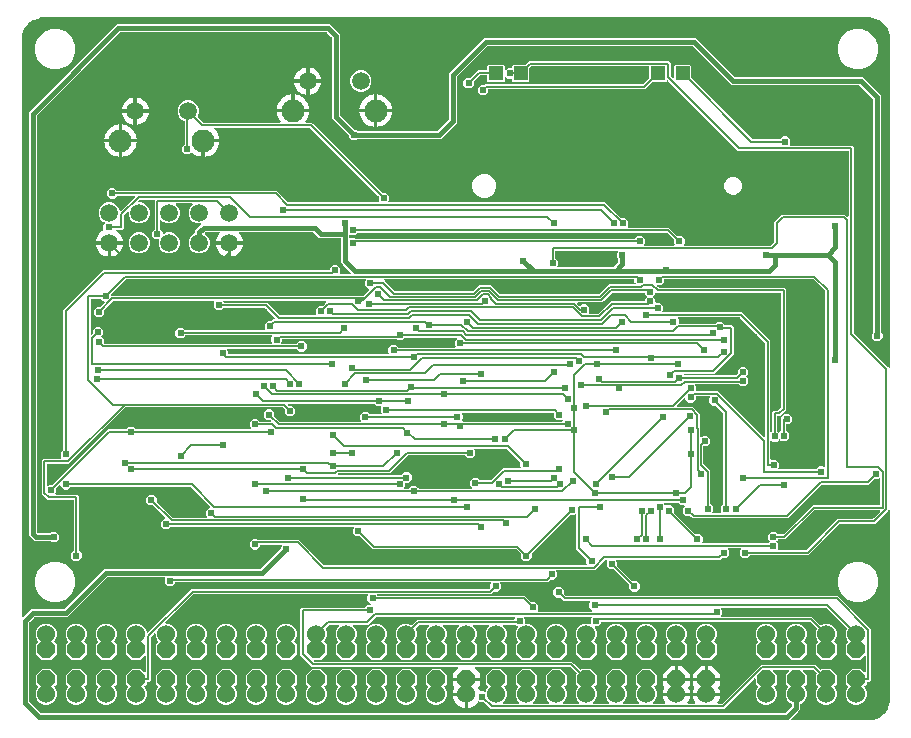
<source format=gbl>
G04 EAGLE Gerber RS-274X export*
G75*
%MOMM*%
%FSLAX34Y34*%
%LPD*%
%INBottom Copper*%
%IPPOS*%
%AMOC8*
5,1,8,0,0,1.08239X$1,22.5*%
G01*
%ADD10C,1.524000*%
%ADD11R,1.200000X1.200000*%
%ADD12P,1.649562X8X202.500000*%
%ADD13C,1.508000*%
%ADD14C,1.950000*%
%ADD15C,0.609600*%
%ADD16C,0.203200*%
%ADD17C,0.654800*%
%ADD18C,0.139700*%
%ADD19C,0.406400*%

G36*
X2904Y89256D02*
X2904Y89256D01*
X2975Y89262D01*
X3023Y89282D01*
X3074Y89293D01*
X3135Y89330D01*
X3201Y89358D01*
X3257Y89403D01*
X3285Y89419D01*
X3300Y89437D01*
X3332Y89463D01*
X7777Y93908D01*
X10009Y96140D01*
X37634Y96140D01*
X37724Y96154D01*
X37815Y96162D01*
X37845Y96174D01*
X37877Y96179D01*
X37957Y96222D01*
X38041Y96258D01*
X38073Y96284D01*
X38094Y96295D01*
X38116Y96318D01*
X38172Y96363D01*
X72239Y130430D01*
X204004Y130430D01*
X204094Y130444D01*
X204185Y130452D01*
X204215Y130464D01*
X204247Y130469D01*
X204327Y130512D01*
X204411Y130548D01*
X204443Y130574D01*
X204464Y130585D01*
X204486Y130608D01*
X204542Y130653D01*
X221391Y147502D01*
X221444Y147576D01*
X221504Y147645D01*
X221516Y147675D01*
X221535Y147701D01*
X221562Y147788D01*
X221596Y147873D01*
X221600Y147914D01*
X221607Y147937D01*
X221606Y147969D01*
X221614Y148040D01*
X221614Y149161D01*
X222092Y149639D01*
X222134Y149698D01*
X222183Y149749D01*
X222205Y149797D01*
X222236Y149839D01*
X222257Y149907D01*
X222287Y149973D01*
X222293Y150024D01*
X222308Y150074D01*
X222306Y150146D01*
X222314Y150217D01*
X222303Y150268D01*
X222302Y150320D01*
X222277Y150387D01*
X222262Y150457D01*
X222235Y150502D01*
X222217Y150551D01*
X222172Y150607D01*
X222136Y150668D01*
X222096Y150702D01*
X222063Y150743D01*
X222003Y150782D01*
X221949Y150828D01*
X221900Y150848D01*
X221856Y150876D01*
X221787Y150893D01*
X221720Y150920D01*
X221649Y150928D01*
X221618Y150936D01*
X221595Y150934D01*
X221554Y150939D01*
X204597Y150939D01*
X204577Y150936D01*
X204558Y150938D01*
X204456Y150916D01*
X204354Y150899D01*
X204337Y150890D01*
X204317Y150885D01*
X204228Y150832D01*
X204137Y150784D01*
X204123Y150770D01*
X204106Y150759D01*
X204039Y150681D01*
X203967Y150606D01*
X203959Y150588D01*
X203946Y150572D01*
X203907Y150476D01*
X203864Y150383D01*
X203862Y150363D01*
X203854Y150344D01*
X203836Y150178D01*
X203836Y149288D01*
X201232Y146684D01*
X197548Y146684D01*
X194944Y149288D01*
X194944Y152972D01*
X197548Y155576D01*
X201232Y155576D01*
X201453Y155354D01*
X201527Y155301D01*
X201596Y155242D01*
X201627Y155229D01*
X201653Y155211D01*
X201740Y155184D01*
X201825Y155150D01*
X201866Y155145D01*
X201888Y155138D01*
X201920Y155139D01*
X201991Y155131D01*
X236453Y155131D01*
X257820Y133764D01*
X257894Y133711D01*
X257964Y133652D01*
X257994Y133639D01*
X258020Y133621D01*
X258107Y133594D01*
X258192Y133560D01*
X258233Y133555D01*
X258255Y133548D01*
X258287Y133549D01*
X258359Y133541D01*
X479999Y133541D01*
X480069Y133553D01*
X480141Y133555D01*
X480190Y133573D01*
X480241Y133581D01*
X480305Y133615D01*
X480372Y133639D01*
X480413Y133672D01*
X480459Y133696D01*
X480508Y133748D01*
X480564Y133793D01*
X480592Y133837D01*
X480628Y133874D01*
X480658Y133939D01*
X480697Y134000D01*
X480710Y134050D01*
X480732Y134097D01*
X480740Y134169D01*
X480757Y134238D01*
X480753Y134290D01*
X480759Y134342D01*
X480744Y134412D01*
X480738Y134483D01*
X480718Y134531D01*
X480707Y134582D01*
X480670Y134644D01*
X480642Y134710D01*
X480597Y134766D01*
X480581Y134793D01*
X480563Y134809D01*
X480537Y134841D01*
X480059Y135319D01*
X480059Y138326D01*
X480058Y138334D01*
X480058Y138336D01*
X480056Y138347D01*
X480045Y138416D01*
X480037Y138507D01*
X480025Y138537D01*
X480020Y138569D01*
X479977Y138649D01*
X479941Y138733D01*
X479915Y138765D01*
X479904Y138786D01*
X479881Y138808D01*
X479836Y138864D01*
X471614Y147087D01*
X471614Y175834D01*
X471602Y175904D01*
X471600Y175976D01*
X471582Y176025D01*
X471574Y176076D01*
X471540Y176140D01*
X471516Y176207D01*
X471483Y176248D01*
X471459Y176294D01*
X471407Y176343D01*
X471362Y176399D01*
X471318Y176427D01*
X471281Y176463D01*
X471216Y176493D01*
X471155Y176532D01*
X471105Y176545D01*
X471058Y176567D01*
X470986Y176575D01*
X470917Y176592D01*
X470865Y176588D01*
X470813Y176594D01*
X470743Y176579D01*
X470672Y176573D01*
X470624Y176553D01*
X470573Y176542D01*
X470511Y176505D01*
X470445Y176477D01*
X470389Y176432D01*
X470362Y176416D01*
X470346Y176398D01*
X470314Y176372D01*
X469836Y175894D01*
X466829Y175894D01*
X466739Y175880D01*
X466648Y175872D01*
X466618Y175860D01*
X466586Y175855D01*
X466506Y175812D01*
X466422Y175776D01*
X466390Y175750D01*
X466369Y175739D01*
X466347Y175716D01*
X466291Y175671D01*
X433929Y143309D01*
X433876Y143235D01*
X433816Y143166D01*
X433804Y143136D01*
X433785Y143109D01*
X433758Y143023D01*
X433724Y142938D01*
X433720Y142897D01*
X433713Y142874D01*
X433714Y142842D01*
X433706Y142771D01*
X433706Y139763D01*
X431102Y137159D01*
X427418Y137159D01*
X424814Y139763D01*
X424814Y142771D01*
X424800Y142861D01*
X424792Y142952D01*
X424780Y142982D01*
X424775Y143014D01*
X424732Y143094D01*
X424696Y143178D01*
X424670Y143210D01*
X424659Y143231D01*
X424636Y143253D01*
X424591Y143309D01*
X420995Y146906D01*
X420921Y146959D01*
X420851Y147018D01*
X420821Y147030D01*
X420795Y147049D01*
X420708Y147076D01*
X420623Y147110D01*
X420582Y147115D01*
X420560Y147122D01*
X420528Y147121D01*
X420456Y147129D01*
X299487Y147129D01*
X298036Y148580D01*
X288724Y157891D01*
X288650Y157944D01*
X288581Y158004D01*
X288551Y158016D01*
X288524Y158035D01*
X288437Y158062D01*
X288353Y158096D01*
X288312Y158100D01*
X288289Y158107D01*
X288257Y158106D01*
X288186Y158114D01*
X285178Y158114D01*
X282574Y160718D01*
X282574Y164401D01*
X283052Y164879D01*
X283094Y164938D01*
X283143Y164989D01*
X283165Y165037D01*
X283196Y165079D01*
X283217Y165147D01*
X283247Y165213D01*
X283253Y165264D01*
X283268Y165314D01*
X283266Y165386D01*
X283274Y165457D01*
X283263Y165508D01*
X283262Y165560D01*
X283237Y165627D01*
X283222Y165697D01*
X283195Y165742D01*
X283177Y165791D01*
X283132Y165847D01*
X283096Y165908D01*
X283056Y165942D01*
X283023Y165983D01*
X282963Y166022D01*
X282909Y166068D01*
X282860Y166088D01*
X282816Y166116D01*
X282747Y166133D01*
X282680Y166160D01*
X282609Y166168D01*
X282578Y166176D01*
X282555Y166174D01*
X282514Y166179D01*
X128966Y166179D01*
X128876Y166164D01*
X128785Y166157D01*
X128756Y166144D01*
X128724Y166139D01*
X128643Y166096D01*
X128559Y166061D01*
X128527Y166035D01*
X128506Y166024D01*
X128484Y166001D01*
X128428Y165956D01*
X126302Y163829D01*
X122618Y163829D01*
X120014Y166433D01*
X120014Y170117D01*
X122618Y172721D01*
X122832Y172721D01*
X122903Y172732D01*
X122974Y172734D01*
X123023Y172752D01*
X123075Y172760D01*
X123138Y172794D01*
X123205Y172819D01*
X123246Y172851D01*
X123292Y172876D01*
X123341Y172928D01*
X123397Y172972D01*
X123426Y173016D01*
X123461Y173054D01*
X123492Y173119D01*
X123530Y173179D01*
X123543Y173230D01*
X123565Y173277D01*
X123573Y173348D01*
X123590Y173418D01*
X123586Y173470D01*
X123592Y173521D01*
X123577Y173592D01*
X123571Y173663D01*
X123551Y173711D01*
X123540Y173762D01*
X123503Y173823D01*
X123475Y173889D01*
X123430Y173945D01*
X123414Y173973D01*
X123396Y173988D01*
X123370Y174020D01*
X113464Y183926D01*
X113390Y183979D01*
X113321Y184039D01*
X113291Y184051D01*
X113264Y184070D01*
X113177Y184097D01*
X113093Y184131D01*
X113052Y184135D01*
X113029Y184142D01*
X112997Y184141D01*
X112926Y184149D01*
X109918Y184149D01*
X107314Y186753D01*
X107314Y190437D01*
X109918Y193041D01*
X113602Y193041D01*
X116206Y190437D01*
X116206Y187429D01*
X116220Y187339D01*
X116228Y187248D01*
X116240Y187218D01*
X116245Y187186D01*
X116288Y187106D01*
X116324Y187022D01*
X116350Y186990D01*
X116361Y186969D01*
X116384Y186947D01*
X116429Y186891D01*
X129550Y173769D01*
X129624Y173716D01*
X129694Y173657D01*
X129724Y173644D01*
X129750Y173626D01*
X129837Y173599D01*
X129922Y173565D01*
X129963Y173560D01*
X129985Y173553D01*
X130017Y173554D01*
X130089Y173546D01*
X158689Y173546D01*
X158759Y173558D01*
X158831Y173560D01*
X158880Y173578D01*
X158931Y173586D01*
X158995Y173620D01*
X159062Y173644D01*
X159103Y173677D01*
X159149Y173701D01*
X159198Y173753D01*
X159254Y173798D01*
X159282Y173842D01*
X159318Y173879D01*
X159348Y173944D01*
X159387Y174005D01*
X159400Y174055D01*
X159422Y174102D01*
X159430Y174174D01*
X159447Y174243D01*
X159443Y174295D01*
X159449Y174347D01*
X159434Y174417D01*
X159428Y174488D01*
X159408Y174536D01*
X159397Y174587D01*
X159360Y174649D01*
X159332Y174715D01*
X159287Y174771D01*
X159271Y174798D01*
X159253Y174814D01*
X159227Y174846D01*
X158114Y175958D01*
X158114Y179642D01*
X160718Y182246D01*
X160932Y182246D01*
X161003Y182257D01*
X161074Y182259D01*
X161123Y182277D01*
X161175Y182285D01*
X161238Y182319D01*
X161305Y182344D01*
X161346Y182376D01*
X161392Y182401D01*
X161441Y182453D01*
X161497Y182497D01*
X161526Y182541D01*
X161561Y182579D01*
X161592Y182644D01*
X161630Y182704D01*
X161643Y182755D01*
X161665Y182802D01*
X161673Y182873D01*
X161690Y182943D01*
X161686Y182995D01*
X161692Y183046D01*
X161677Y183117D01*
X161671Y183188D01*
X161651Y183236D01*
X161640Y183287D01*
X161603Y183348D01*
X161575Y183414D01*
X161530Y183470D01*
X161514Y183498D01*
X161496Y183513D01*
X161470Y183545D01*
X145405Y199611D01*
X145331Y199664D01*
X145261Y199723D01*
X145231Y199736D01*
X145205Y199754D01*
X145118Y199781D01*
X145033Y199815D01*
X144992Y199820D01*
X144970Y199827D01*
X144938Y199826D01*
X144866Y199834D01*
X43876Y199834D01*
X43786Y199819D01*
X43695Y199812D01*
X43666Y199799D01*
X43634Y199794D01*
X43553Y199751D01*
X43469Y199716D01*
X43437Y199690D01*
X43416Y199679D01*
X43394Y199656D01*
X43338Y199611D01*
X41212Y197484D01*
X37528Y197484D01*
X34924Y200088D01*
X34924Y200302D01*
X34913Y200373D01*
X34911Y200444D01*
X34893Y200493D01*
X34885Y200545D01*
X34851Y200608D01*
X34826Y200675D01*
X34794Y200716D01*
X34769Y200762D01*
X34717Y200811D01*
X34673Y200867D01*
X34629Y200896D01*
X34591Y200931D01*
X34526Y200962D01*
X34466Y201000D01*
X34415Y201013D01*
X34368Y201035D01*
X34297Y201043D01*
X34227Y201060D01*
X34175Y201056D01*
X34124Y201062D01*
X34053Y201047D01*
X33982Y201041D01*
X33934Y201021D01*
X33883Y201010D01*
X33822Y200973D01*
X33756Y200945D01*
X33700Y200900D01*
X33672Y200884D01*
X33657Y200866D01*
X33625Y200840D01*
X31339Y198554D01*
X31286Y198480D01*
X31226Y198411D01*
X31214Y198381D01*
X31195Y198354D01*
X31168Y198267D01*
X31134Y198183D01*
X31130Y198142D01*
X31123Y198119D01*
X31124Y198087D01*
X31116Y198016D01*
X31116Y195009D01*
X30638Y194531D01*
X30596Y194472D01*
X30547Y194421D01*
X30525Y194373D01*
X30494Y194331D01*
X30473Y194263D01*
X30443Y194197D01*
X30437Y194146D01*
X30422Y194096D01*
X30424Y194024D01*
X30416Y193953D01*
X30427Y193902D01*
X30428Y193850D01*
X30453Y193783D01*
X30468Y193713D01*
X30495Y193668D01*
X30513Y193619D01*
X30558Y193563D01*
X30594Y193502D01*
X30634Y193468D01*
X30667Y193427D01*
X30727Y193388D01*
X30781Y193342D01*
X30830Y193322D01*
X30874Y193294D01*
X30943Y193277D01*
X31010Y193250D01*
X31081Y193242D01*
X31112Y193234D01*
X31135Y193236D01*
X31176Y193231D01*
X49128Y193231D01*
X50356Y192003D01*
X50356Y146111D01*
X50371Y146021D01*
X50378Y145930D01*
X50391Y145901D01*
X50396Y145869D01*
X50439Y145788D01*
X50474Y145704D01*
X50500Y145672D01*
X50511Y145651D01*
X50534Y145629D01*
X50579Y145573D01*
X52706Y143447D01*
X52706Y139763D01*
X50102Y137159D01*
X46418Y137159D01*
X43814Y139763D01*
X43814Y143447D01*
X45941Y145573D01*
X45994Y145647D01*
X46053Y145716D01*
X46065Y145747D01*
X46084Y145773D01*
X46111Y145860D01*
X46145Y145945D01*
X46150Y145986D01*
X46157Y146008D01*
X46156Y146040D01*
X46164Y146111D01*
X46164Y188278D01*
X46161Y188297D01*
X46163Y188317D01*
X46141Y188418D01*
X46124Y188520D01*
X46115Y188538D01*
X46110Y188557D01*
X46057Y188646D01*
X46009Y188738D01*
X45995Y188751D01*
X45984Y188768D01*
X45906Y188836D01*
X45831Y188907D01*
X45813Y188915D01*
X45797Y188928D01*
X45701Y188967D01*
X45608Y189011D01*
X45588Y189013D01*
X45569Y189020D01*
X45403Y189039D01*
X23897Y189039D01*
X20310Y192626D01*
X18859Y194077D01*
X18859Y222483D01*
X20087Y223711D01*
X34864Y223711D01*
X34934Y223723D01*
X35006Y223725D01*
X35055Y223743D01*
X35106Y223751D01*
X35170Y223785D01*
X35237Y223809D01*
X35278Y223842D01*
X35324Y223866D01*
X35373Y223918D01*
X35429Y223963D01*
X35457Y224007D01*
X35493Y224044D01*
X35523Y224109D01*
X35562Y224170D01*
X35575Y224220D01*
X35597Y224267D01*
X35605Y224339D01*
X35622Y224408D01*
X35618Y224460D01*
X35624Y224512D01*
X35609Y224582D01*
X35603Y224653D01*
X35583Y224701D01*
X35572Y224752D01*
X35535Y224814D01*
X35507Y224880D01*
X35462Y224936D01*
X35446Y224963D01*
X35428Y224979D01*
X35402Y225011D01*
X34924Y225489D01*
X34924Y229172D01*
X37051Y231298D01*
X37104Y231372D01*
X37163Y231441D01*
X37175Y231472D01*
X37194Y231498D01*
X37221Y231585D01*
X37255Y231670D01*
X37260Y231711D01*
X37267Y231733D01*
X37266Y231765D01*
X37274Y231836D01*
X37274Y349483D01*
X70887Y383096D01*
X262128Y383096D01*
X262148Y383099D01*
X262167Y383097D01*
X262269Y383119D01*
X262371Y383136D01*
X262388Y383145D01*
X262408Y383150D01*
X262497Y383203D01*
X262588Y383251D01*
X262602Y383265D01*
X262619Y383276D01*
X262686Y383354D01*
X262758Y383429D01*
X262766Y383447D01*
X262779Y383463D01*
X262818Y383559D01*
X262861Y383652D01*
X262863Y383672D01*
X262871Y383691D01*
X262889Y383857D01*
X262889Y385382D01*
X265493Y387986D01*
X269177Y387986D01*
X271781Y385382D01*
X271781Y381699D01*
X271303Y381221D01*
X271261Y381162D01*
X271212Y381111D01*
X271190Y381063D01*
X271159Y381021D01*
X271138Y380953D01*
X271108Y380887D01*
X271102Y380836D01*
X271087Y380786D01*
X271089Y380714D01*
X271081Y380643D01*
X271092Y380592D01*
X271093Y380540D01*
X271118Y380473D01*
X271133Y380403D01*
X271160Y380358D01*
X271178Y380309D01*
X271223Y380253D01*
X271259Y380192D01*
X271299Y380158D01*
X271332Y380117D01*
X271392Y380078D01*
X271446Y380032D01*
X271495Y380012D01*
X271539Y379984D01*
X271608Y379967D01*
X271675Y379940D01*
X271746Y379932D01*
X271777Y379924D01*
X271800Y379926D01*
X271841Y379921D01*
X280141Y379921D01*
X280211Y379933D01*
X280283Y379935D01*
X280332Y379953D01*
X280383Y379961D01*
X280447Y379995D01*
X280514Y380019D01*
X280555Y380052D01*
X280601Y380076D01*
X280650Y380128D01*
X280706Y380173D01*
X280734Y380217D01*
X280770Y380254D01*
X280800Y380319D01*
X280839Y380380D01*
X280852Y380430D01*
X280874Y380477D01*
X280882Y380549D01*
X280899Y380618D01*
X280895Y380670D01*
X280901Y380722D01*
X280886Y380792D01*
X280880Y380863D01*
X280860Y380911D01*
X280849Y380962D01*
X280812Y381024D01*
X280784Y381090D01*
X280739Y381146D01*
X280722Y381173D01*
X280705Y381189D01*
X280679Y381221D01*
X274392Y387507D01*
X272160Y389739D01*
X272160Y409829D01*
X272157Y409849D01*
X272159Y409868D01*
X272137Y409970D01*
X272121Y410072D01*
X272111Y410089D01*
X272107Y410109D01*
X272054Y410198D01*
X272005Y410289D01*
X271991Y410303D01*
X271981Y410320D01*
X271902Y410387D01*
X271827Y410459D01*
X271809Y410467D01*
X271794Y410480D01*
X271698Y410519D01*
X271604Y410562D01*
X271584Y410564D01*
X271566Y410572D01*
X271399Y410590D01*
X253849Y410590D01*
X248992Y415447D01*
X248918Y415500D01*
X248849Y415560D01*
X248819Y415572D01*
X248793Y415591D01*
X248706Y415618D01*
X248621Y415652D01*
X248580Y415656D01*
X248557Y415663D01*
X248525Y415662D01*
X248454Y415670D01*
X186779Y415670D01*
X186708Y415659D01*
X186637Y415657D01*
X186588Y415639D01*
X186536Y415631D01*
X186473Y415597D01*
X186406Y415572D01*
X186365Y415540D01*
X186319Y415515D01*
X186270Y415464D01*
X186214Y415419D01*
X186185Y415375D01*
X186150Y415337D01*
X186119Y415272D01*
X186081Y415212D01*
X186068Y415161D01*
X186046Y415114D01*
X186038Y415043D01*
X186021Y414973D01*
X186025Y414921D01*
X186019Y414870D01*
X186034Y414799D01*
X186040Y414728D01*
X186060Y414680D01*
X186071Y414629D01*
X186108Y414568D01*
X186136Y414502D01*
X186181Y414446D01*
X186197Y414418D01*
X186215Y414403D01*
X186241Y414371D01*
X186652Y413960D01*
X187725Y412482D01*
X188555Y410855D01*
X189119Y409117D01*
X189308Y407923D01*
X178562Y407923D01*
X178542Y407920D01*
X178523Y407922D01*
X178421Y407900D01*
X178319Y407883D01*
X178302Y407874D01*
X178282Y407870D01*
X178193Y407817D01*
X178102Y407768D01*
X178088Y407754D01*
X178071Y407744D01*
X178004Y407665D01*
X177933Y407590D01*
X177924Y407572D01*
X177911Y407557D01*
X177873Y407461D01*
X177829Y407367D01*
X177827Y407347D01*
X177819Y407329D01*
X177801Y407162D01*
X177801Y406399D01*
X177799Y406399D01*
X177799Y407162D01*
X177796Y407182D01*
X177798Y407201D01*
X177776Y407303D01*
X177759Y407405D01*
X177750Y407422D01*
X177746Y407442D01*
X177693Y407531D01*
X177644Y407622D01*
X177630Y407636D01*
X177620Y407653D01*
X177541Y407720D01*
X177466Y407791D01*
X177448Y407800D01*
X177433Y407813D01*
X177337Y407852D01*
X177243Y407895D01*
X177223Y407897D01*
X177205Y407905D01*
X177038Y407923D01*
X166292Y407923D01*
X166481Y409117D01*
X167045Y410855D01*
X167875Y412482D01*
X168948Y413960D01*
X169359Y414371D01*
X169401Y414429D01*
X169450Y414481D01*
X169472Y414528D01*
X169503Y414570D01*
X169524Y414639D01*
X169554Y414704D01*
X169560Y414756D01*
X169575Y414806D01*
X169573Y414877D01*
X169581Y414948D01*
X169570Y414999D01*
X169569Y415051D01*
X169544Y415119D01*
X169529Y415189D01*
X169502Y415234D01*
X169484Y415282D01*
X169439Y415338D01*
X169403Y415400D01*
X169363Y415434D01*
X169331Y415474D01*
X169270Y415513D01*
X169216Y415560D01*
X169167Y415579D01*
X169124Y415607D01*
X169054Y415625D01*
X168988Y415652D01*
X168916Y415660D01*
X168885Y415668D01*
X168862Y415666D01*
X168821Y415670D01*
X157946Y415670D01*
X157856Y415656D01*
X157765Y415648D01*
X157735Y415636D01*
X157703Y415631D01*
X157623Y415588D01*
X157539Y415552D01*
X157507Y415526D01*
X157486Y415515D01*
X157464Y415492D01*
X157408Y415447D01*
X157190Y415229D01*
X157163Y415192D01*
X157129Y415161D01*
X157092Y415093D01*
X157046Y415030D01*
X157033Y414986D01*
X157011Y414946D01*
X156997Y414869D01*
X156974Y414795D01*
X156975Y414749D01*
X156967Y414704D01*
X156978Y414627D01*
X156980Y414549D01*
X156996Y414506D01*
X157003Y414460D01*
X157038Y414391D01*
X157065Y414318D01*
X157093Y414282D01*
X157114Y414241D01*
X157170Y414186D01*
X157218Y414126D01*
X157257Y414101D01*
X157290Y414069D01*
X157410Y414003D01*
X157425Y413993D01*
X157430Y413992D01*
X157437Y413988D01*
X157463Y413977D01*
X159977Y411463D01*
X161338Y408178D01*
X161338Y404622D01*
X159977Y401337D01*
X157463Y398823D01*
X154178Y397462D01*
X150622Y397462D01*
X147337Y398823D01*
X144823Y401337D01*
X143462Y404622D01*
X143462Y408178D01*
X144823Y411463D01*
X147337Y413977D01*
X148500Y414459D01*
X148600Y414520D01*
X148700Y414580D01*
X148704Y414585D01*
X148709Y414588D01*
X148784Y414678D01*
X148860Y414767D01*
X148862Y414773D01*
X148866Y414778D01*
X148908Y414886D01*
X148952Y414995D01*
X148953Y415003D01*
X148954Y415008D01*
X148955Y415026D01*
X148970Y415162D01*
X148970Y416711D01*
X152557Y420298D01*
X153822Y421563D01*
X153864Y421621D01*
X153914Y421673D01*
X153936Y421720D01*
X153966Y421762D01*
X153987Y421831D01*
X154017Y421896D01*
X154023Y421948D01*
X154038Y421998D01*
X154036Y422069D01*
X154044Y422140D01*
X154033Y422191D01*
X154032Y422243D01*
X154007Y422311D01*
X153992Y422381D01*
X153965Y422426D01*
X153947Y422474D01*
X153903Y422530D01*
X153866Y422592D01*
X153826Y422626D01*
X153794Y422666D01*
X153733Y422705D01*
X153679Y422752D01*
X153631Y422771D01*
X153587Y422799D01*
X153517Y422817D01*
X153451Y422844D01*
X153380Y422852D01*
X153348Y422860D01*
X153325Y422858D01*
X153284Y422862D01*
X150622Y422862D01*
X147337Y424223D01*
X144823Y426737D01*
X143462Y430022D01*
X143462Y433578D01*
X144823Y436863D01*
X146524Y438564D01*
X146566Y438622D01*
X146616Y438674D01*
X146638Y438722D01*
X146668Y438764D01*
X146689Y438832D01*
X146719Y438898D01*
X146725Y438949D01*
X146740Y438999D01*
X146738Y439071D01*
X146746Y439142D01*
X146735Y439193D01*
X146734Y439245D01*
X146709Y439312D01*
X146694Y439382D01*
X146667Y439427D01*
X146649Y439476D01*
X146605Y439532D01*
X146568Y439593D01*
X146528Y439627D01*
X146496Y439668D01*
X146435Y439707D01*
X146381Y439753D01*
X146333Y439773D01*
X146289Y439801D01*
X146219Y439818D01*
X146153Y439845D01*
X146081Y439853D01*
X146050Y439861D01*
X146027Y439859D01*
X145986Y439864D01*
X133414Y439864D01*
X133343Y439852D01*
X133271Y439850D01*
X133222Y439832D01*
X133171Y439824D01*
X133108Y439790D01*
X133040Y439766D01*
X133000Y439733D01*
X132954Y439709D01*
X132904Y439657D01*
X132848Y439612D01*
X132820Y439568D01*
X132784Y439531D01*
X132754Y439466D01*
X132715Y439405D01*
X132703Y439355D01*
X132681Y439308D01*
X132673Y439236D01*
X132655Y439167D01*
X132659Y439115D01*
X132654Y439063D01*
X132669Y438993D01*
X132674Y438922D01*
X132695Y438874D01*
X132706Y438823D01*
X132743Y438761D01*
X132771Y438695D01*
X132816Y438639D01*
X132832Y438612D01*
X132850Y438596D01*
X132876Y438564D01*
X134577Y436863D01*
X135938Y433578D01*
X135938Y430022D01*
X134577Y426737D01*
X132063Y424223D01*
X128778Y422862D01*
X125222Y422862D01*
X121937Y424223D01*
X120236Y425924D01*
X120178Y425966D01*
X120126Y426016D01*
X120078Y426038D01*
X120036Y426068D01*
X119968Y426089D01*
X119902Y426119D01*
X119851Y426125D01*
X119801Y426140D01*
X119729Y426138D01*
X119658Y426146D01*
X119607Y426135D01*
X119555Y426134D01*
X119488Y426109D01*
X119418Y426094D01*
X119373Y426067D01*
X119324Y426049D01*
X119268Y426005D01*
X119207Y425968D01*
X119173Y425928D01*
X119132Y425896D01*
X119093Y425835D01*
X119047Y425781D01*
X119027Y425733D01*
X118999Y425689D01*
X118982Y425619D01*
X118955Y425553D01*
X118947Y425481D01*
X118939Y425450D01*
X118941Y425427D01*
X118936Y425386D01*
X118936Y418526D01*
X118951Y418436D01*
X118958Y418345D01*
X118971Y418316D01*
X118976Y418284D01*
X119019Y418203D01*
X119054Y418119D01*
X119080Y418087D01*
X119091Y418066D01*
X119114Y418044D01*
X119159Y417988D01*
X121286Y415862D01*
X121286Y414846D01*
X121293Y414801D01*
X121291Y414755D01*
X121313Y414680D01*
X121325Y414604D01*
X121347Y414563D01*
X121360Y414519D01*
X121404Y414455D01*
X121441Y414386D01*
X121474Y414355D01*
X121500Y414317D01*
X121563Y414271D01*
X121619Y414217D01*
X121661Y414198D01*
X121697Y414170D01*
X121771Y414146D01*
X121842Y414113D01*
X121888Y414108D01*
X121931Y414094D01*
X122009Y414095D01*
X122086Y414086D01*
X122131Y414096D01*
X122177Y414096D01*
X122309Y414135D01*
X122327Y414139D01*
X122331Y414141D01*
X122338Y414143D01*
X125222Y415338D01*
X128778Y415338D01*
X132063Y413977D01*
X134577Y411463D01*
X135938Y408178D01*
X135938Y404622D01*
X134577Y401337D01*
X132063Y398823D01*
X128778Y397462D01*
X125222Y397462D01*
X121937Y398823D01*
X119423Y401337D01*
X118062Y404622D01*
X118062Y408178D01*
X118205Y408522D01*
X118215Y408566D01*
X118235Y408608D01*
X118243Y408685D01*
X118261Y408761D01*
X118257Y408807D01*
X118262Y408852D01*
X118245Y408929D01*
X118238Y409006D01*
X118219Y409048D01*
X118209Y409093D01*
X118169Y409160D01*
X118138Y409231D01*
X118107Y409265D01*
X118083Y409304D01*
X118024Y409355D01*
X117971Y409412D01*
X117931Y409434D01*
X117896Y409464D01*
X117824Y409493D01*
X117756Y409530D01*
X117711Y409539D01*
X117668Y409556D01*
X117532Y409571D01*
X117514Y409574D01*
X117509Y409573D01*
X117501Y409574D01*
X114998Y409574D01*
X112394Y412178D01*
X112394Y415862D01*
X114521Y417988D01*
X114574Y418062D01*
X114633Y418131D01*
X114646Y418162D01*
X114664Y418188D01*
X114691Y418275D01*
X114725Y418360D01*
X114730Y418401D01*
X114737Y418423D01*
X114736Y418455D01*
X114744Y418526D01*
X114744Y442278D01*
X114741Y442297D01*
X114743Y442317D01*
X114721Y442418D01*
X114704Y442520D01*
X114695Y442538D01*
X114690Y442557D01*
X114637Y442646D01*
X114589Y442738D01*
X114575Y442751D01*
X114564Y442768D01*
X114486Y442836D01*
X114411Y442907D01*
X114393Y442915D01*
X114377Y442928D01*
X114281Y442967D01*
X114188Y443011D01*
X114168Y443013D01*
X114149Y443020D01*
X113983Y443039D01*
X102149Y443039D01*
X102059Y443024D01*
X101968Y443017D01*
X101938Y443004D01*
X101906Y442999D01*
X101825Y442956D01*
X101741Y442921D01*
X101709Y442895D01*
X101688Y442884D01*
X101666Y442861D01*
X101610Y442816D01*
X100832Y442037D01*
X100790Y441979D01*
X100741Y441927D01*
X100719Y441880D01*
X100688Y441838D01*
X100667Y441769D01*
X100637Y441704D01*
X100631Y441652D01*
X100616Y441602D01*
X100618Y441531D01*
X100610Y441460D01*
X100621Y441409D01*
X100622Y441357D01*
X100647Y441289D01*
X100662Y441219D01*
X100689Y441174D01*
X100707Y441126D01*
X100752Y441070D01*
X100788Y441008D01*
X100828Y440974D01*
X100860Y440934D01*
X100921Y440895D01*
X100975Y440848D01*
X101024Y440829D01*
X101067Y440801D01*
X101137Y440783D01*
X101203Y440756D01*
X101275Y440748D01*
X101306Y440740D01*
X101329Y440742D01*
X101370Y440738D01*
X103378Y440738D01*
X106663Y439377D01*
X109177Y436863D01*
X110538Y433578D01*
X110538Y430022D01*
X109177Y426737D01*
X106663Y424223D01*
X103378Y422862D01*
X99822Y422862D01*
X96537Y424223D01*
X94023Y426737D01*
X92662Y430022D01*
X92662Y432030D01*
X92651Y432101D01*
X92649Y432172D01*
X92631Y432221D01*
X92623Y432273D01*
X92589Y432336D01*
X92564Y432403D01*
X92532Y432444D01*
X92507Y432490D01*
X92455Y432539D01*
X92411Y432595D01*
X92367Y432624D01*
X92329Y432659D01*
X92264Y432690D01*
X92204Y432728D01*
X92153Y432741D01*
X92106Y432763D01*
X92035Y432771D01*
X91965Y432788D01*
X91913Y432784D01*
X91862Y432790D01*
X91791Y432775D01*
X91720Y432769D01*
X91672Y432749D01*
X91621Y432738D01*
X91560Y432701D01*
X91494Y432673D01*
X91438Y432628D01*
X91410Y432612D01*
X91395Y432594D01*
X91363Y432568D01*
X88679Y429885D01*
X88626Y429811D01*
X88567Y429741D01*
X88555Y429711D01*
X88536Y429685D01*
X88509Y429598D01*
X88475Y429513D01*
X88470Y429472D01*
X88463Y429450D01*
X88464Y429418D01*
X88456Y429346D01*
X88456Y418867D01*
X87228Y417639D01*
X82817Y417639D01*
X82809Y417637D01*
X82801Y417639D01*
X82688Y417618D01*
X82574Y417599D01*
X82567Y417595D01*
X82560Y417594D01*
X82458Y417538D01*
X82357Y417484D01*
X82352Y417478D01*
X82345Y417474D01*
X82267Y417389D01*
X82188Y417306D01*
X82184Y417298D01*
X82179Y417292D01*
X82133Y417187D01*
X82084Y417083D01*
X82083Y417075D01*
X82080Y417067D01*
X82070Y416952D01*
X82057Y416838D01*
X82059Y416830D01*
X82058Y416822D01*
X82085Y416710D01*
X82109Y416598D01*
X82113Y416591D01*
X82115Y416583D01*
X82176Y416486D01*
X82235Y416387D01*
X82241Y416381D01*
X82246Y416375D01*
X82370Y416262D01*
X83760Y415252D01*
X85051Y413960D01*
X86125Y412482D01*
X86955Y410855D01*
X87519Y409117D01*
X87708Y407923D01*
X76962Y407923D01*
X76942Y407920D01*
X76923Y407922D01*
X76821Y407900D01*
X76719Y407883D01*
X76702Y407874D01*
X76682Y407870D01*
X76593Y407817D01*
X76502Y407768D01*
X76488Y407754D01*
X76471Y407744D01*
X76404Y407665D01*
X76333Y407590D01*
X76324Y407572D01*
X76311Y407557D01*
X76273Y407461D01*
X76229Y407367D01*
X76227Y407347D01*
X76219Y407329D01*
X76201Y407162D01*
X76201Y406399D01*
X76199Y406399D01*
X76199Y407162D01*
X76196Y407182D01*
X76198Y407201D01*
X76176Y407303D01*
X76159Y407405D01*
X76150Y407422D01*
X76146Y407442D01*
X76093Y407531D01*
X76044Y407622D01*
X76030Y407636D01*
X76020Y407653D01*
X75941Y407720D01*
X75866Y407791D01*
X75848Y407800D01*
X75833Y407813D01*
X75737Y407852D01*
X75643Y407895D01*
X75623Y407897D01*
X75605Y407905D01*
X75438Y407923D01*
X64692Y407923D01*
X64881Y409117D01*
X65445Y410855D01*
X66275Y412482D01*
X67349Y413960D01*
X68640Y415251D01*
X70118Y416325D01*
X70887Y416717D01*
X70899Y416726D01*
X70914Y416732D01*
X70998Y416799D01*
X71085Y416863D01*
X71094Y416876D01*
X71106Y416886D01*
X71164Y416976D01*
X71226Y417064D01*
X71231Y417079D01*
X71239Y417093D01*
X71266Y417197D01*
X71296Y417300D01*
X71296Y417316D01*
X71300Y417331D01*
X71291Y417438D01*
X71287Y417545D01*
X71282Y417560D01*
X71280Y417576D01*
X71238Y417675D01*
X71200Y417776D01*
X71190Y417788D01*
X71184Y417803D01*
X71119Y417884D01*
X71119Y421577D01*
X72190Y422647D01*
X72217Y422685D01*
X72251Y422716D01*
X72288Y422784D01*
X72334Y422847D01*
X72347Y422891D01*
X72369Y422931D01*
X72383Y423008D01*
X72406Y423082D01*
X72405Y423128D01*
X72413Y423173D01*
X72402Y423250D01*
X72400Y423328D01*
X72384Y423371D01*
X72377Y423417D01*
X72342Y423486D01*
X72315Y423559D01*
X72287Y423595D01*
X72266Y423636D01*
X72210Y423690D01*
X72162Y423751D01*
X72123Y423776D01*
X72090Y423808D01*
X71970Y423874D01*
X71955Y423884D01*
X71950Y423885D01*
X71943Y423889D01*
X71137Y424223D01*
X68623Y426737D01*
X67262Y430022D01*
X67262Y433578D01*
X68623Y436863D01*
X71137Y439377D01*
X74422Y440738D01*
X77978Y440738D01*
X81263Y439377D01*
X83777Y436863D01*
X85084Y433707D01*
X85108Y433668D01*
X85124Y433625D01*
X85173Y433564D01*
X85214Y433498D01*
X85249Y433469D01*
X85278Y433433D01*
X85343Y433391D01*
X85403Y433341D01*
X85446Y433325D01*
X85485Y433300D01*
X85560Y433281D01*
X85633Y433253D01*
X85679Y433251D01*
X85723Y433240D01*
X85801Y433246D01*
X85879Y433243D01*
X85923Y433256D01*
X85968Y433259D01*
X86040Y433290D01*
X86115Y433311D01*
X86153Y433337D01*
X86195Y433355D01*
X86301Y433441D01*
X86317Y433452D01*
X86320Y433456D01*
X86326Y433460D01*
X97780Y444914D01*
X97822Y444972D01*
X97871Y445024D01*
X97893Y445072D01*
X97923Y445114D01*
X97944Y445182D01*
X97975Y445248D01*
X97980Y445299D01*
X97996Y445349D01*
X97994Y445421D01*
X98002Y445492D01*
X97991Y445543D01*
X97989Y445595D01*
X97965Y445662D01*
X97949Y445732D01*
X97923Y445777D01*
X97905Y445826D01*
X97860Y445882D01*
X97823Y445943D01*
X97784Y445977D01*
X97751Y446018D01*
X97691Y446057D01*
X97636Y446103D01*
X97588Y446123D01*
X97544Y446151D01*
X97475Y446168D01*
X97408Y446195D01*
X97337Y446203D01*
X97306Y446211D01*
X97282Y446209D01*
X97241Y446214D01*
X83246Y446214D01*
X83156Y446199D01*
X83065Y446192D01*
X83036Y446179D01*
X83004Y446174D01*
X82923Y446131D01*
X82839Y446096D01*
X82807Y446070D01*
X82786Y446059D01*
X82764Y446036D01*
X82708Y445991D01*
X80582Y443864D01*
X76898Y443864D01*
X74294Y446468D01*
X74294Y450152D01*
X76898Y452756D01*
X80582Y452756D01*
X82708Y450629D01*
X82782Y450576D01*
X82851Y450517D01*
X82882Y450504D01*
X82908Y450486D01*
X82995Y450459D01*
X83080Y450425D01*
X83121Y450420D01*
X83143Y450413D01*
X83175Y450414D01*
X83246Y450406D01*
X218038Y450406D01*
X227340Y441104D01*
X227414Y441051D01*
X227484Y440992D01*
X227514Y440979D01*
X227540Y440961D01*
X227627Y440934D01*
X227712Y440900D01*
X227753Y440895D01*
X227775Y440888D01*
X227807Y440889D01*
X227879Y440881D01*
X304104Y440881D01*
X304174Y440893D01*
X304246Y440895D01*
X304295Y440913D01*
X304346Y440921D01*
X304410Y440955D01*
X304477Y440979D01*
X304518Y441012D01*
X304564Y441036D01*
X304613Y441088D01*
X304669Y441133D01*
X304697Y441177D01*
X304733Y441214D01*
X304763Y441279D01*
X304802Y441340D01*
X304815Y441390D01*
X304837Y441437D01*
X304845Y441509D01*
X304862Y441578D01*
X304858Y441630D01*
X304864Y441682D01*
X304849Y441752D01*
X304843Y441823D01*
X304823Y441871D01*
X304812Y441922D01*
X304775Y441984D01*
X304747Y442050D01*
X304702Y442106D01*
X304686Y442133D01*
X304668Y442149D01*
X304642Y442181D01*
X304164Y442659D01*
X304164Y445666D01*
X304150Y445756D01*
X304142Y445847D01*
X304130Y445877D01*
X304125Y445909D01*
X304082Y445989D01*
X304046Y446073D01*
X304020Y446105D01*
X304009Y446126D01*
X303986Y446148D01*
X303941Y446204D01*
X246370Y503776D01*
X246296Y503829D01*
X246226Y503888D01*
X246196Y503901D01*
X246170Y503919D01*
X246083Y503946D01*
X245998Y503980D01*
X245957Y503985D01*
X245935Y503992D01*
X245903Y503991D01*
X245831Y503999D01*
X165986Y503999D01*
X165915Y503987D01*
X165844Y503985D01*
X165795Y503967D01*
X165743Y503959D01*
X165680Y503925D01*
X165613Y503901D01*
X165572Y503868D01*
X165526Y503844D01*
X165477Y503792D01*
X165421Y503747D01*
X165392Y503703D01*
X165357Y503666D01*
X165326Y503601D01*
X165288Y503540D01*
X165275Y503490D01*
X165253Y503443D01*
X165245Y503371D01*
X165227Y503302D01*
X165232Y503250D01*
X165226Y503198D01*
X165241Y503128D01*
X165247Y503057D01*
X165267Y503009D01*
X165278Y502958D01*
X165315Y502896D01*
X165343Y502830D01*
X165388Y502774D01*
X165404Y502747D01*
X165422Y502731D01*
X165448Y502699D01*
X166187Y501960D01*
X167465Y500200D01*
X168453Y498263D01*
X169125Y496195D01*
X169396Y494483D01*
X156412Y494483D01*
X156392Y494480D01*
X156373Y494482D01*
X156271Y494460D01*
X156169Y494443D01*
X156152Y494434D01*
X156132Y494430D01*
X156043Y494377D01*
X155952Y494328D01*
X155938Y494314D01*
X155921Y494304D01*
X155854Y494225D01*
X155783Y494150D01*
X155774Y494132D01*
X155761Y494117D01*
X155723Y494021D01*
X155679Y493927D01*
X155677Y493907D01*
X155669Y493889D01*
X155651Y493722D01*
X155651Y492959D01*
X154888Y492959D01*
X154868Y492956D01*
X154849Y492958D01*
X154747Y492936D01*
X154645Y492919D01*
X154628Y492910D01*
X154608Y492906D01*
X154519Y492853D01*
X154428Y492804D01*
X154414Y492790D01*
X154397Y492780D01*
X154330Y492701D01*
X154259Y492626D01*
X154250Y492608D01*
X154237Y492593D01*
X154198Y492497D01*
X154155Y492403D01*
X154153Y492383D01*
X154145Y492365D01*
X154127Y492198D01*
X154127Y479214D01*
X152415Y479485D01*
X150347Y480157D01*
X148410Y481145D01*
X146650Y482423D01*
X146451Y482622D01*
X146435Y482634D01*
X146422Y482649D01*
X146335Y482705D01*
X146251Y482766D01*
X146232Y482772D01*
X146215Y482782D01*
X146115Y482808D01*
X146016Y482838D01*
X145996Y482837D01*
X145977Y482842D01*
X145874Y482834D01*
X145770Y482832D01*
X145752Y482825D01*
X145732Y482823D01*
X145637Y482783D01*
X145539Y482747D01*
X145524Y482735D01*
X145505Y482727D01*
X145374Y482622D01*
X144082Y481329D01*
X140398Y481329D01*
X137794Y483933D01*
X137794Y487617D01*
X139921Y489743D01*
X139974Y489817D01*
X140033Y489886D01*
X140046Y489917D01*
X140064Y489943D01*
X140091Y490030D01*
X140125Y490115D01*
X140130Y490156D01*
X140137Y490178D01*
X140136Y490210D01*
X140144Y490281D01*
X140144Y509022D01*
X140125Y509137D01*
X140108Y509253D01*
X140105Y509259D01*
X140104Y509265D01*
X140084Y509302D01*
X140084Y509305D01*
X140076Y509318D01*
X140050Y509368D01*
X139996Y509473D01*
X139992Y509477D01*
X139989Y509483D01*
X139963Y509507D01*
X139958Y509516D01*
X139917Y509551D01*
X139905Y509562D01*
X139821Y509645D01*
X139814Y509649D01*
X139811Y509652D01*
X139794Y509660D01*
X139783Y509666D01*
X139771Y509676D01*
X139746Y509686D01*
X139674Y509726D01*
X138087Y510383D01*
X135573Y512897D01*
X134212Y516182D01*
X134212Y519738D01*
X135573Y523023D01*
X138087Y525537D01*
X141372Y526898D01*
X144928Y526898D01*
X148213Y525537D01*
X150727Y523023D01*
X152088Y519738D01*
X152088Y516182D01*
X151032Y513632D01*
X151005Y513519D01*
X150976Y513405D01*
X150977Y513399D01*
X150975Y513393D01*
X150986Y513277D01*
X150995Y513160D01*
X150998Y513154D01*
X150999Y513148D01*
X151046Y513041D01*
X151092Y512934D01*
X151096Y512928D01*
X151099Y512923D01*
X151111Y512910D01*
X151197Y512803D01*
X155585Y508414D01*
X155659Y508361D01*
X155729Y508302D01*
X155759Y508290D01*
X155785Y508271D01*
X155872Y508244D01*
X155957Y508210D01*
X155998Y508205D01*
X156020Y508198D01*
X156052Y508199D01*
X156124Y508191D01*
X220518Y508191D01*
X220530Y508193D01*
X220542Y508192D01*
X220651Y508213D01*
X220761Y508231D01*
X220771Y508237D01*
X220783Y508239D01*
X220880Y508294D01*
X220978Y508346D01*
X220986Y508355D01*
X220997Y508361D01*
X221071Y508444D01*
X221148Y508524D01*
X221153Y508535D01*
X221161Y508544D01*
X221204Y508647D01*
X221251Y508747D01*
X221253Y508759D01*
X221257Y508770D01*
X221266Y508882D01*
X221278Y508992D01*
X221276Y509004D01*
X221277Y509016D01*
X221250Y509123D01*
X221226Y509232D01*
X221220Y509243D01*
X221217Y509254D01*
X221134Y509400D01*
X219885Y511119D01*
X218897Y513057D01*
X218225Y515125D01*
X217954Y516837D01*
X230938Y516837D01*
X230958Y516840D01*
X230977Y516838D01*
X231079Y516860D01*
X231181Y516877D01*
X231198Y516886D01*
X231218Y516890D01*
X231307Y516943D01*
X231398Y516992D01*
X231412Y517006D01*
X231429Y517016D01*
X231496Y517095D01*
X231567Y517170D01*
X231576Y517188D01*
X231589Y517203D01*
X231627Y517299D01*
X231671Y517393D01*
X231673Y517413D01*
X231681Y517431D01*
X231699Y517598D01*
X231699Y518361D01*
X231701Y518361D01*
X231701Y517598D01*
X231704Y517578D01*
X231702Y517559D01*
X231724Y517457D01*
X231741Y517355D01*
X231750Y517338D01*
X231754Y517318D01*
X231807Y517229D01*
X231856Y517138D01*
X231870Y517124D01*
X231880Y517107D01*
X231959Y517040D01*
X232034Y516969D01*
X232052Y516960D01*
X232067Y516947D01*
X232163Y516908D01*
X232257Y516865D01*
X232277Y516863D01*
X232295Y516855D01*
X232462Y516837D01*
X245446Y516837D01*
X245175Y515125D01*
X244503Y513057D01*
X243515Y511119D01*
X242266Y509400D01*
X242261Y509389D01*
X242252Y509381D01*
X242205Y509279D01*
X242156Y509180D01*
X242154Y509168D01*
X242149Y509157D01*
X242137Y509047D01*
X242121Y508937D01*
X242123Y508925D01*
X242122Y508913D01*
X242145Y508804D01*
X242166Y508695D01*
X242171Y508684D01*
X242174Y508673D01*
X242231Y508577D01*
X242285Y508480D01*
X242294Y508472D01*
X242300Y508462D01*
X242385Y508389D01*
X242467Y508314D01*
X242478Y508309D01*
X242487Y508302D01*
X242591Y508260D01*
X242692Y508215D01*
X242704Y508214D01*
X242715Y508210D01*
X242882Y508191D01*
X247883Y508191D01*
X306906Y449169D01*
X306980Y449116D01*
X307049Y449056D01*
X307079Y449044D01*
X307106Y449025D01*
X307193Y448998D01*
X307277Y448964D01*
X307318Y448960D01*
X307341Y448953D01*
X307373Y448954D01*
X307444Y448946D01*
X310452Y448946D01*
X313056Y446342D01*
X313056Y442659D01*
X312578Y442181D01*
X312536Y442122D01*
X312487Y442071D01*
X312465Y442023D01*
X312434Y441981D01*
X312413Y441913D01*
X312383Y441847D01*
X312377Y441796D01*
X312362Y441746D01*
X312364Y441674D01*
X312356Y441603D01*
X312367Y441552D01*
X312368Y441500D01*
X312393Y441433D01*
X312408Y441363D01*
X312435Y441318D01*
X312453Y441269D01*
X312498Y441213D01*
X312534Y441152D01*
X312574Y441118D01*
X312607Y441077D01*
X312667Y441038D01*
X312721Y440992D01*
X312770Y440972D01*
X312814Y440944D01*
X312883Y440927D01*
X312950Y440900D01*
X313021Y440892D01*
X313052Y440884D01*
X313075Y440886D01*
X313116Y440881D01*
X496168Y440881D01*
X509471Y427579D01*
X509545Y427526D01*
X509614Y427466D01*
X509644Y427454D01*
X509671Y427435D01*
X509758Y427408D01*
X509842Y427374D01*
X509883Y427370D01*
X509906Y427363D01*
X509938Y427364D01*
X510009Y427356D01*
X513017Y427356D01*
X515621Y424752D01*
X515621Y421069D01*
X515143Y420591D01*
X515101Y420532D01*
X515052Y420481D01*
X515030Y420433D01*
X514999Y420391D01*
X514978Y420323D01*
X514948Y420257D01*
X514942Y420206D01*
X514927Y420156D01*
X514929Y420084D01*
X514921Y420013D01*
X514932Y419962D01*
X514933Y419910D01*
X514958Y419843D01*
X514973Y419773D01*
X515000Y419728D01*
X515018Y419679D01*
X515063Y419623D01*
X515099Y419562D01*
X515139Y419528D01*
X515172Y419487D01*
X515232Y419448D01*
X515286Y419402D01*
X515335Y419382D01*
X515379Y419354D01*
X515448Y419337D01*
X515515Y419310D01*
X515586Y419302D01*
X515617Y419294D01*
X515640Y419296D01*
X515681Y419291D01*
X550143Y419291D01*
X557096Y412339D01*
X557170Y412286D01*
X557239Y412226D01*
X557269Y412214D01*
X557296Y412195D01*
X557383Y412168D01*
X557467Y412134D01*
X557508Y412130D01*
X557531Y412123D01*
X557563Y412124D01*
X557634Y412116D01*
X560642Y412116D01*
X563246Y409512D01*
X563246Y405829D01*
X562768Y405351D01*
X562726Y405292D01*
X562677Y405241D01*
X562655Y405193D01*
X562624Y405151D01*
X562603Y405083D01*
X562573Y405017D01*
X562567Y404966D01*
X562552Y404916D01*
X562554Y404844D01*
X562546Y404773D01*
X562557Y404722D01*
X562558Y404670D01*
X562583Y404603D01*
X562598Y404533D01*
X562625Y404488D01*
X562643Y404439D01*
X562688Y404383D01*
X562724Y404322D01*
X562764Y404288D01*
X562797Y404247D01*
X562857Y404208D01*
X562911Y404162D01*
X562960Y404142D01*
X563004Y404114D01*
X563073Y404097D01*
X563140Y404070D01*
X563211Y404062D01*
X563242Y404054D01*
X563265Y404056D01*
X563306Y404051D01*
X635721Y404051D01*
X635811Y404066D01*
X635902Y404073D01*
X635932Y404086D01*
X635964Y404091D01*
X636045Y404134D01*
X636129Y404169D01*
X636161Y404195D01*
X636182Y404206D01*
X636204Y404229D01*
X636260Y404274D01*
X639031Y407045D01*
X639084Y407119D01*
X639143Y407189D01*
X639156Y407219D01*
X639174Y407245D01*
X639201Y407332D01*
X639235Y407417D01*
X639240Y407458D01*
X639247Y407480D01*
X639246Y407512D01*
X639254Y407584D01*
X639254Y423778D01*
X645562Y430086D01*
X699368Y430086D01*
X700819Y428635D01*
X700820Y428635D01*
X700821Y428634D01*
X700878Y428593D01*
X700929Y428544D01*
X700977Y428522D01*
X701019Y428492D01*
X701020Y428492D01*
X701021Y428491D01*
X701089Y428470D01*
X701153Y428440D01*
X701205Y428435D01*
X701254Y428419D01*
X701255Y428419D01*
X701256Y428419D01*
X701327Y428421D01*
X701397Y428413D01*
X701448Y428424D01*
X701500Y428426D01*
X701501Y428426D01*
X701502Y428426D01*
X701568Y428451D01*
X701637Y428466D01*
X701682Y428492D01*
X701731Y428510D01*
X701732Y428511D01*
X701733Y428511D01*
X701788Y428556D01*
X701848Y428592D01*
X701883Y428632D01*
X701923Y428664D01*
X701923Y428665D01*
X701924Y428665D01*
X701962Y428725D01*
X702008Y428779D01*
X702028Y428827D01*
X702056Y428871D01*
X702056Y428872D01*
X702057Y428873D01*
X702074Y428941D01*
X702100Y429007D01*
X702108Y429078D01*
X702116Y429109D01*
X702116Y429110D01*
X702116Y429111D01*
X702114Y429134D01*
X702119Y429174D01*
X702119Y483553D01*
X702116Y483572D01*
X702118Y483592D01*
X702096Y483693D01*
X702079Y483795D01*
X702070Y483813D01*
X702065Y483832D01*
X702012Y483921D01*
X701964Y484013D01*
X701950Y484026D01*
X701939Y484043D01*
X701861Y484111D01*
X701786Y484182D01*
X701768Y484190D01*
X701752Y484203D01*
X701656Y484242D01*
X701563Y484286D01*
X701543Y484288D01*
X701524Y484295D01*
X701358Y484314D01*
X608732Y484314D01*
X549377Y543668D01*
X549319Y543710D01*
X549267Y543759D01*
X549220Y543781D01*
X549178Y543812D01*
X549109Y543833D01*
X549044Y543863D01*
X548992Y543869D01*
X548942Y543884D01*
X548871Y543882D01*
X548800Y543890D01*
X548749Y543879D01*
X548697Y543878D01*
X548629Y543853D01*
X548559Y543838D01*
X548514Y543811D01*
X548466Y543793D01*
X548410Y543748D01*
X548348Y543712D01*
X548314Y543672D01*
X548274Y543640D01*
X548235Y543579D01*
X548188Y543525D01*
X548169Y543476D01*
X548141Y543433D01*
X548127Y543381D01*
X547259Y542512D01*
X536267Y542512D01*
X536177Y542498D01*
X536086Y542490D01*
X536056Y542478D01*
X536024Y542473D01*
X535944Y542430D01*
X535860Y542394D01*
X535828Y542368D01*
X535807Y542357D01*
X535785Y542334D01*
X535729Y542289D01*
X531274Y537835D01*
X529823Y536384D01*
X397637Y536384D01*
X397617Y536381D01*
X397598Y536383D01*
X397496Y536361D01*
X397394Y536344D01*
X397377Y536335D01*
X397357Y536330D01*
X397268Y536277D01*
X397177Y536229D01*
X397163Y536215D01*
X397146Y536204D01*
X397079Y536126D01*
X397007Y536051D01*
X396999Y536033D01*
X396986Y536017D01*
X396947Y535921D01*
X396904Y535828D01*
X396902Y535808D01*
X396894Y535789D01*
X396876Y535623D01*
X396876Y534098D01*
X394272Y531494D01*
X390588Y531494D01*
X387984Y534098D01*
X387984Y537782D01*
X390588Y540386D01*
X393596Y540386D01*
X393686Y540400D01*
X393777Y540408D01*
X393807Y540420D01*
X393839Y540425D01*
X393919Y540468D01*
X394003Y540504D01*
X394035Y540530D01*
X394056Y540541D01*
X394078Y540564D01*
X394094Y540576D01*
X527771Y540576D01*
X527862Y540591D01*
X527952Y540598D01*
X527982Y540611D01*
X528014Y540616D01*
X528095Y540659D01*
X528179Y540694D01*
X528211Y540720D01*
X528232Y540731D01*
X528254Y540754D01*
X528310Y540799D01*
X533059Y545549D01*
X533112Y545623D01*
X533172Y545692D01*
X533184Y545722D01*
X533203Y545749D01*
X533230Y545835D01*
X533264Y545920D01*
X533268Y545961D01*
X533275Y545984D01*
X533274Y546016D01*
X533282Y546087D01*
X533282Y555308D01*
X533279Y555327D01*
X533281Y555347D01*
X533259Y555448D01*
X533243Y555550D01*
X533233Y555568D01*
X533229Y555587D01*
X533176Y555676D01*
X533127Y555768D01*
X533113Y555781D01*
X533103Y555798D01*
X533024Y555866D01*
X532949Y555937D01*
X532931Y555945D01*
X532916Y555958D01*
X532820Y555997D01*
X532726Y556041D01*
X532706Y556043D01*
X532688Y556050D01*
X532521Y556069D01*
X433959Y556069D01*
X433868Y556054D01*
X433778Y556047D01*
X433748Y556034D01*
X433716Y556029D01*
X433635Y555986D01*
X433551Y555951D01*
X433519Y555925D01*
X433498Y555914D01*
X433476Y555891D01*
X433420Y555846D01*
X432141Y554566D01*
X432088Y554492D01*
X432028Y554423D01*
X432016Y554393D01*
X431997Y554366D01*
X431970Y554279D01*
X431936Y554195D01*
X431932Y554154D01*
X431925Y554131D01*
X431926Y554099D01*
X431918Y554028D01*
X431918Y543331D01*
X431099Y542512D01*
X417941Y542512D01*
X417122Y543331D01*
X417122Y544703D01*
X417119Y544723D01*
X417121Y544742D01*
X417099Y544844D01*
X417083Y544946D01*
X417073Y544963D01*
X417069Y544983D01*
X417016Y545072D01*
X416967Y545163D01*
X416953Y545177D01*
X416943Y545194D01*
X416864Y545261D01*
X416789Y545333D01*
X416771Y545341D01*
X416756Y545354D01*
X416660Y545393D01*
X416566Y545436D01*
X416546Y545438D01*
X416528Y545446D01*
X416361Y545464D01*
X413448Y545464D01*
X412217Y546696D01*
X412159Y546737D01*
X412107Y546787D01*
X412060Y546809D01*
X412018Y546839D01*
X411949Y546860D01*
X411884Y546890D01*
X411832Y546896D01*
X411782Y546911D01*
X411711Y546910D01*
X411640Y546917D01*
X411589Y546906D01*
X411537Y546905D01*
X411469Y546880D01*
X411399Y546865D01*
X411354Y546838D01*
X411306Y546821D01*
X411250Y546776D01*
X411188Y546739D01*
X411154Y546699D01*
X411114Y546667D01*
X411075Y546607D01*
X411028Y546552D01*
X411009Y546504D01*
X410981Y546460D01*
X410963Y546391D01*
X410936Y546324D01*
X410928Y546253D01*
X410920Y546221D01*
X410922Y546198D01*
X410918Y546157D01*
X410918Y543331D01*
X410099Y542512D01*
X396941Y542512D01*
X396122Y543331D01*
X396122Y547688D01*
X396119Y547707D01*
X396121Y547727D01*
X396099Y547828D01*
X396083Y547930D01*
X396073Y547948D01*
X396069Y547967D01*
X396016Y548056D01*
X395967Y548148D01*
X395953Y548161D01*
X395943Y548178D01*
X395864Y548246D01*
X395789Y548317D01*
X395771Y548325D01*
X395756Y548338D01*
X395660Y548377D01*
X395566Y548421D01*
X395546Y548423D01*
X395528Y548430D01*
X395361Y548449D01*
X390439Y548449D01*
X390349Y548434D01*
X390258Y548427D01*
X390228Y548414D01*
X390196Y548409D01*
X390115Y548366D01*
X390031Y548331D01*
X389999Y548305D01*
X389978Y548294D01*
X389956Y548271D01*
X389900Y548226D01*
X385034Y543359D01*
X384981Y543285D01*
X384921Y543216D01*
X384909Y543186D01*
X384890Y543159D01*
X384863Y543072D01*
X384829Y542988D01*
X384825Y542947D01*
X384818Y542924D01*
X384819Y542892D01*
X384811Y542821D01*
X384811Y539813D01*
X382207Y537209D01*
X378523Y537209D01*
X375919Y539813D01*
X375919Y543497D01*
X378523Y546101D01*
X381531Y546101D01*
X381621Y546115D01*
X381712Y546123D01*
X381742Y546135D01*
X381774Y546140D01*
X381854Y546183D01*
X381938Y546219D01*
X381970Y546245D01*
X381991Y546256D01*
X382013Y546279D01*
X382069Y546324D01*
X388387Y552641D01*
X395361Y552641D01*
X395381Y552644D01*
X395400Y552642D01*
X395502Y552664D01*
X395604Y552681D01*
X395621Y552690D01*
X395641Y552695D01*
X395730Y552748D01*
X395821Y552796D01*
X395835Y552810D01*
X395852Y552821D01*
X395919Y552899D01*
X395991Y552974D01*
X395999Y552992D01*
X396012Y553008D01*
X396051Y553104D01*
X396094Y553197D01*
X396096Y553217D01*
X396104Y553236D01*
X396122Y553402D01*
X396122Y556489D01*
X396941Y557308D01*
X410099Y557308D01*
X410918Y556489D01*
X410918Y553663D01*
X410929Y553592D01*
X410931Y553520D01*
X410949Y553471D01*
X410957Y553420D01*
X410991Y553357D01*
X411016Y553289D01*
X411048Y553249D01*
X411073Y553203D01*
X411125Y553153D01*
X411169Y553097D01*
X411213Y553069D01*
X411251Y553033D01*
X411316Y553003D01*
X411376Y552964D01*
X411427Y552952D01*
X411474Y552930D01*
X411545Y552922D01*
X411615Y552904D01*
X411667Y552908D01*
X411718Y552903D01*
X411789Y552918D01*
X411860Y552923D01*
X411908Y552944D01*
X411959Y552955D01*
X412020Y552992D01*
X412086Y553020D01*
X412142Y553064D01*
X412170Y553081D01*
X412185Y553099D01*
X412217Y553124D01*
X413448Y554356D01*
X416361Y554356D01*
X416381Y554359D01*
X416400Y554357D01*
X416502Y554379D01*
X416604Y554395D01*
X416621Y554405D01*
X416641Y554409D01*
X416730Y554462D01*
X416821Y554511D01*
X416835Y554525D01*
X416852Y554535D01*
X416919Y554614D01*
X416991Y554689D01*
X416999Y554707D01*
X417012Y554722D01*
X417051Y554818D01*
X417094Y554912D01*
X417096Y554932D01*
X417104Y554950D01*
X417122Y555117D01*
X417122Y556489D01*
X417941Y557308D01*
X428638Y557308D01*
X428728Y557322D01*
X428819Y557330D01*
X428849Y557342D01*
X428881Y557347D01*
X428961Y557390D01*
X429045Y557426D01*
X429077Y557452D01*
X429098Y557463D01*
X429120Y557486D01*
X429176Y557531D01*
X430456Y558810D01*
X431907Y560261D01*
X550143Y560261D01*
X551371Y559033D01*
X551371Y547919D01*
X551386Y547829D01*
X551393Y547738D01*
X551406Y547708D01*
X551411Y547676D01*
X551454Y547595D01*
X551489Y547511D01*
X551515Y547479D01*
X551526Y547458D01*
X551549Y547436D01*
X551594Y547380D01*
X552983Y545992D01*
X553041Y545950D01*
X553093Y545901D01*
X553140Y545879D01*
X553182Y545848D01*
X553251Y545827D01*
X553316Y545797D01*
X553368Y545791D01*
X553418Y545776D01*
X553489Y545778D01*
X553560Y545770D01*
X553611Y545781D01*
X553663Y545782D01*
X553731Y545807D01*
X553801Y545822D01*
X553846Y545849D01*
X553894Y545867D01*
X553950Y545912D01*
X554012Y545948D01*
X554046Y545988D01*
X554086Y546020D01*
X554125Y546081D01*
X554172Y546135D01*
X554191Y546184D01*
X554219Y546227D01*
X554237Y546297D01*
X554264Y546363D01*
X554272Y546435D01*
X554280Y546466D01*
X554278Y546489D01*
X554282Y546530D01*
X554282Y556489D01*
X555101Y557308D01*
X568259Y557308D01*
X569078Y556489D01*
X569078Y546087D01*
X569092Y545997D01*
X569100Y545906D01*
X569112Y545876D01*
X569117Y545844D01*
X569160Y545764D01*
X569196Y545680D01*
X569222Y545648D01*
X569233Y545627D01*
X569256Y545605D01*
X569301Y545549D01*
X620405Y494444D01*
X620479Y494391D01*
X620549Y494332D01*
X620579Y494319D01*
X620605Y494301D01*
X620692Y494274D01*
X620777Y494240D01*
X620818Y494235D01*
X620840Y494228D01*
X620872Y494229D01*
X620944Y494221D01*
X643829Y494221D01*
X643919Y494236D01*
X644010Y494243D01*
X644039Y494256D01*
X644071Y494261D01*
X644152Y494304D01*
X644236Y494339D01*
X644268Y494365D01*
X644289Y494376D01*
X644311Y494399D01*
X644367Y494444D01*
X646493Y496571D01*
X650177Y496571D01*
X652781Y493967D01*
X652781Y490284D01*
X652303Y489806D01*
X652261Y489747D01*
X652212Y489696D01*
X652190Y489648D01*
X652159Y489606D01*
X652138Y489538D01*
X652108Y489472D01*
X652102Y489421D01*
X652087Y489371D01*
X652089Y489299D01*
X652081Y489228D01*
X652092Y489177D01*
X652093Y489125D01*
X652118Y489058D01*
X652133Y488988D01*
X652160Y488943D01*
X652178Y488894D01*
X652223Y488838D01*
X652259Y488777D01*
X652299Y488743D01*
X652332Y488702D01*
X652392Y488663D01*
X652446Y488617D01*
X652495Y488597D01*
X652539Y488569D01*
X652608Y488552D01*
X652675Y488525D01*
X652746Y488517D01*
X652777Y488509D01*
X652800Y488511D01*
X652841Y488506D01*
X705083Y488506D01*
X706311Y487278D01*
X706311Y330749D01*
X706326Y330659D01*
X706333Y330568D01*
X706346Y330538D01*
X706351Y330506D01*
X706394Y330425D01*
X706429Y330341D01*
X706455Y330309D01*
X706466Y330288D01*
X706489Y330266D01*
X706534Y330210D01*
X735808Y300937D01*
X735866Y300895D01*
X735918Y300846D01*
X735965Y300824D01*
X736007Y300793D01*
X736076Y300772D01*
X736141Y300742D01*
X736193Y300736D01*
X736243Y300721D01*
X736314Y300723D01*
X736385Y300715D01*
X736436Y300726D01*
X736488Y300727D01*
X736556Y300752D01*
X736626Y300767D01*
X736671Y300794D01*
X736719Y300812D01*
X736775Y300857D01*
X736837Y300893D01*
X736871Y300933D01*
X736911Y300965D01*
X736950Y301026D01*
X736997Y301080D01*
X737016Y301129D01*
X737044Y301172D01*
X737062Y301242D01*
X737089Y301308D01*
X737097Y301380D01*
X737105Y301411D01*
X737103Y301434D01*
X737107Y301475D01*
X737107Y578015D01*
X737094Y578093D01*
X737091Y578172D01*
X737077Y578209D01*
X737107Y579141D01*
X737106Y579151D01*
X737107Y579166D01*
X737107Y579241D01*
X737105Y579255D01*
X737106Y579276D01*
X736985Y581895D01*
X736984Y581900D01*
X736985Y581906D01*
X736956Y582071D01*
X735485Y587150D01*
X735470Y587182D01*
X735462Y587218D01*
X735384Y587366D01*
X732415Y591742D01*
X732390Y591768D01*
X732372Y591799D01*
X732252Y591916D01*
X728077Y595160D01*
X728045Y595177D01*
X728019Y595201D01*
X727868Y595275D01*
X722894Y597070D01*
X722889Y597071D01*
X722884Y597074D01*
X722720Y597111D01*
X720097Y597403D01*
X720068Y597401D01*
X720013Y597407D01*
X20320Y597407D01*
X20298Y597404D01*
X20260Y597405D01*
X17519Y597189D01*
X17513Y597188D01*
X17507Y597188D01*
X17343Y597154D01*
X12128Y595460D01*
X12096Y595443D01*
X12062Y595435D01*
X11916Y595352D01*
X7480Y592129D01*
X7455Y592103D01*
X7424Y592084D01*
X7311Y591960D01*
X4088Y587524D01*
X4072Y587492D01*
X4049Y587465D01*
X3980Y587312D01*
X2286Y582097D01*
X2285Y582091D01*
X2282Y582086D01*
X2251Y581921D01*
X2035Y579180D01*
X2037Y579158D01*
X2033Y579120D01*
X2033Y90001D01*
X2044Y89930D01*
X2046Y89858D01*
X2064Y89810D01*
X2072Y89758D01*
X2106Y89695D01*
X2131Y89627D01*
X2163Y89587D01*
X2188Y89541D01*
X2240Y89491D01*
X2284Y89435D01*
X2328Y89407D01*
X2366Y89371D01*
X2431Y89341D01*
X2491Y89302D01*
X2542Y89290D01*
X2589Y89268D01*
X2660Y89260D01*
X2730Y89242D01*
X2782Y89246D01*
X2833Y89241D01*
X2904Y89256D01*
G37*
G36*
X648594Y8524D02*
X648594Y8524D01*
X648685Y8532D01*
X648715Y8544D01*
X648747Y8549D01*
X648827Y8592D01*
X648911Y8628D01*
X648943Y8654D01*
X648964Y8665D01*
X648986Y8688D01*
X649042Y8733D01*
X654207Y13898D01*
X654260Y13972D01*
X654320Y14041D01*
X654332Y14071D01*
X654351Y14097D01*
X654378Y14184D01*
X654412Y14269D01*
X654416Y14310D01*
X654423Y14333D01*
X654422Y14365D01*
X654430Y14436D01*
X654430Y15281D01*
X654412Y15395D01*
X654394Y15512D01*
X654392Y15518D01*
X654391Y15524D01*
X654336Y15627D01*
X654283Y15731D01*
X654278Y15736D01*
X654275Y15741D01*
X654191Y15821D01*
X654107Y15904D01*
X654101Y15907D01*
X654097Y15911D01*
X654080Y15919D01*
X653960Y15985D01*
X652752Y16485D01*
X650215Y19022D01*
X648842Y22336D01*
X648842Y25924D01*
X650215Y29238D01*
X650919Y29942D01*
X650930Y29958D01*
X650946Y29970D01*
X651002Y30058D01*
X651062Y30141D01*
X651068Y30160D01*
X651079Y30177D01*
X651104Y30278D01*
X651135Y30377D01*
X651134Y30396D01*
X651139Y30416D01*
X651131Y30519D01*
X651128Y30622D01*
X651121Y30641D01*
X651120Y30661D01*
X651079Y30756D01*
X651044Y30853D01*
X651031Y30869D01*
X651024Y30887D01*
X650919Y31018D01*
X648842Y33095D01*
X648842Y40565D01*
X651871Y43594D01*
X651913Y43652D01*
X651962Y43704D01*
X651984Y43752D01*
X652015Y43794D01*
X652036Y43862D01*
X652066Y43928D01*
X652072Y43979D01*
X652087Y44029D01*
X652085Y44101D01*
X652093Y44172D01*
X652082Y44223D01*
X652081Y44275D01*
X652056Y44342D01*
X652041Y44412D01*
X652014Y44457D01*
X651996Y44506D01*
X651951Y44562D01*
X651915Y44623D01*
X651875Y44657D01*
X651843Y44698D01*
X651782Y44737D01*
X651728Y44783D01*
X651680Y44803D01*
X651636Y44831D01*
X651566Y44848D01*
X651500Y44875D01*
X651428Y44883D01*
X651397Y44891D01*
X651374Y44889D01*
X651333Y44894D01*
X638987Y44894D01*
X638916Y44882D01*
X638845Y44880D01*
X638796Y44862D01*
X638744Y44854D01*
X638681Y44820D01*
X638614Y44796D01*
X638573Y44763D01*
X638527Y44739D01*
X638478Y44687D01*
X638422Y44642D01*
X638393Y44598D01*
X638358Y44561D01*
X638327Y44496D01*
X638289Y44435D01*
X638276Y44385D01*
X638254Y44338D01*
X638246Y44266D01*
X638228Y44197D01*
X638233Y44145D01*
X638227Y44093D01*
X638242Y44023D01*
X638248Y43952D01*
X638268Y43904D01*
X638279Y43853D01*
X638316Y43791D01*
X638344Y43725D01*
X638389Y43669D01*
X638405Y43642D01*
X638423Y43626D01*
X638449Y43594D01*
X641478Y40565D01*
X641478Y33095D01*
X639401Y31018D01*
X639390Y31002D01*
X639374Y30990D01*
X639318Y30903D01*
X639258Y30819D01*
X639252Y30800D01*
X639241Y30783D01*
X639216Y30682D01*
X639185Y30583D01*
X639186Y30564D01*
X639181Y30544D01*
X639189Y30441D01*
X639192Y30338D01*
X639199Y30319D01*
X639200Y30299D01*
X639241Y30204D01*
X639276Y30107D01*
X639289Y30091D01*
X639296Y30073D01*
X639401Y29942D01*
X640105Y29238D01*
X641478Y25924D01*
X641478Y22336D01*
X640105Y19022D01*
X637568Y16485D01*
X634254Y15112D01*
X630666Y15112D01*
X627352Y16485D01*
X624815Y19022D01*
X623442Y22336D01*
X623442Y25924D01*
X624815Y29238D01*
X625519Y29942D01*
X625530Y29958D01*
X625546Y29970D01*
X625602Y30058D01*
X625662Y30141D01*
X625668Y30160D01*
X625679Y30177D01*
X625704Y30278D01*
X625735Y30377D01*
X625734Y30396D01*
X625739Y30416D01*
X625731Y30519D01*
X625728Y30622D01*
X625721Y30641D01*
X625720Y30661D01*
X625679Y30756D01*
X625644Y30853D01*
X625631Y30869D01*
X625624Y30887D01*
X625519Y31018D01*
X623442Y33095D01*
X623442Y36980D01*
X623431Y37051D01*
X623429Y37122D01*
X623411Y37171D01*
X623403Y37223D01*
X623369Y37286D01*
X623344Y37353D01*
X623312Y37394D01*
X623287Y37440D01*
X623235Y37489D01*
X623191Y37545D01*
X623147Y37574D01*
X623109Y37609D01*
X623044Y37640D01*
X622984Y37678D01*
X622933Y37691D01*
X622886Y37713D01*
X622815Y37721D01*
X622745Y37738D01*
X622693Y37734D01*
X622642Y37740D01*
X622571Y37725D01*
X622500Y37719D01*
X622452Y37699D01*
X622401Y37688D01*
X622340Y37651D01*
X622274Y37623D01*
X622218Y37578D01*
X622190Y37562D01*
X622175Y37544D01*
X622143Y37518D01*
X596498Y11874D01*
X399182Y11874D01*
X397731Y13325D01*
X393499Y17556D01*
X393425Y17609D01*
X393356Y17669D01*
X393326Y17681D01*
X393299Y17700D01*
X393212Y17727D01*
X393128Y17761D01*
X393087Y17765D01*
X393064Y17772D01*
X393032Y17771D01*
X392961Y17779D01*
X389954Y17779D01*
X389620Y18113D01*
X389555Y18160D01*
X389496Y18213D01*
X389456Y18231D01*
X389420Y18257D01*
X389344Y18280D01*
X389271Y18312D01*
X389227Y18316D01*
X389185Y18329D01*
X389105Y18327D01*
X389026Y18334D01*
X388983Y18324D01*
X388939Y18323D01*
X388864Y18295D01*
X388787Y18277D01*
X388750Y18253D01*
X388708Y18238D01*
X388646Y18188D01*
X388579Y18146D01*
X388539Y18103D01*
X388516Y18084D01*
X388501Y18061D01*
X388466Y18022D01*
X387373Y16518D01*
X386072Y15217D01*
X384584Y14136D01*
X382945Y13301D01*
X381196Y12733D01*
X379983Y12541D01*
X379983Y23368D01*
X379981Y23379D01*
X379982Y23387D01*
X379981Y23394D01*
X379982Y23407D01*
X379960Y23509D01*
X379943Y23611D01*
X379934Y23628D01*
X379930Y23648D01*
X379877Y23737D01*
X379828Y23828D01*
X379814Y23842D01*
X379804Y23859D01*
X379725Y23926D01*
X379650Y23997D01*
X379632Y24006D01*
X379617Y24019D01*
X379521Y24057D01*
X379427Y24101D01*
X379407Y24103D01*
X379389Y24111D01*
X379222Y24129D01*
X378459Y24129D01*
X378459Y24131D01*
X379222Y24131D01*
X379242Y24134D01*
X379261Y24132D01*
X379363Y24154D01*
X379465Y24171D01*
X379482Y24180D01*
X379502Y24184D01*
X379591Y24237D01*
X379682Y24286D01*
X379696Y24300D01*
X379713Y24310D01*
X379780Y24389D01*
X379851Y24464D01*
X379860Y24482D01*
X379873Y24497D01*
X379912Y24593D01*
X379955Y24687D01*
X379957Y24707D01*
X379965Y24725D01*
X379983Y24892D01*
X379983Y35719D01*
X381196Y35527D01*
X381759Y35344D01*
X381795Y35339D01*
X381828Y35325D01*
X381995Y35307D01*
X390145Y35307D01*
X390145Y31990D01*
X388830Y30675D01*
X388816Y30656D01*
X388797Y30640D01*
X388744Y30556D01*
X388686Y30475D01*
X388679Y30452D01*
X388666Y30432D01*
X388643Y30335D01*
X388614Y30240D01*
X388614Y30216D01*
X388609Y30193D01*
X388618Y30094D01*
X388620Y29994D01*
X388628Y29972D01*
X388630Y29948D01*
X388690Y29791D01*
X389289Y28615D01*
X389750Y27197D01*
X389761Y27176D01*
X389766Y27152D01*
X389817Y27067D01*
X389862Y26978D01*
X389880Y26962D01*
X389892Y26941D01*
X389968Y26876D01*
X390039Y26807D01*
X390060Y26797D01*
X390079Y26781D01*
X390171Y26744D01*
X390261Y26701D01*
X390285Y26698D01*
X390307Y26689D01*
X390474Y26671D01*
X393636Y26671D01*
X393902Y26405D01*
X393940Y26378D01*
X393971Y26344D01*
X394039Y26307D01*
X394102Y26261D01*
X394146Y26248D01*
X394186Y26226D01*
X394263Y26212D01*
X394337Y26189D01*
X394383Y26190D01*
X394428Y26182D01*
X394505Y26193D01*
X394583Y26195D01*
X394626Y26211D01*
X394672Y26218D01*
X394741Y26253D01*
X394814Y26280D01*
X394850Y26308D01*
X394891Y26329D01*
X394945Y26385D01*
X395006Y26434D01*
X395031Y26472D01*
X395063Y26505D01*
X395129Y26625D01*
X395139Y26640D01*
X395140Y26645D01*
X395144Y26652D01*
X396215Y29238D01*
X396919Y29942D01*
X396930Y29958D01*
X396946Y29970D01*
X397002Y30058D01*
X397062Y30141D01*
X397068Y30160D01*
X397079Y30177D01*
X397104Y30278D01*
X397135Y30377D01*
X397134Y30396D01*
X397139Y30416D01*
X397131Y30519D01*
X397128Y30622D01*
X397121Y30641D01*
X397120Y30661D01*
X397079Y30756D01*
X397044Y30853D01*
X397031Y30869D01*
X397024Y30887D01*
X396919Y31018D01*
X394842Y33095D01*
X394842Y40565D01*
X400125Y45848D01*
X407595Y45848D01*
X412878Y40565D01*
X412878Y33095D01*
X410801Y31018D01*
X410790Y31002D01*
X410774Y30990D01*
X410718Y30903D01*
X410658Y30819D01*
X410652Y30800D01*
X410641Y30783D01*
X410616Y30682D01*
X410585Y30583D01*
X410586Y30564D01*
X410581Y30544D01*
X410589Y30441D01*
X410592Y30338D01*
X410599Y30319D01*
X410600Y30299D01*
X410641Y30204D01*
X410676Y30107D01*
X410689Y30091D01*
X410696Y30073D01*
X410801Y29942D01*
X411505Y29238D01*
X412878Y25924D01*
X412878Y22336D01*
X411505Y19022D01*
X409849Y17366D01*
X409807Y17308D01*
X409758Y17256D01*
X409736Y17208D01*
X409705Y17166D01*
X409684Y17098D01*
X409654Y17032D01*
X409648Y16981D01*
X409633Y16931D01*
X409635Y16859D01*
X409627Y16788D01*
X409638Y16737D01*
X409639Y16685D01*
X409664Y16618D01*
X409679Y16548D01*
X409706Y16503D01*
X409724Y16454D01*
X409769Y16398D01*
X409805Y16337D01*
X409845Y16303D01*
X409877Y16262D01*
X409938Y16223D01*
X409992Y16177D01*
X410041Y16157D01*
X410084Y16129D01*
X410154Y16112D01*
X410220Y16085D01*
X410292Y16077D01*
X410323Y16069D01*
X410346Y16071D01*
X410387Y16066D01*
X422733Y16066D01*
X422804Y16078D01*
X422875Y16080D01*
X422924Y16098D01*
X422976Y16106D01*
X423039Y16140D01*
X423106Y16164D01*
X423147Y16197D01*
X423193Y16221D01*
X423242Y16273D01*
X423298Y16318D01*
X423327Y16362D01*
X423362Y16399D01*
X423393Y16464D01*
X423431Y16525D01*
X423444Y16575D01*
X423466Y16622D01*
X423474Y16694D01*
X423491Y16763D01*
X423487Y16815D01*
X423493Y16867D01*
X423478Y16937D01*
X423472Y17008D01*
X423452Y17056D01*
X423441Y17107D01*
X423404Y17169D01*
X423376Y17235D01*
X423331Y17291D01*
X423315Y17318D01*
X423297Y17334D01*
X423271Y17366D01*
X421615Y19022D01*
X420242Y22336D01*
X420242Y25924D01*
X421615Y29238D01*
X422319Y29942D01*
X422330Y29958D01*
X422346Y29970D01*
X422402Y30058D01*
X422462Y30141D01*
X422468Y30160D01*
X422479Y30177D01*
X422504Y30278D01*
X422535Y30377D01*
X422534Y30396D01*
X422539Y30416D01*
X422531Y30519D01*
X422528Y30622D01*
X422521Y30641D01*
X422520Y30661D01*
X422479Y30756D01*
X422444Y30853D01*
X422431Y30869D01*
X422424Y30887D01*
X422319Y31018D01*
X420242Y33095D01*
X420242Y40565D01*
X425525Y45848D01*
X432995Y45848D01*
X438278Y40565D01*
X438278Y33095D01*
X436201Y31018D01*
X436190Y31002D01*
X436174Y30990D01*
X436118Y30903D01*
X436058Y30819D01*
X436052Y30800D01*
X436041Y30783D01*
X436016Y30682D01*
X435985Y30583D01*
X435986Y30564D01*
X435981Y30544D01*
X435989Y30441D01*
X435992Y30338D01*
X435999Y30319D01*
X436000Y30299D01*
X436041Y30204D01*
X436076Y30107D01*
X436089Y30091D01*
X436096Y30073D01*
X436201Y29942D01*
X436905Y29238D01*
X438278Y25924D01*
X438278Y22336D01*
X436905Y19022D01*
X435249Y17366D01*
X435207Y17308D01*
X435158Y17256D01*
X435136Y17208D01*
X435105Y17166D01*
X435084Y17098D01*
X435054Y17032D01*
X435048Y16981D01*
X435033Y16931D01*
X435035Y16859D01*
X435027Y16788D01*
X435038Y16737D01*
X435039Y16685D01*
X435064Y16618D01*
X435079Y16548D01*
X435106Y16503D01*
X435124Y16454D01*
X435169Y16398D01*
X435205Y16337D01*
X435245Y16303D01*
X435277Y16262D01*
X435338Y16223D01*
X435392Y16177D01*
X435441Y16157D01*
X435484Y16129D01*
X435554Y16112D01*
X435620Y16085D01*
X435692Y16077D01*
X435723Y16069D01*
X435746Y16071D01*
X435787Y16066D01*
X448133Y16066D01*
X448204Y16078D01*
X448275Y16080D01*
X448324Y16098D01*
X448376Y16106D01*
X448439Y16140D01*
X448506Y16164D01*
X448547Y16197D01*
X448593Y16221D01*
X448642Y16273D01*
X448698Y16318D01*
X448727Y16362D01*
X448762Y16399D01*
X448793Y16464D01*
X448831Y16525D01*
X448844Y16575D01*
X448866Y16622D01*
X448874Y16694D01*
X448891Y16763D01*
X448887Y16815D01*
X448893Y16867D01*
X448878Y16937D01*
X448872Y17008D01*
X448852Y17056D01*
X448841Y17107D01*
X448804Y17169D01*
X448776Y17235D01*
X448731Y17291D01*
X448715Y17318D01*
X448697Y17334D01*
X448671Y17366D01*
X447015Y19022D01*
X445642Y22336D01*
X445642Y25924D01*
X447015Y29238D01*
X447719Y29942D01*
X447730Y29958D01*
X447746Y29970D01*
X447802Y30058D01*
X447862Y30141D01*
X447868Y30160D01*
X447879Y30177D01*
X447904Y30278D01*
X447935Y30377D01*
X447934Y30396D01*
X447939Y30416D01*
X447931Y30519D01*
X447928Y30622D01*
X447921Y30641D01*
X447920Y30661D01*
X447879Y30756D01*
X447844Y30853D01*
X447831Y30869D01*
X447824Y30887D01*
X447719Y31018D01*
X445642Y33095D01*
X445642Y40565D01*
X450925Y45848D01*
X458395Y45848D01*
X463678Y40565D01*
X463678Y33095D01*
X461601Y31018D01*
X461590Y31002D01*
X461574Y30990D01*
X461518Y30903D01*
X461458Y30819D01*
X461452Y30800D01*
X461441Y30783D01*
X461416Y30682D01*
X461385Y30583D01*
X461386Y30564D01*
X461381Y30544D01*
X461389Y30441D01*
X461392Y30338D01*
X461399Y30319D01*
X461400Y30299D01*
X461441Y30204D01*
X461476Y30107D01*
X461489Y30091D01*
X461496Y30073D01*
X461601Y29942D01*
X462305Y29238D01*
X463678Y25924D01*
X463678Y22336D01*
X462305Y19022D01*
X460649Y17366D01*
X460607Y17308D01*
X460558Y17256D01*
X460536Y17208D01*
X460505Y17166D01*
X460484Y17098D01*
X460454Y17032D01*
X460448Y16981D01*
X460433Y16931D01*
X460435Y16859D01*
X460427Y16788D01*
X460438Y16737D01*
X460439Y16685D01*
X460464Y16618D01*
X460479Y16548D01*
X460506Y16503D01*
X460524Y16454D01*
X460569Y16398D01*
X460605Y16337D01*
X460645Y16303D01*
X460677Y16262D01*
X460738Y16223D01*
X460792Y16177D01*
X460841Y16157D01*
X460884Y16129D01*
X460954Y16112D01*
X461020Y16085D01*
X461092Y16077D01*
X461123Y16069D01*
X461146Y16071D01*
X461187Y16066D01*
X473533Y16066D01*
X473604Y16078D01*
X473675Y16080D01*
X473724Y16098D01*
X473776Y16106D01*
X473839Y16140D01*
X473906Y16164D01*
X473947Y16197D01*
X473993Y16221D01*
X474042Y16273D01*
X474098Y16318D01*
X474127Y16362D01*
X474162Y16399D01*
X474193Y16464D01*
X474231Y16525D01*
X474244Y16575D01*
X474266Y16622D01*
X474274Y16694D01*
X474291Y16763D01*
X474287Y16815D01*
X474293Y16867D01*
X474278Y16937D01*
X474272Y17008D01*
X474252Y17056D01*
X474241Y17107D01*
X474204Y17169D01*
X474176Y17235D01*
X474131Y17291D01*
X474115Y17318D01*
X474097Y17334D01*
X474071Y17366D01*
X472415Y19022D01*
X471042Y22336D01*
X471042Y25924D01*
X472415Y29238D01*
X473119Y29942D01*
X473130Y29958D01*
X473146Y29970D01*
X473202Y30058D01*
X473262Y30141D01*
X473268Y30160D01*
X473279Y30177D01*
X473304Y30278D01*
X473335Y30377D01*
X473334Y30396D01*
X473339Y30416D01*
X473331Y30519D01*
X473328Y30622D01*
X473321Y30641D01*
X473320Y30661D01*
X473279Y30756D01*
X473244Y30853D01*
X473231Y30869D01*
X473224Y30887D01*
X473119Y31018D01*
X471042Y33095D01*
X471042Y40565D01*
X471663Y41186D01*
X471675Y41202D01*
X471690Y41215D01*
X471746Y41302D01*
X471807Y41386D01*
X471812Y41405D01*
X471823Y41421D01*
X471848Y41522D01*
X471879Y41621D01*
X471878Y41641D01*
X471883Y41660D01*
X471875Y41763D01*
X471873Y41867D01*
X471866Y41885D01*
X471864Y41905D01*
X471824Y42000D01*
X471788Y42098D01*
X471776Y42113D01*
X471768Y42132D01*
X471663Y42263D01*
X466715Y47211D01*
X466641Y47264D01*
X466571Y47323D01*
X466541Y47335D01*
X466515Y47354D01*
X466428Y47381D01*
X466343Y47415D01*
X466302Y47420D01*
X466280Y47427D01*
X466248Y47426D01*
X466176Y47434D01*
X386219Y47434D01*
X386148Y47422D01*
X386076Y47420D01*
X386027Y47402D01*
X385976Y47394D01*
X385913Y47360D01*
X385845Y47336D01*
X385805Y47303D01*
X385759Y47279D01*
X385709Y47227D01*
X385653Y47182D01*
X385625Y47138D01*
X385589Y47101D01*
X385559Y47036D01*
X385520Y46975D01*
X385508Y46925D01*
X385486Y46878D01*
X385478Y46806D01*
X385460Y46737D01*
X385464Y46685D01*
X385459Y46633D01*
X385474Y46563D01*
X385479Y46492D01*
X385500Y46444D01*
X385511Y46393D01*
X385548Y46331D01*
X385576Y46265D01*
X385620Y46209D01*
X385637Y46182D01*
X385655Y46166D01*
X385680Y46134D01*
X390145Y41670D01*
X390145Y38353D01*
X379222Y38353D01*
X379202Y38350D01*
X379183Y38352D01*
X379081Y38330D01*
X378979Y38313D01*
X378962Y38304D01*
X378942Y38300D01*
X378853Y38247D01*
X378762Y38198D01*
X378748Y38184D01*
X378731Y38174D01*
X378664Y38095D01*
X378593Y38020D01*
X378584Y38002D01*
X378571Y37987D01*
X378533Y37891D01*
X378489Y37797D01*
X378487Y37777D01*
X378479Y37759D01*
X378461Y37592D01*
X378461Y36829D01*
X378459Y36829D01*
X378459Y37592D01*
X378456Y37612D01*
X378458Y37631D01*
X378436Y37733D01*
X378419Y37835D01*
X378410Y37852D01*
X378406Y37872D01*
X378353Y37961D01*
X378304Y38052D01*
X378290Y38066D01*
X378280Y38083D01*
X378201Y38150D01*
X378126Y38221D01*
X378108Y38230D01*
X378093Y38243D01*
X377997Y38282D01*
X377903Y38325D01*
X377883Y38327D01*
X377865Y38335D01*
X377698Y38353D01*
X366775Y38353D01*
X366775Y41670D01*
X371240Y46134D01*
X371281Y46192D01*
X371331Y46244D01*
X371353Y46292D01*
X371383Y46334D01*
X371404Y46402D01*
X371434Y46468D01*
X371440Y46519D01*
X371455Y46569D01*
X371454Y46641D01*
X371461Y46712D01*
X371450Y46763D01*
X371449Y46815D01*
X371424Y46882D01*
X371409Y46952D01*
X371383Y46997D01*
X371365Y47046D01*
X371320Y47102D01*
X371283Y47163D01*
X371243Y47197D01*
X371211Y47238D01*
X371151Y47277D01*
X371096Y47323D01*
X371048Y47343D01*
X371004Y47371D01*
X370935Y47388D01*
X370868Y47415D01*
X370797Y47423D01*
X370765Y47431D01*
X370742Y47429D01*
X370701Y47434D01*
X248052Y47434D01*
X237934Y57552D01*
X237934Y96118D01*
X239162Y97346D01*
X292039Y97346D01*
X292129Y97361D01*
X292220Y97368D01*
X292249Y97381D01*
X292281Y97386D01*
X292362Y97429D01*
X292446Y97464D01*
X292478Y97490D01*
X292499Y97501D01*
X292521Y97524D01*
X292577Y97569D01*
X294703Y99696D01*
X296674Y99696D01*
X296745Y99707D01*
X296817Y99709D01*
X296866Y99727D01*
X296917Y99735D01*
X296980Y99769D01*
X297048Y99794D01*
X297088Y99826D01*
X297134Y99851D01*
X297184Y99903D01*
X297240Y99947D01*
X297268Y99991D01*
X297304Y100029D01*
X297334Y100094D01*
X297373Y100154D01*
X297385Y100205D01*
X297407Y100252D01*
X297415Y100323D01*
X297433Y100393D01*
X297429Y100445D01*
X297434Y100496D01*
X297419Y100567D01*
X297414Y100638D01*
X297393Y100686D01*
X297382Y100737D01*
X297345Y100798D01*
X297317Y100864D01*
X297273Y100920D01*
X297256Y100948D01*
X297238Y100963D01*
X297213Y100995D01*
X294639Y103568D01*
X294639Y107251D01*
X295117Y107729D01*
X295159Y107788D01*
X295208Y107839D01*
X295230Y107887D01*
X295261Y107929D01*
X295282Y107997D01*
X295312Y108063D01*
X295318Y108114D01*
X295333Y108164D01*
X295331Y108236D01*
X295339Y108307D01*
X295328Y108358D01*
X295327Y108410D01*
X295302Y108477D01*
X295287Y108547D01*
X295260Y108592D01*
X295242Y108641D01*
X295197Y108697D01*
X295161Y108758D01*
X295121Y108792D01*
X295088Y108833D01*
X295028Y108872D01*
X294974Y108918D01*
X294925Y108938D01*
X294881Y108966D01*
X294812Y108983D01*
X294745Y109010D01*
X294674Y109018D01*
X294643Y109026D01*
X294620Y109024D01*
X294579Y109029D01*
X147869Y109029D01*
X147779Y109014D01*
X147688Y109007D01*
X147658Y108994D01*
X147626Y108989D01*
X147545Y108946D01*
X147461Y108911D01*
X147429Y108885D01*
X147408Y108874D01*
X147386Y108851D01*
X147330Y108806D01*
X123772Y85247D01*
X123730Y85189D01*
X123681Y85137D01*
X123659Y85090D01*
X123628Y85048D01*
X123607Y84979D01*
X123577Y84914D01*
X123571Y84862D01*
X123556Y84812D01*
X123558Y84741D01*
X123550Y84670D01*
X123561Y84619D01*
X123562Y84567D01*
X123587Y84499D01*
X123602Y84429D01*
X123629Y84384D01*
X123647Y84336D01*
X123692Y84280D01*
X123728Y84218D01*
X123768Y84184D01*
X123800Y84144D01*
X123861Y84105D01*
X123915Y84058D01*
X123964Y84039D01*
X124007Y84011D01*
X124077Y83993D01*
X124143Y83966D01*
X124215Y83958D01*
X124246Y83950D01*
X124269Y83952D01*
X124310Y83948D01*
X126254Y83948D01*
X129568Y82575D01*
X132105Y80038D01*
X133478Y76724D01*
X133478Y73136D01*
X132105Y69822D01*
X131401Y69118D01*
X131390Y69102D01*
X131374Y69090D01*
X131318Y69002D01*
X131258Y68919D01*
X131252Y68900D01*
X131241Y68883D01*
X131216Y68782D01*
X131185Y68683D01*
X131186Y68664D01*
X131181Y68644D01*
X131189Y68541D01*
X131192Y68438D01*
X131199Y68419D01*
X131200Y68399D01*
X131241Y68304D01*
X131276Y68207D01*
X131289Y68191D01*
X131296Y68173D01*
X131401Y68042D01*
X133478Y65965D01*
X133478Y58495D01*
X128195Y53212D01*
X120725Y53212D01*
X115442Y58495D01*
X115442Y65965D01*
X117519Y68042D01*
X117530Y68058D01*
X117546Y68070D01*
X117602Y68157D01*
X117662Y68241D01*
X117668Y68260D01*
X117679Y68277D01*
X117704Y68378D01*
X117735Y68477D01*
X117734Y68496D01*
X117739Y68516D01*
X117731Y68619D01*
X117728Y68722D01*
X117721Y68741D01*
X117720Y68761D01*
X117679Y68856D01*
X117644Y68953D01*
X117631Y68969D01*
X117624Y68987D01*
X117519Y69118D01*
X116815Y69822D01*
X115442Y73136D01*
X115442Y75080D01*
X115431Y75151D01*
X115429Y75222D01*
X115411Y75271D01*
X115403Y75323D01*
X115369Y75386D01*
X115344Y75453D01*
X115312Y75494D01*
X115287Y75540D01*
X115235Y75589D01*
X115191Y75645D01*
X115147Y75674D01*
X115109Y75709D01*
X115044Y75740D01*
X114984Y75778D01*
X114933Y75791D01*
X114886Y75813D01*
X114815Y75821D01*
X114745Y75838D01*
X114693Y75834D01*
X114642Y75840D01*
X114571Y75825D01*
X114500Y75819D01*
X114452Y75799D01*
X114401Y75788D01*
X114340Y75751D01*
X114274Y75723D01*
X114218Y75678D01*
X114190Y75662D01*
X114175Y75644D01*
X114143Y75618D01*
X111539Y73015D01*
X111486Y72941D01*
X111427Y72871D01*
X111415Y72841D01*
X111396Y72815D01*
X111369Y72728D01*
X111335Y72643D01*
X111330Y72602D01*
X111323Y72580D01*
X111324Y72548D01*
X111316Y72476D01*
X111316Y35962D01*
X110088Y34734D01*
X108839Y34734D01*
X108819Y34731D01*
X108800Y34733D01*
X108698Y34711D01*
X108596Y34694D01*
X108579Y34685D01*
X108559Y34680D01*
X108470Y34627D01*
X108379Y34579D01*
X108365Y34565D01*
X108348Y34554D01*
X108281Y34476D01*
X108209Y34401D01*
X108201Y34383D01*
X108188Y34367D01*
X108149Y34271D01*
X108106Y34178D01*
X108104Y34158D01*
X108096Y34139D01*
X108078Y33973D01*
X108078Y33095D01*
X106001Y31018D01*
X105990Y31002D01*
X105974Y30990D01*
X105918Y30903D01*
X105858Y30819D01*
X105852Y30800D01*
X105841Y30783D01*
X105816Y30682D01*
X105785Y30583D01*
X105786Y30564D01*
X105781Y30544D01*
X105789Y30441D01*
X105792Y30338D01*
X105799Y30319D01*
X105800Y30299D01*
X105841Y30204D01*
X105876Y30107D01*
X105889Y30091D01*
X105896Y30073D01*
X106001Y29942D01*
X106705Y29238D01*
X108078Y25924D01*
X108078Y22336D01*
X106705Y19022D01*
X104168Y16485D01*
X100854Y15112D01*
X97266Y15112D01*
X93952Y16485D01*
X91415Y19022D01*
X90042Y22336D01*
X90042Y25924D01*
X91415Y29238D01*
X92119Y29942D01*
X92130Y29958D01*
X92146Y29970D01*
X92202Y30058D01*
X92262Y30141D01*
X92268Y30160D01*
X92279Y30177D01*
X92304Y30278D01*
X92335Y30377D01*
X92334Y30396D01*
X92339Y30416D01*
X92331Y30519D01*
X92328Y30622D01*
X92321Y30641D01*
X92320Y30661D01*
X92279Y30756D01*
X92244Y30853D01*
X92231Y30869D01*
X92224Y30887D01*
X92119Y31018D01*
X90042Y33095D01*
X90042Y40565D01*
X95325Y45848D01*
X102795Y45848D01*
X105824Y42819D01*
X105882Y42777D01*
X105934Y42728D01*
X105982Y42706D01*
X106024Y42675D01*
X106092Y42654D01*
X106158Y42624D01*
X106209Y42618D01*
X106259Y42603D01*
X106331Y42605D01*
X106402Y42597D01*
X106453Y42608D01*
X106505Y42609D01*
X106572Y42634D01*
X106642Y42649D01*
X106687Y42676D01*
X106736Y42694D01*
X106792Y42739D01*
X106853Y42775D01*
X106887Y42815D01*
X106928Y42847D01*
X106967Y42908D01*
X107013Y42962D01*
X107033Y43010D01*
X107061Y43054D01*
X107078Y43124D01*
X107105Y43190D01*
X107113Y43262D01*
X107121Y43293D01*
X107119Y43316D01*
X107124Y43357D01*
X107124Y55703D01*
X107112Y55774D01*
X107110Y55845D01*
X107092Y55894D01*
X107084Y55946D01*
X107050Y56009D01*
X107026Y56076D01*
X106993Y56117D01*
X106969Y56163D01*
X106917Y56212D01*
X106872Y56268D01*
X106828Y56297D01*
X106791Y56332D01*
X106726Y56363D01*
X106665Y56401D01*
X106615Y56414D01*
X106568Y56436D01*
X106496Y56444D01*
X106427Y56462D01*
X106375Y56457D01*
X106323Y56463D01*
X106253Y56448D01*
X106182Y56442D01*
X106134Y56422D01*
X106083Y56411D01*
X106021Y56374D01*
X105955Y56346D01*
X105899Y56301D01*
X105872Y56285D01*
X105856Y56267D01*
X105824Y56241D01*
X102795Y53212D01*
X95325Y53212D01*
X90042Y58495D01*
X90042Y65965D01*
X92119Y68042D01*
X92130Y68058D01*
X92146Y68070D01*
X92202Y68157D01*
X92262Y68241D01*
X92268Y68260D01*
X92279Y68277D01*
X92304Y68378D01*
X92335Y68477D01*
X92334Y68496D01*
X92339Y68516D01*
X92331Y68619D01*
X92328Y68722D01*
X92321Y68741D01*
X92320Y68761D01*
X92279Y68856D01*
X92244Y68953D01*
X92231Y68969D01*
X92224Y68987D01*
X92119Y69118D01*
X91415Y69822D01*
X90042Y73136D01*
X90042Y76724D01*
X91415Y80038D01*
X93952Y82575D01*
X97266Y83948D01*
X100854Y83948D01*
X104168Y82575D01*
X106705Y80038D01*
X108005Y76898D01*
X108030Y76859D01*
X108045Y76816D01*
X108094Y76756D01*
X108135Y76689D01*
X108170Y76660D01*
X108199Y76624D01*
X108264Y76582D01*
X108324Y76533D01*
X108367Y76516D01*
X108406Y76491D01*
X108481Y76472D01*
X108554Y76444D01*
X108600Y76442D01*
X108644Y76431D01*
X108722Y76437D01*
X108800Y76434D01*
X108844Y76447D01*
X108890Y76450D01*
X108961Y76481D01*
X109036Y76502D01*
X109074Y76529D01*
X109116Y76547D01*
X109223Y76632D01*
X109238Y76643D01*
X109241Y76647D01*
X109247Y76651D01*
X145817Y113221D01*
X397596Y113221D01*
X397686Y113236D01*
X397777Y113243D01*
X397807Y113256D01*
X397839Y113261D01*
X397920Y113304D01*
X398004Y113339D01*
X398036Y113365D01*
X398057Y113376D01*
X398079Y113399D01*
X398135Y113444D01*
X398556Y113866D01*
X398609Y113940D01*
X398669Y114009D01*
X398681Y114039D01*
X398700Y114066D01*
X398727Y114153D01*
X398761Y114237D01*
X398765Y114278D01*
X398772Y114301D01*
X398771Y114333D01*
X398779Y114404D01*
X398779Y117411D01*
X399257Y117889D01*
X399299Y117948D01*
X399348Y117999D01*
X399370Y118047D01*
X399401Y118089D01*
X399422Y118157D01*
X399452Y118223D01*
X399458Y118274D01*
X399473Y118324D01*
X399471Y118396D01*
X399479Y118467D01*
X399468Y118518D01*
X399467Y118570D01*
X399442Y118637D01*
X399427Y118707D01*
X399400Y118752D01*
X399382Y118801D01*
X399337Y118857D01*
X399301Y118918D01*
X399261Y118952D01*
X399228Y118993D01*
X399168Y119032D01*
X399114Y119078D01*
X399065Y119098D01*
X399021Y119126D01*
X398952Y119143D01*
X398885Y119170D01*
X398814Y119178D01*
X398783Y119186D01*
X398760Y119184D01*
X398719Y119189D01*
X132842Y119189D01*
X132822Y119186D01*
X132803Y119188D01*
X132701Y119166D01*
X132599Y119149D01*
X132582Y119140D01*
X132562Y119135D01*
X132473Y119082D01*
X132382Y119034D01*
X132368Y119020D01*
X132351Y119009D01*
X132284Y118931D01*
X132212Y118856D01*
X132204Y118838D01*
X132191Y118822D01*
X132152Y118726D01*
X132109Y118633D01*
X132107Y118613D01*
X132099Y118594D01*
X132081Y118428D01*
X132081Y118173D01*
X129477Y115569D01*
X125793Y115569D01*
X123189Y118173D01*
X123189Y121856D01*
X123604Y122271D01*
X123645Y122329D01*
X123695Y122381D01*
X123717Y122428D01*
X123747Y122470D01*
X123768Y122539D01*
X123798Y122604D01*
X123804Y122656D01*
X123819Y122706D01*
X123818Y122777D01*
X123825Y122848D01*
X123814Y122899D01*
X123813Y122951D01*
X123788Y123019D01*
X123773Y123089D01*
X123746Y123134D01*
X123729Y123182D01*
X123684Y123238D01*
X123647Y123300D01*
X123607Y123334D01*
X123575Y123374D01*
X123515Y123413D01*
X123460Y123460D01*
X123412Y123479D01*
X123368Y123507D01*
X123298Y123525D01*
X123232Y123552D01*
X123161Y123560D01*
X123129Y123568D01*
X123106Y123566D01*
X123065Y123570D01*
X75396Y123570D01*
X75306Y123556D01*
X75215Y123548D01*
X75185Y123536D01*
X75153Y123531D01*
X75073Y123488D01*
X74989Y123452D01*
X74957Y123426D01*
X74936Y123415D01*
X74914Y123392D01*
X74858Y123347D01*
X40791Y89280D01*
X13166Y89280D01*
X13076Y89266D01*
X12985Y89258D01*
X12955Y89246D01*
X12923Y89241D01*
X12843Y89198D01*
X12759Y89162D01*
X12727Y89136D01*
X12706Y89125D01*
X12684Y89102D01*
X12628Y89057D01*
X8733Y85162D01*
X8680Y85088D01*
X8620Y85019D01*
X8608Y84989D01*
X8589Y84963D01*
X8562Y84876D01*
X8528Y84791D01*
X8524Y84750D01*
X8517Y84727D01*
X8518Y84695D01*
X8510Y84624D01*
X8510Y18246D01*
X8524Y18156D01*
X8532Y18065D01*
X8544Y18035D01*
X8549Y18003D01*
X8592Y17923D01*
X8628Y17839D01*
X8654Y17807D01*
X8665Y17786D01*
X8688Y17764D01*
X8733Y17708D01*
X17708Y8733D01*
X17782Y8680D01*
X17851Y8620D01*
X17881Y8608D01*
X17907Y8589D01*
X17994Y8562D01*
X18079Y8528D01*
X18120Y8524D01*
X18143Y8517D01*
X18175Y8518D01*
X18246Y8510D01*
X648504Y8510D01*
X648594Y8524D01*
G37*
G36*
X720041Y2037D02*
X720041Y2037D01*
X720097Y2037D01*
X722720Y2329D01*
X722725Y2331D01*
X722731Y2331D01*
X722894Y2370D01*
X727868Y4165D01*
X727899Y4182D01*
X727934Y4192D01*
X728077Y4280D01*
X732252Y7524D01*
X732276Y7551D01*
X732306Y7571D01*
X732415Y7698D01*
X733445Y9217D01*
X733446Y9217D01*
X734478Y10740D01*
X735383Y12073D01*
X735383Y12074D01*
X735384Y12074D01*
X735399Y12107D01*
X735421Y12135D01*
X735485Y12290D01*
X736956Y17369D01*
X736957Y17375D01*
X736959Y17380D01*
X736985Y17545D01*
X737106Y20164D01*
X737105Y20177D01*
X737107Y20199D01*
X737107Y20274D01*
X737106Y20284D01*
X737107Y20299D01*
X737077Y21229D01*
X737089Y21258D01*
X737095Y21317D01*
X737103Y21346D01*
X737102Y21373D01*
X737107Y21425D01*
X737107Y179220D01*
X737096Y179291D01*
X737094Y179362D01*
X737076Y179411D01*
X737068Y179463D01*
X737034Y179526D01*
X737009Y179593D01*
X736977Y179634D01*
X736952Y179680D01*
X736900Y179729D01*
X736856Y179785D01*
X736812Y179814D01*
X736774Y179849D01*
X736709Y179880D01*
X736649Y179918D01*
X736598Y179931D01*
X736551Y179953D01*
X736480Y179961D01*
X736410Y179978D01*
X736358Y179974D01*
X736307Y179980D01*
X736236Y179965D01*
X736165Y179959D01*
X736117Y179939D01*
X736066Y179928D01*
X736005Y179891D01*
X735939Y179863D01*
X735883Y179818D01*
X735855Y179802D01*
X735840Y179784D01*
X735808Y179758D01*
X734705Y178656D01*
X724768Y168719D01*
X695239Y168719D01*
X695148Y168704D01*
X695058Y168697D01*
X695028Y168684D01*
X694996Y168679D01*
X694915Y168636D01*
X694831Y168601D01*
X694799Y168575D01*
X694778Y168564D01*
X694756Y168541D01*
X694700Y168496D01*
X669704Y143500D01*
X668253Y142049D01*
X619186Y142049D01*
X619096Y142034D01*
X619005Y142027D01*
X618976Y142014D01*
X618944Y142009D01*
X618863Y141966D01*
X618779Y141931D01*
X618747Y141905D01*
X618726Y141894D01*
X618704Y141871D01*
X618648Y141826D01*
X616522Y139699D01*
X612838Y139699D01*
X610234Y142303D01*
X610234Y145986D01*
X610712Y146464D01*
X610754Y146523D01*
X610803Y146574D01*
X610825Y146622D01*
X610856Y146664D01*
X610877Y146732D01*
X610907Y146798D01*
X610913Y146849D01*
X610928Y146899D01*
X610926Y146971D01*
X610934Y147042D01*
X610923Y147093D01*
X610922Y147145D01*
X610897Y147212D01*
X610882Y147282D01*
X610855Y147327D01*
X610837Y147376D01*
X610792Y147432D01*
X610756Y147493D01*
X610716Y147527D01*
X610683Y147568D01*
X610623Y147607D01*
X610569Y147653D01*
X610520Y147673D01*
X610476Y147701D01*
X610407Y147718D01*
X610340Y147745D01*
X610269Y147753D01*
X610238Y147761D01*
X610215Y147759D01*
X610174Y147764D01*
X600771Y147764D01*
X600701Y147752D01*
X600629Y147750D01*
X600580Y147732D01*
X600529Y147724D01*
X600465Y147690D01*
X600398Y147666D01*
X600357Y147633D01*
X600311Y147609D01*
X600262Y147557D01*
X600206Y147512D01*
X600178Y147468D01*
X600142Y147431D01*
X600112Y147366D01*
X600073Y147305D01*
X600060Y147255D01*
X600038Y147208D01*
X600030Y147136D01*
X600013Y147067D01*
X600017Y147015D01*
X600011Y146963D01*
X600026Y146893D01*
X600032Y146822D01*
X600052Y146774D01*
X600063Y146723D01*
X600100Y146661D01*
X600128Y146595D01*
X600173Y146539D01*
X600189Y146512D01*
X600207Y146496D01*
X600233Y146464D01*
X600711Y145986D01*
X600711Y142303D01*
X598107Y139699D01*
X595099Y139699D01*
X595009Y139685D01*
X594918Y139677D01*
X594888Y139665D01*
X594856Y139660D01*
X594776Y139617D01*
X594692Y139581D01*
X594660Y139555D01*
X594639Y139544D01*
X594617Y139521D01*
X594561Y139476D01*
X593323Y138239D01*
X506156Y138239D01*
X506086Y138227D01*
X506014Y138225D01*
X505965Y138207D01*
X505914Y138199D01*
X505850Y138165D01*
X505783Y138141D01*
X505742Y138108D01*
X505696Y138084D01*
X505647Y138032D01*
X505591Y137987D01*
X505563Y137943D01*
X505527Y137906D01*
X505497Y137841D01*
X505458Y137780D01*
X505445Y137730D01*
X505423Y137683D01*
X505415Y137611D01*
X505398Y137542D01*
X505402Y137490D01*
X505396Y137438D01*
X505411Y137368D01*
X505417Y137297D01*
X505437Y137249D01*
X505448Y137198D01*
X505485Y137136D01*
X505513Y137070D01*
X505558Y137014D01*
X505574Y136987D01*
X505592Y136971D01*
X505618Y136939D01*
X506096Y136461D01*
X506096Y133454D01*
X506110Y133364D01*
X506118Y133273D01*
X506130Y133243D01*
X506135Y133211D01*
X506178Y133131D01*
X506214Y133047D01*
X506240Y133015D01*
X506251Y132994D01*
X506274Y132972D01*
X506319Y132916D01*
X518996Y120239D01*
X519070Y120186D01*
X519139Y120126D01*
X519169Y120114D01*
X519196Y120095D01*
X519283Y120068D01*
X519367Y120034D01*
X519408Y120030D01*
X519431Y120023D01*
X519463Y120024D01*
X519534Y120016D01*
X522542Y120016D01*
X525146Y117412D01*
X525146Y113728D01*
X522542Y111124D01*
X518858Y111124D01*
X516254Y113728D01*
X516254Y116736D01*
X516240Y116826D01*
X516232Y116917D01*
X516220Y116947D01*
X516215Y116979D01*
X516172Y117059D01*
X516136Y117143D01*
X516110Y117175D01*
X516099Y117196D01*
X516076Y117218D01*
X516031Y117274D01*
X503354Y129951D01*
X503280Y130004D01*
X503211Y130064D01*
X503181Y130076D01*
X503154Y130095D01*
X503067Y130122D01*
X502983Y130156D01*
X502942Y130160D01*
X502919Y130167D01*
X502887Y130166D01*
X502816Y130174D01*
X499808Y130174D01*
X497204Y132778D01*
X497204Y136461D01*
X497682Y136939D01*
X497724Y136998D01*
X497773Y137049D01*
X497795Y137097D01*
X497826Y137139D01*
X497847Y137207D01*
X497877Y137273D01*
X497883Y137324D01*
X497898Y137374D01*
X497896Y137446D01*
X497904Y137517D01*
X497893Y137568D01*
X497892Y137620D01*
X497867Y137687D01*
X497852Y137757D01*
X497825Y137802D01*
X497807Y137851D01*
X497762Y137907D01*
X497726Y137968D01*
X497686Y138002D01*
X497653Y138043D01*
X497593Y138082D01*
X497539Y138128D01*
X497490Y138148D01*
X497446Y138176D01*
X497377Y138193D01*
X497310Y138220D01*
X497239Y138228D01*
X497208Y138236D01*
X497185Y138234D01*
X497144Y138239D01*
X496484Y138239D01*
X496394Y138224D01*
X496303Y138217D01*
X496273Y138204D01*
X496241Y138199D01*
X496160Y138156D01*
X496076Y138121D01*
X496044Y138095D01*
X496023Y138084D01*
X496001Y138061D01*
X495945Y138016D01*
X487278Y129349D01*
X455356Y129349D01*
X455286Y129337D01*
X455214Y129335D01*
X455165Y129317D01*
X455114Y129309D01*
X455050Y129275D01*
X454983Y129251D01*
X454942Y129218D01*
X454896Y129194D01*
X454847Y129142D01*
X454791Y129097D01*
X454763Y129053D01*
X454727Y129016D01*
X454697Y128951D01*
X454658Y128890D01*
X454645Y128840D01*
X454623Y128793D01*
X454615Y128721D01*
X454598Y128652D01*
X454602Y128600D01*
X454596Y128548D01*
X454611Y128478D01*
X454617Y128407D01*
X454637Y128359D01*
X454648Y128308D01*
X454685Y128246D01*
X454713Y128180D01*
X454758Y128124D01*
X454774Y128097D01*
X454792Y128081D01*
X454818Y128049D01*
X455296Y127571D01*
X455296Y123888D01*
X452692Y121284D01*
X449684Y121284D01*
X449594Y121270D01*
X449503Y121262D01*
X449473Y121250D01*
X449441Y121245D01*
X449361Y121202D01*
X449277Y121166D01*
X449245Y121140D01*
X449224Y121129D01*
X449202Y121106D01*
X449146Y121061D01*
X447273Y119189D01*
X407731Y119189D01*
X407661Y119177D01*
X407589Y119175D01*
X407540Y119157D01*
X407489Y119149D01*
X407425Y119115D01*
X407358Y119091D01*
X407317Y119058D01*
X407271Y119034D01*
X407222Y118982D01*
X407166Y118937D01*
X407138Y118893D01*
X407102Y118856D01*
X407072Y118791D01*
X407033Y118730D01*
X407020Y118680D01*
X406998Y118633D01*
X406990Y118561D01*
X406973Y118492D01*
X406977Y118440D01*
X406971Y118388D01*
X406986Y118318D01*
X406992Y118247D01*
X407012Y118199D01*
X407023Y118148D01*
X407060Y118086D01*
X407088Y118020D01*
X407133Y117964D01*
X407149Y117937D01*
X407167Y117921D01*
X407193Y117889D01*
X407671Y117411D01*
X407671Y113728D01*
X405067Y111124D01*
X402059Y111124D01*
X401969Y111110D01*
X401878Y111102D01*
X401848Y111090D01*
X401816Y111085D01*
X401736Y111042D01*
X401652Y111006D01*
X401620Y110980D01*
X401599Y110969D01*
X401577Y110946D01*
X401521Y110901D01*
X401099Y110480D01*
X399648Y109029D01*
X303591Y109029D01*
X303522Y109017D01*
X303451Y109016D01*
X303401Y108998D01*
X303349Y108989D01*
X303286Y108956D01*
X303220Y108932D01*
X303178Y108899D01*
X303131Y108874D01*
X303083Y108823D01*
X303027Y108779D01*
X302998Y108734D01*
X302962Y108696D01*
X302932Y108632D01*
X302894Y108572D01*
X302881Y108521D01*
X302858Y108473D01*
X302850Y108402D01*
X302833Y108334D01*
X302837Y108281D01*
X302831Y108228D01*
X302846Y108159D01*
X302851Y108089D01*
X302872Y108040D01*
X302883Y107988D01*
X302920Y107927D01*
X302947Y107862D01*
X302982Y107822D01*
X303009Y107777D01*
X303063Y107731D01*
X303110Y107678D01*
X303172Y107638D01*
X303196Y107617D01*
X303218Y107608D01*
X303251Y107587D01*
X303339Y107559D01*
X303425Y107525D01*
X303464Y107520D01*
X303486Y107514D01*
X303518Y107514D01*
X303591Y107506D01*
X428223Y107506D01*
X433271Y102459D01*
X433345Y102406D01*
X433414Y102346D01*
X433444Y102334D01*
X433471Y102315D01*
X433558Y102288D01*
X433642Y102254D01*
X433683Y102250D01*
X433706Y102243D01*
X433738Y102244D01*
X433809Y102236D01*
X436817Y102236D01*
X439421Y99632D01*
X439421Y95949D01*
X438943Y95471D01*
X438901Y95412D01*
X438852Y95361D01*
X438830Y95313D01*
X438799Y95271D01*
X438778Y95203D01*
X438748Y95137D01*
X438742Y95086D01*
X438727Y95036D01*
X438729Y94964D01*
X438721Y94893D01*
X438732Y94842D01*
X438733Y94790D01*
X438758Y94723D01*
X438773Y94653D01*
X438800Y94608D01*
X438818Y94559D01*
X438863Y94503D01*
X438899Y94442D01*
X438939Y94408D01*
X438972Y94367D01*
X439032Y94328D01*
X439086Y94282D01*
X439135Y94262D01*
X439179Y94234D01*
X439248Y94217D01*
X439315Y94190D01*
X439386Y94182D01*
X439417Y94174D01*
X439440Y94176D01*
X439481Y94171D01*
X484444Y94171D01*
X484514Y94183D01*
X484586Y94185D01*
X484635Y94203D01*
X484686Y94211D01*
X484750Y94245D01*
X484817Y94269D01*
X484858Y94302D01*
X484904Y94326D01*
X484953Y94378D01*
X485009Y94423D01*
X485037Y94467D01*
X485073Y94504D01*
X485103Y94569D01*
X485142Y94630D01*
X485155Y94680D01*
X485177Y94727D01*
X485185Y94799D01*
X485202Y94868D01*
X485198Y94920D01*
X485204Y94972D01*
X485189Y95042D01*
X485183Y95113D01*
X485163Y95161D01*
X485152Y95212D01*
X485115Y95274D01*
X485087Y95340D01*
X485042Y95396D01*
X485026Y95423D01*
X485008Y95439D01*
X484982Y95471D01*
X482599Y97853D01*
X482599Y101536D01*
X483077Y102014D01*
X483119Y102073D01*
X483168Y102124D01*
X483190Y102172D01*
X483221Y102214D01*
X483242Y102282D01*
X483272Y102348D01*
X483278Y102399D01*
X483293Y102449D01*
X483291Y102521D01*
X483299Y102592D01*
X483288Y102643D01*
X483287Y102695D01*
X483262Y102762D01*
X483247Y102832D01*
X483220Y102877D01*
X483202Y102926D01*
X483157Y102982D01*
X483121Y103043D01*
X483081Y103077D01*
X483048Y103118D01*
X482988Y103157D01*
X482934Y103203D01*
X482885Y103223D01*
X482841Y103251D01*
X482772Y103268D01*
X482705Y103295D01*
X482634Y103303D01*
X482603Y103311D01*
X482580Y103309D01*
X482539Y103314D01*
X460777Y103314D01*
X458269Y105821D01*
X458195Y105874D01*
X458126Y105934D01*
X458096Y105946D01*
X458069Y105965D01*
X457982Y105992D01*
X457898Y106026D01*
X457857Y106030D01*
X457834Y106037D01*
X457802Y106036D01*
X457731Y106044D01*
X454723Y106044D01*
X452119Y108648D01*
X452119Y112332D01*
X454723Y114936D01*
X458407Y114936D01*
X461011Y112332D01*
X461011Y109324D01*
X461025Y109234D01*
X461033Y109143D01*
X461045Y109113D01*
X461050Y109081D01*
X461093Y109001D01*
X461129Y108917D01*
X461155Y108885D01*
X461166Y108864D01*
X461189Y108842D01*
X461234Y108786D01*
X462290Y107729D01*
X462364Y107676D01*
X462434Y107617D01*
X462464Y107604D01*
X462490Y107586D01*
X462577Y107559D01*
X462662Y107525D01*
X462703Y107520D01*
X462725Y107513D01*
X462757Y107514D01*
X462829Y107506D01*
X693018Y107506D01*
X720916Y79608D01*
X720916Y35962D01*
X719688Y34734D01*
X718439Y34734D01*
X718419Y34731D01*
X718400Y34733D01*
X718298Y34711D01*
X718196Y34694D01*
X718179Y34685D01*
X718159Y34680D01*
X718070Y34627D01*
X717979Y34579D01*
X717965Y34565D01*
X717948Y34554D01*
X717881Y34476D01*
X717809Y34401D01*
X717801Y34383D01*
X717788Y34367D01*
X717749Y34271D01*
X717706Y34178D01*
X717704Y34158D01*
X717696Y34139D01*
X717678Y33973D01*
X717678Y33095D01*
X715601Y31018D01*
X715590Y31002D01*
X715574Y30990D01*
X715518Y30903D01*
X715458Y30819D01*
X715452Y30800D01*
X715441Y30783D01*
X715416Y30682D01*
X715385Y30583D01*
X715386Y30564D01*
X715381Y30544D01*
X715389Y30441D01*
X715392Y30338D01*
X715399Y30319D01*
X715400Y30299D01*
X715441Y30204D01*
X715476Y30107D01*
X715489Y30091D01*
X715496Y30073D01*
X715601Y29942D01*
X716305Y29238D01*
X717678Y25924D01*
X717678Y22336D01*
X716305Y19022D01*
X713768Y16485D01*
X710454Y15112D01*
X706866Y15112D01*
X703552Y16485D01*
X701015Y19022D01*
X699642Y22336D01*
X699642Y25924D01*
X701015Y29238D01*
X701719Y29942D01*
X701730Y29958D01*
X701746Y29970D01*
X701802Y30058D01*
X701862Y30141D01*
X701868Y30160D01*
X701879Y30177D01*
X701904Y30278D01*
X701935Y30377D01*
X701934Y30396D01*
X701939Y30416D01*
X701931Y30519D01*
X701928Y30622D01*
X701921Y30641D01*
X701920Y30661D01*
X701879Y30756D01*
X701844Y30853D01*
X701831Y30869D01*
X701824Y30887D01*
X701719Y31018D01*
X699642Y33095D01*
X699642Y40565D01*
X704925Y45848D01*
X712395Y45848D01*
X715424Y42819D01*
X715482Y42777D01*
X715534Y42728D01*
X715582Y42706D01*
X715624Y42675D01*
X715692Y42654D01*
X715758Y42624D01*
X715809Y42618D01*
X715859Y42603D01*
X715931Y42605D01*
X716002Y42597D01*
X716053Y42608D01*
X716105Y42609D01*
X716172Y42634D01*
X716242Y42649D01*
X716287Y42676D01*
X716336Y42694D01*
X716392Y42739D01*
X716453Y42775D01*
X716487Y42815D01*
X716528Y42847D01*
X716567Y42908D01*
X716613Y42962D01*
X716633Y43010D01*
X716661Y43054D01*
X716678Y43124D01*
X716705Y43190D01*
X716713Y43262D01*
X716721Y43293D01*
X716719Y43316D01*
X716724Y43357D01*
X716724Y55703D01*
X716712Y55774D01*
X716710Y55845D01*
X716692Y55894D01*
X716684Y55946D01*
X716650Y56009D01*
X716626Y56076D01*
X716593Y56117D01*
X716569Y56163D01*
X716517Y56212D01*
X716472Y56268D01*
X716428Y56297D01*
X716391Y56332D01*
X716326Y56363D01*
X716265Y56401D01*
X716215Y56414D01*
X716168Y56436D01*
X716096Y56444D01*
X716027Y56462D01*
X715975Y56457D01*
X715923Y56463D01*
X715853Y56448D01*
X715782Y56442D01*
X715734Y56422D01*
X715683Y56411D01*
X715621Y56374D01*
X715555Y56346D01*
X715499Y56301D01*
X715472Y56285D01*
X715456Y56267D01*
X715424Y56241D01*
X712395Y53212D01*
X704925Y53212D01*
X699642Y58495D01*
X699642Y65965D01*
X701719Y68042D01*
X701730Y68058D01*
X701746Y68070D01*
X701802Y68157D01*
X701862Y68241D01*
X701868Y68260D01*
X701879Y68277D01*
X701904Y68378D01*
X701935Y68477D01*
X701934Y68496D01*
X701939Y68516D01*
X701931Y68619D01*
X701928Y68722D01*
X701921Y68741D01*
X701920Y68761D01*
X701879Y68856D01*
X701844Y68953D01*
X701831Y68969D01*
X701824Y68987D01*
X701719Y69118D01*
X701015Y69822D01*
X699642Y73136D01*
X699642Y76724D01*
X700695Y79266D01*
X700722Y79379D01*
X700750Y79493D01*
X700750Y79499D01*
X700751Y79505D01*
X700740Y79622D01*
X700731Y79738D01*
X700729Y79744D01*
X700728Y79750D01*
X700680Y79858D01*
X700635Y79964D01*
X700630Y79970D01*
X700628Y79975D01*
X700616Y79989D01*
X700530Y80095D01*
X683250Y97376D01*
X683176Y97429D01*
X683106Y97488D01*
X683076Y97501D01*
X683050Y97519D01*
X682963Y97546D01*
X682878Y97580D01*
X682837Y97585D01*
X682815Y97592D01*
X682783Y97591D01*
X682711Y97599D01*
X595056Y97599D01*
X594986Y97587D01*
X594914Y97585D01*
X594865Y97567D01*
X594814Y97559D01*
X594750Y97525D01*
X594683Y97501D01*
X594642Y97468D01*
X594596Y97444D01*
X594547Y97392D01*
X594491Y97347D01*
X594463Y97303D01*
X594427Y97266D01*
X594397Y97201D01*
X594358Y97140D01*
X594345Y97090D01*
X594323Y97043D01*
X594315Y96971D01*
X594298Y96902D01*
X594302Y96850D01*
X594296Y96798D01*
X594311Y96728D01*
X594317Y96657D01*
X594337Y96609D01*
X594348Y96558D01*
X594385Y96496D01*
X594413Y96430D01*
X594458Y96374D01*
X594474Y96347D01*
X594492Y96331D01*
X594518Y96299D01*
X594996Y95821D01*
X594996Y92138D01*
X593883Y91026D01*
X593841Y90968D01*
X593792Y90916D01*
X593770Y90868D01*
X593739Y90826D01*
X593718Y90758D01*
X593688Y90692D01*
X593682Y90641D01*
X593667Y90591D01*
X593669Y90519D01*
X593661Y90448D01*
X593672Y90397D01*
X593673Y90345D01*
X593698Y90278D01*
X593713Y90208D01*
X593740Y90163D01*
X593758Y90114D01*
X593803Y90058D01*
X593839Y89997D01*
X593879Y89963D01*
X593912Y89922D01*
X593972Y89883D01*
X594026Y89837D01*
X594075Y89817D01*
X594119Y89789D01*
X594188Y89772D01*
X594255Y89745D01*
X594326Y89737D01*
X594357Y89729D01*
X594380Y89731D01*
X594421Y89726D01*
X671428Y89726D01*
X678095Y83060D01*
X678189Y82992D01*
X678283Y82922D01*
X678289Y82920D01*
X678294Y82916D01*
X678406Y82882D01*
X678517Y82846D01*
X678524Y82846D01*
X678529Y82844D01*
X678646Y82847D01*
X678763Y82848D01*
X678770Y82850D01*
X678775Y82850D01*
X678793Y82857D01*
X678924Y82895D01*
X681466Y83948D01*
X685054Y83948D01*
X688368Y82575D01*
X690905Y80038D01*
X692278Y76724D01*
X692278Y73136D01*
X690905Y69822D01*
X690201Y69118D01*
X690190Y69102D01*
X690174Y69090D01*
X690118Y69002D01*
X690058Y68919D01*
X690052Y68900D01*
X690041Y68883D01*
X690016Y68782D01*
X689985Y68683D01*
X689986Y68664D01*
X689981Y68644D01*
X689989Y68541D01*
X689992Y68438D01*
X689999Y68419D01*
X690000Y68399D01*
X690041Y68304D01*
X690076Y68207D01*
X690089Y68191D01*
X690096Y68173D01*
X690201Y68042D01*
X692278Y65965D01*
X692278Y58495D01*
X686995Y53212D01*
X679525Y53212D01*
X674242Y58495D01*
X674242Y65965D01*
X676319Y68042D01*
X676330Y68058D01*
X676346Y68070D01*
X676402Y68157D01*
X676462Y68241D01*
X676468Y68260D01*
X676479Y68277D01*
X676504Y68378D01*
X676535Y68477D01*
X676534Y68496D01*
X676539Y68516D01*
X676531Y68619D01*
X676528Y68722D01*
X676521Y68741D01*
X676520Y68761D01*
X676479Y68856D01*
X676444Y68953D01*
X676431Y68969D01*
X676424Y68987D01*
X676319Y69118D01*
X675615Y69822D01*
X674242Y73136D01*
X674242Y76724D01*
X675295Y79266D01*
X675322Y79379D01*
X675350Y79493D01*
X675350Y79499D01*
X675351Y79505D01*
X675340Y79622D01*
X675331Y79738D01*
X675329Y79744D01*
X675328Y79750D01*
X675280Y79858D01*
X675235Y79964D01*
X675230Y79970D01*
X675228Y79975D01*
X675216Y79989D01*
X675130Y80095D01*
X669915Y85311D01*
X669841Y85364D01*
X669771Y85423D01*
X669741Y85436D01*
X669715Y85454D01*
X669628Y85481D01*
X669543Y85515D01*
X669502Y85520D01*
X669480Y85527D01*
X669448Y85526D01*
X669376Y85534D01*
X493522Y85534D01*
X493502Y85531D01*
X493483Y85533D01*
X493381Y85511D01*
X493279Y85494D01*
X493262Y85485D01*
X493242Y85480D01*
X493153Y85427D01*
X493062Y85379D01*
X493048Y85365D01*
X493031Y85354D01*
X492964Y85276D01*
X492892Y85201D01*
X492884Y85183D01*
X492871Y85167D01*
X492832Y85071D01*
X492789Y84978D01*
X492787Y84958D01*
X492779Y84939D01*
X492761Y84773D01*
X492761Y84518D01*
X490157Y81914D01*
X487667Y81914D01*
X487596Y81903D01*
X487524Y81901D01*
X487475Y81883D01*
X487424Y81875D01*
X487360Y81841D01*
X487293Y81816D01*
X487252Y81784D01*
X487206Y81759D01*
X487157Y81707D01*
X487101Y81663D01*
X487073Y81619D01*
X487037Y81581D01*
X487007Y81516D01*
X486968Y81456D01*
X486955Y81405D01*
X486933Y81358D01*
X486926Y81287D01*
X486908Y81217D01*
X486912Y81165D01*
X486906Y81114D01*
X486922Y81043D01*
X486927Y80972D01*
X486947Y80924D01*
X486959Y80873D01*
X486995Y80812D01*
X487023Y80746D01*
X487068Y80690D01*
X487085Y80662D01*
X487102Y80647D01*
X487128Y80615D01*
X487705Y80038D01*
X489078Y76724D01*
X489078Y73136D01*
X487705Y69822D01*
X487001Y69118D01*
X486990Y69102D01*
X486974Y69090D01*
X486918Y69002D01*
X486858Y68919D01*
X486852Y68900D01*
X486841Y68883D01*
X486816Y68782D01*
X486785Y68683D01*
X486786Y68664D01*
X486781Y68644D01*
X486789Y68541D01*
X486792Y68438D01*
X486799Y68419D01*
X486800Y68399D01*
X486841Y68304D01*
X486876Y68207D01*
X486889Y68191D01*
X486896Y68173D01*
X487001Y68042D01*
X489078Y65965D01*
X489078Y58495D01*
X483795Y53212D01*
X476325Y53212D01*
X471042Y58495D01*
X471042Y65965D01*
X473119Y68042D01*
X473130Y68058D01*
X473146Y68070D01*
X473202Y68157D01*
X473262Y68241D01*
X473268Y68260D01*
X473279Y68277D01*
X473304Y68378D01*
X473335Y68477D01*
X473334Y68496D01*
X473339Y68516D01*
X473331Y68619D01*
X473328Y68722D01*
X473321Y68741D01*
X473320Y68761D01*
X473279Y68856D01*
X473244Y68953D01*
X473231Y68969D01*
X473224Y68987D01*
X473119Y69118D01*
X472415Y69822D01*
X471042Y73136D01*
X471042Y76724D01*
X472415Y80038D01*
X474952Y82575D01*
X478266Y83948D01*
X481854Y83948D01*
X482817Y83549D01*
X482861Y83538D01*
X482903Y83519D01*
X482980Y83510D01*
X483056Y83493D01*
X483102Y83497D01*
X483147Y83492D01*
X483224Y83508D01*
X483301Y83516D01*
X483343Y83534D01*
X483388Y83544D01*
X483455Y83584D01*
X483526Y83616D01*
X483560Y83647D01*
X483599Y83670D01*
X483650Y83730D01*
X483707Y83782D01*
X483729Y83822D01*
X483759Y83857D01*
X483788Y83930D01*
X483825Y83998D01*
X483834Y84043D01*
X483851Y84085D01*
X483866Y84221D01*
X483869Y84240D01*
X483868Y84245D01*
X483869Y84252D01*
X483869Y88201D01*
X484347Y88679D01*
X484389Y88738D01*
X484438Y88789D01*
X484460Y88837D01*
X484491Y88879D01*
X484512Y88947D01*
X484542Y89013D01*
X484548Y89064D01*
X484563Y89114D01*
X484561Y89186D01*
X484569Y89257D01*
X484558Y89308D01*
X484557Y89360D01*
X484532Y89427D01*
X484517Y89497D01*
X484490Y89542D01*
X484472Y89591D01*
X484427Y89647D01*
X484391Y89708D01*
X484351Y89742D01*
X484318Y89783D01*
X484258Y89822D01*
X484204Y89868D01*
X484155Y89888D01*
X484111Y89916D01*
X484042Y89933D01*
X483975Y89960D01*
X483904Y89968D01*
X483873Y89976D01*
X483850Y89974D01*
X483809Y89979D01*
X428051Y89979D01*
X427981Y89967D01*
X427909Y89965D01*
X427860Y89947D01*
X427809Y89939D01*
X427745Y89905D01*
X427678Y89881D01*
X427637Y89848D01*
X427591Y89824D01*
X427542Y89772D01*
X427486Y89727D01*
X427458Y89683D01*
X427422Y89646D01*
X427392Y89581D01*
X427353Y89520D01*
X427340Y89470D01*
X427318Y89423D01*
X427310Y89351D01*
X427293Y89282D01*
X427297Y89230D01*
X427291Y89178D01*
X427306Y89108D01*
X427312Y89037D01*
X427332Y88989D01*
X427343Y88938D01*
X427380Y88876D01*
X427408Y88810D01*
X427453Y88754D01*
X427469Y88727D01*
X427487Y88711D01*
X427513Y88679D01*
X427991Y88201D01*
X427991Y84709D01*
X427994Y84689D01*
X427992Y84670D01*
X428014Y84568D01*
X428030Y84466D01*
X428040Y84449D01*
X428044Y84429D01*
X428097Y84340D01*
X428146Y84249D01*
X428160Y84235D01*
X428170Y84218D01*
X428249Y84151D01*
X428324Y84079D01*
X428342Y84071D01*
X428357Y84058D01*
X428453Y84019D01*
X428547Y83976D01*
X428567Y83974D01*
X428585Y83966D01*
X428752Y83948D01*
X431054Y83948D01*
X434368Y82575D01*
X436905Y80038D01*
X438278Y76724D01*
X438278Y73136D01*
X436905Y69822D01*
X436201Y69118D01*
X436190Y69102D01*
X436174Y69090D01*
X436118Y69002D01*
X436058Y68919D01*
X436052Y68900D01*
X436041Y68883D01*
X436016Y68782D01*
X435985Y68683D01*
X435986Y68664D01*
X435981Y68644D01*
X435989Y68541D01*
X435992Y68438D01*
X435999Y68419D01*
X436000Y68399D01*
X436041Y68304D01*
X436076Y68207D01*
X436089Y68191D01*
X436096Y68173D01*
X436201Y68042D01*
X438278Y65965D01*
X438278Y58495D01*
X432995Y53212D01*
X425525Y53212D01*
X420242Y58495D01*
X420242Y65965D01*
X422319Y68042D01*
X422330Y68058D01*
X422346Y68070D01*
X422402Y68157D01*
X422462Y68241D01*
X422468Y68260D01*
X422479Y68277D01*
X422504Y68378D01*
X422535Y68477D01*
X422534Y68496D01*
X422539Y68516D01*
X422531Y68619D01*
X422528Y68722D01*
X422521Y68741D01*
X422520Y68761D01*
X422479Y68856D01*
X422444Y68953D01*
X422431Y68969D01*
X422424Y68987D01*
X422319Y69118D01*
X421615Y69822D01*
X420242Y73136D01*
X420242Y76724D01*
X421615Y80038D01*
X422192Y80615D01*
X422234Y80673D01*
X422283Y80725D01*
X422305Y80772D01*
X422335Y80814D01*
X422356Y80883D01*
X422387Y80948D01*
X422392Y81000D01*
X422408Y81050D01*
X422406Y81121D01*
X422414Y81192D01*
X422403Y81243D01*
X422401Y81295D01*
X422377Y81363D01*
X422361Y81433D01*
X422335Y81478D01*
X422317Y81526D01*
X422272Y81582D01*
X422235Y81644D01*
X422196Y81678D01*
X422163Y81718D01*
X422103Y81757D01*
X422048Y81804D01*
X422000Y81823D01*
X421956Y81851D01*
X421887Y81869D01*
X421820Y81896D01*
X421749Y81904D01*
X421718Y81912D01*
X421707Y81911D01*
X420847Y82771D01*
X420773Y82824D01*
X420704Y82883D01*
X420673Y82896D01*
X420647Y82914D01*
X420560Y82941D01*
X420475Y82975D01*
X420434Y82980D01*
X420412Y82987D01*
X420380Y82986D01*
X420309Y82994D01*
X410387Y82994D01*
X410316Y82982D01*
X410245Y82980D01*
X410196Y82962D01*
X410144Y82954D01*
X410081Y82920D01*
X410014Y82896D01*
X409973Y82863D01*
X409927Y82839D01*
X409878Y82787D01*
X409822Y82742D01*
X409793Y82698D01*
X409758Y82661D01*
X409727Y82596D01*
X409689Y82535D01*
X409676Y82485D01*
X409654Y82438D01*
X409646Y82366D01*
X409629Y82297D01*
X409633Y82245D01*
X409627Y82193D01*
X409642Y82123D01*
X409648Y82052D01*
X409668Y82004D01*
X409679Y81953D01*
X409716Y81891D01*
X409744Y81825D01*
X409789Y81769D01*
X409805Y81742D01*
X409823Y81726D01*
X409849Y81694D01*
X411505Y80038D01*
X412878Y76724D01*
X412878Y73136D01*
X411505Y69822D01*
X410801Y69118D01*
X410790Y69102D01*
X410774Y69090D01*
X410718Y69002D01*
X410658Y68919D01*
X410652Y68900D01*
X410641Y68883D01*
X410616Y68782D01*
X410585Y68683D01*
X410586Y68664D01*
X410581Y68644D01*
X410589Y68541D01*
X410592Y68438D01*
X410599Y68419D01*
X410600Y68399D01*
X410641Y68304D01*
X410676Y68207D01*
X410689Y68191D01*
X410696Y68173D01*
X410801Y68042D01*
X412878Y65965D01*
X412878Y58495D01*
X407595Y53212D01*
X400125Y53212D01*
X394842Y58495D01*
X394842Y65965D01*
X396919Y68042D01*
X396930Y68058D01*
X396946Y68070D01*
X397002Y68157D01*
X397062Y68241D01*
X397068Y68260D01*
X397079Y68277D01*
X397104Y68378D01*
X397135Y68477D01*
X397134Y68496D01*
X397139Y68516D01*
X397131Y68619D01*
X397128Y68722D01*
X397121Y68741D01*
X397120Y68761D01*
X397079Y68856D01*
X397044Y68953D01*
X397031Y68969D01*
X397024Y68987D01*
X396919Y69118D01*
X396215Y69822D01*
X394842Y73136D01*
X394842Y76724D01*
X396215Y80038D01*
X397871Y81694D01*
X397913Y81752D01*
X397962Y81804D01*
X397984Y81852D01*
X398015Y81894D01*
X398036Y81962D01*
X398066Y82028D01*
X398072Y82079D01*
X398087Y82129D01*
X398085Y82201D01*
X398093Y82272D01*
X398082Y82323D01*
X398081Y82375D01*
X398056Y82442D01*
X398041Y82512D01*
X398014Y82557D01*
X397996Y82606D01*
X397951Y82662D01*
X397915Y82723D01*
X397875Y82757D01*
X397843Y82798D01*
X397782Y82837D01*
X397728Y82883D01*
X397679Y82903D01*
X397636Y82931D01*
X397566Y82948D01*
X397500Y82975D01*
X397428Y82983D01*
X397397Y82991D01*
X397374Y82989D01*
X397333Y82994D01*
X384987Y82994D01*
X384916Y82982D01*
X384845Y82980D01*
X384796Y82962D01*
X384744Y82954D01*
X384681Y82920D01*
X384614Y82896D01*
X384573Y82863D01*
X384527Y82839D01*
X384478Y82787D01*
X384422Y82742D01*
X384393Y82698D01*
X384358Y82661D01*
X384327Y82596D01*
X384289Y82535D01*
X384276Y82485D01*
X384254Y82438D01*
X384246Y82366D01*
X384229Y82297D01*
X384233Y82245D01*
X384227Y82193D01*
X384242Y82123D01*
X384248Y82052D01*
X384268Y82004D01*
X384279Y81953D01*
X384316Y81891D01*
X384344Y81825D01*
X384389Y81769D01*
X384405Y81742D01*
X384423Y81726D01*
X384449Y81694D01*
X386105Y80038D01*
X387478Y76724D01*
X387478Y73136D01*
X386105Y69822D01*
X385401Y69118D01*
X385390Y69102D01*
X385374Y69090D01*
X385318Y69002D01*
X385258Y68919D01*
X385252Y68900D01*
X385241Y68883D01*
X385216Y68782D01*
X385185Y68683D01*
X385186Y68664D01*
X385181Y68644D01*
X385189Y68541D01*
X385192Y68438D01*
X385199Y68419D01*
X385200Y68399D01*
X385241Y68304D01*
X385276Y68207D01*
X385289Y68191D01*
X385296Y68173D01*
X385401Y68042D01*
X387478Y65965D01*
X387478Y58495D01*
X382195Y53212D01*
X374725Y53212D01*
X369442Y58495D01*
X369442Y65965D01*
X371519Y68042D01*
X371530Y68058D01*
X371546Y68070D01*
X371602Y68157D01*
X371662Y68241D01*
X371668Y68260D01*
X371679Y68277D01*
X371704Y68378D01*
X371735Y68477D01*
X371734Y68496D01*
X371739Y68516D01*
X371731Y68619D01*
X371728Y68722D01*
X371721Y68741D01*
X371720Y68761D01*
X371679Y68856D01*
X371644Y68953D01*
X371631Y68969D01*
X371624Y68987D01*
X371519Y69118D01*
X370815Y69822D01*
X369442Y73136D01*
X369442Y76724D01*
X370815Y80038D01*
X372471Y81694D01*
X372513Y81752D01*
X372562Y81804D01*
X372584Y81852D01*
X372615Y81894D01*
X372636Y81962D01*
X372666Y82028D01*
X372672Y82079D01*
X372687Y82129D01*
X372685Y82201D01*
X372693Y82272D01*
X372682Y82323D01*
X372681Y82375D01*
X372656Y82442D01*
X372641Y82512D01*
X372614Y82557D01*
X372596Y82606D01*
X372551Y82662D01*
X372515Y82723D01*
X372475Y82757D01*
X372443Y82798D01*
X372382Y82837D01*
X372328Y82883D01*
X372279Y82903D01*
X372236Y82931D01*
X372166Y82948D01*
X372100Y82975D01*
X372028Y82983D01*
X371997Y82991D01*
X371974Y82989D01*
X371933Y82994D01*
X359587Y82994D01*
X359516Y82982D01*
X359445Y82980D01*
X359396Y82962D01*
X359344Y82954D01*
X359281Y82920D01*
X359214Y82896D01*
X359173Y82863D01*
X359127Y82839D01*
X359078Y82787D01*
X359022Y82742D01*
X358993Y82698D01*
X358958Y82661D01*
X358927Y82596D01*
X358889Y82535D01*
X358876Y82485D01*
X358854Y82438D01*
X358846Y82366D01*
X358829Y82297D01*
X358833Y82245D01*
X358827Y82193D01*
X358842Y82123D01*
X358848Y82052D01*
X358868Y82004D01*
X358879Y81953D01*
X358916Y81891D01*
X358944Y81825D01*
X358989Y81769D01*
X359005Y81742D01*
X359023Y81726D01*
X359049Y81694D01*
X360705Y80038D01*
X362078Y76724D01*
X362078Y73136D01*
X360705Y69822D01*
X360001Y69118D01*
X359990Y69102D01*
X359974Y69090D01*
X359918Y69002D01*
X359858Y68919D01*
X359852Y68900D01*
X359841Y68883D01*
X359816Y68782D01*
X359785Y68683D01*
X359786Y68664D01*
X359781Y68644D01*
X359789Y68541D01*
X359792Y68438D01*
X359799Y68419D01*
X359800Y68399D01*
X359841Y68304D01*
X359876Y68207D01*
X359889Y68191D01*
X359896Y68173D01*
X360001Y68042D01*
X362078Y65965D01*
X362078Y58495D01*
X356795Y53212D01*
X349325Y53212D01*
X344042Y58495D01*
X344042Y65965D01*
X346119Y68042D01*
X346130Y68058D01*
X346146Y68070D01*
X346202Y68157D01*
X346262Y68241D01*
X346268Y68260D01*
X346279Y68277D01*
X346304Y68378D01*
X346335Y68477D01*
X346334Y68496D01*
X346339Y68516D01*
X346331Y68619D01*
X346328Y68722D01*
X346321Y68741D01*
X346320Y68761D01*
X346279Y68856D01*
X346244Y68953D01*
X346231Y68969D01*
X346224Y68987D01*
X346119Y69118D01*
X345415Y69822D01*
X344042Y73136D01*
X344042Y76724D01*
X345415Y80038D01*
X347071Y81694D01*
X347113Y81752D01*
X347162Y81804D01*
X347184Y81852D01*
X347215Y81894D01*
X347236Y81962D01*
X347266Y82028D01*
X347272Y82079D01*
X347287Y82129D01*
X347285Y82201D01*
X347293Y82272D01*
X347282Y82323D01*
X347281Y82375D01*
X347256Y82442D01*
X347241Y82512D01*
X347214Y82557D01*
X347196Y82606D01*
X347151Y82662D01*
X347115Y82723D01*
X347075Y82757D01*
X347043Y82798D01*
X346982Y82837D01*
X346928Y82883D01*
X346879Y82903D01*
X346836Y82931D01*
X346766Y82948D01*
X346700Y82975D01*
X346628Y82983D01*
X346597Y82991D01*
X346574Y82989D01*
X346533Y82994D01*
X339004Y82994D01*
X338914Y82979D01*
X338823Y82972D01*
X338793Y82959D01*
X338761Y82954D01*
X338680Y82911D01*
X338596Y82876D01*
X338564Y82850D01*
X338543Y82839D01*
X338521Y82816D01*
X338465Y82771D01*
X335790Y80095D01*
X335722Y80001D01*
X335652Y79907D01*
X335650Y79901D01*
X335646Y79896D01*
X335612Y79784D01*
X335576Y79673D01*
X335576Y79666D01*
X335574Y79661D01*
X335577Y79544D01*
X335578Y79427D01*
X335580Y79420D01*
X335580Y79415D01*
X335587Y79397D01*
X335625Y79266D01*
X336678Y76724D01*
X336678Y73136D01*
X335305Y69822D01*
X334601Y69118D01*
X334590Y69102D01*
X334574Y69090D01*
X334518Y69002D01*
X334458Y68919D01*
X334452Y68900D01*
X334441Y68883D01*
X334416Y68782D01*
X334385Y68683D01*
X334386Y68664D01*
X334381Y68644D01*
X334389Y68541D01*
X334392Y68438D01*
X334399Y68419D01*
X334400Y68399D01*
X334441Y68304D01*
X334476Y68207D01*
X334489Y68191D01*
X334496Y68173D01*
X334601Y68042D01*
X336678Y65965D01*
X336678Y58495D01*
X331395Y53212D01*
X323925Y53212D01*
X318642Y58495D01*
X318642Y65965D01*
X320719Y68042D01*
X320730Y68058D01*
X320746Y68070D01*
X320802Y68157D01*
X320862Y68241D01*
X320868Y68260D01*
X320879Y68277D01*
X320904Y68378D01*
X320935Y68477D01*
X320934Y68496D01*
X320939Y68516D01*
X320931Y68619D01*
X320928Y68722D01*
X320921Y68741D01*
X320920Y68761D01*
X320879Y68856D01*
X320844Y68953D01*
X320831Y68969D01*
X320824Y68987D01*
X320719Y69118D01*
X320015Y69822D01*
X318642Y73136D01*
X318642Y76724D01*
X320015Y80038D01*
X322552Y82575D01*
X325866Y83948D01*
X329454Y83948D01*
X331996Y82895D01*
X332109Y82868D01*
X332223Y82840D01*
X332229Y82840D01*
X332235Y82839D01*
X332352Y82850D01*
X332468Y82859D01*
X332474Y82861D01*
X332480Y82862D01*
X332588Y82910D01*
X332694Y82955D01*
X332700Y82960D01*
X332705Y82962D01*
X332719Y82974D01*
X332825Y83060D01*
X336952Y87186D01*
X418338Y87186D01*
X418358Y87189D01*
X418377Y87187D01*
X418479Y87209D01*
X418581Y87226D01*
X418598Y87235D01*
X418618Y87240D01*
X418707Y87293D01*
X418798Y87341D01*
X418812Y87355D01*
X418829Y87366D01*
X418896Y87444D01*
X418968Y87519D01*
X418976Y87537D01*
X418989Y87553D01*
X419028Y87649D01*
X419071Y87742D01*
X419073Y87762D01*
X419081Y87781D01*
X419099Y87947D01*
X419099Y88201D01*
X419577Y88679D01*
X419619Y88738D01*
X419668Y88789D01*
X419690Y88837D01*
X419721Y88879D01*
X419742Y88947D01*
X419772Y89013D01*
X419778Y89064D01*
X419793Y89114D01*
X419791Y89186D01*
X419799Y89257D01*
X419788Y89308D01*
X419787Y89360D01*
X419762Y89427D01*
X419747Y89497D01*
X419720Y89542D01*
X419702Y89591D01*
X419657Y89647D01*
X419621Y89708D01*
X419581Y89742D01*
X419548Y89783D01*
X419488Y89822D01*
X419434Y89868D01*
X419385Y89888D01*
X419341Y89916D01*
X419272Y89933D01*
X419205Y89960D01*
X419134Y89968D01*
X419103Y89976D01*
X419080Y89974D01*
X419039Y89979D01*
X302174Y89979D01*
X302084Y89964D01*
X301993Y89957D01*
X301963Y89944D01*
X301931Y89939D01*
X301850Y89896D01*
X301766Y89861D01*
X301734Y89835D01*
X301713Y89824D01*
X301691Y89801D01*
X301635Y89756D01*
X294873Y82994D01*
X283387Y82994D01*
X283316Y82982D01*
X283245Y82980D01*
X283196Y82962D01*
X283144Y82954D01*
X283081Y82920D01*
X283014Y82896D01*
X282973Y82863D01*
X282927Y82839D01*
X282878Y82787D01*
X282822Y82742D01*
X282793Y82698D01*
X282758Y82661D01*
X282727Y82596D01*
X282689Y82535D01*
X282676Y82485D01*
X282654Y82438D01*
X282646Y82366D01*
X282629Y82297D01*
X282633Y82245D01*
X282627Y82193D01*
X282642Y82123D01*
X282648Y82052D01*
X282668Y82004D01*
X282679Y81953D01*
X282716Y81891D01*
X282744Y81825D01*
X282789Y81769D01*
X282805Y81742D01*
X282823Y81726D01*
X282849Y81694D01*
X284505Y80038D01*
X285878Y76724D01*
X285878Y73136D01*
X284505Y69822D01*
X283801Y69118D01*
X283790Y69102D01*
X283774Y69090D01*
X283718Y69002D01*
X283658Y68919D01*
X283652Y68900D01*
X283641Y68883D01*
X283616Y68782D01*
X283585Y68683D01*
X283586Y68664D01*
X283581Y68644D01*
X283589Y68541D01*
X283592Y68438D01*
X283599Y68419D01*
X283600Y68399D01*
X283641Y68304D01*
X283676Y68207D01*
X283689Y68191D01*
X283696Y68173D01*
X283801Y68042D01*
X285878Y65965D01*
X285878Y58495D01*
X280595Y53212D01*
X273125Y53212D01*
X267842Y58495D01*
X267842Y65965D01*
X269919Y68042D01*
X269930Y68058D01*
X269946Y68070D01*
X270002Y68157D01*
X270062Y68241D01*
X270068Y68260D01*
X270079Y68277D01*
X270104Y68378D01*
X270135Y68477D01*
X270134Y68496D01*
X270139Y68516D01*
X270131Y68619D01*
X270128Y68722D01*
X270121Y68741D01*
X270120Y68761D01*
X270079Y68856D01*
X270044Y68953D01*
X270031Y68969D01*
X270024Y68987D01*
X269919Y69118D01*
X269215Y69822D01*
X267842Y73136D01*
X267842Y76724D01*
X269215Y80038D01*
X270871Y81694D01*
X270913Y81752D01*
X270962Y81804D01*
X270984Y81852D01*
X271015Y81894D01*
X271036Y81962D01*
X271066Y82028D01*
X271072Y82079D01*
X271087Y82129D01*
X271085Y82201D01*
X271093Y82272D01*
X271082Y82323D01*
X271081Y82375D01*
X271056Y82442D01*
X271041Y82512D01*
X271014Y82557D01*
X270996Y82606D01*
X270951Y82662D01*
X270915Y82723D01*
X270875Y82757D01*
X270843Y82798D01*
X270782Y82837D01*
X270728Y82883D01*
X270679Y82903D01*
X270636Y82931D01*
X270566Y82948D01*
X270500Y82975D01*
X270428Y82983D01*
X270397Y82991D01*
X270374Y82989D01*
X270333Y82994D01*
X262804Y82994D01*
X262714Y82979D01*
X262623Y82972D01*
X262593Y82959D01*
X262561Y82954D01*
X262480Y82911D01*
X262396Y82876D01*
X262364Y82850D01*
X262343Y82839D01*
X262321Y82816D01*
X262265Y82771D01*
X259590Y80095D01*
X259522Y80001D01*
X259452Y79907D01*
X259450Y79901D01*
X259446Y79896D01*
X259412Y79784D01*
X259376Y79673D01*
X259376Y79666D01*
X259374Y79661D01*
X259377Y79544D01*
X259378Y79427D01*
X259380Y79420D01*
X259380Y79415D01*
X259387Y79397D01*
X259425Y79266D01*
X260478Y76724D01*
X260478Y73136D01*
X259105Y69822D01*
X258401Y69118D01*
X258390Y69102D01*
X258374Y69090D01*
X258318Y69002D01*
X258258Y68919D01*
X258252Y68900D01*
X258241Y68883D01*
X258216Y68782D01*
X258185Y68683D01*
X258186Y68664D01*
X258181Y68644D01*
X258189Y68541D01*
X258192Y68438D01*
X258199Y68419D01*
X258200Y68399D01*
X258241Y68304D01*
X258276Y68207D01*
X258289Y68191D01*
X258296Y68173D01*
X258401Y68042D01*
X260478Y65965D01*
X260478Y58495D01*
X255195Y53212D01*
X250040Y53212D01*
X249969Y53201D01*
X249897Y53199D01*
X249849Y53181D01*
X249797Y53173D01*
X249734Y53139D01*
X249666Y53114D01*
X249626Y53082D01*
X249580Y53057D01*
X249531Y53006D01*
X249474Y52961D01*
X249446Y52917D01*
X249411Y52879D01*
X249380Y52814D01*
X249342Y52754D01*
X249329Y52703D01*
X249307Y52656D01*
X249299Y52585D01*
X249281Y52515D01*
X249286Y52463D01*
X249280Y52412D01*
X249295Y52341D01*
X249301Y52270D01*
X249321Y52222D01*
X249332Y52171D01*
X249369Y52110D01*
X249397Y52044D01*
X249442Y51988D01*
X249458Y51960D01*
X249476Y51945D01*
X249502Y51913D01*
X249565Y51849D01*
X249639Y51796D01*
X249709Y51737D01*
X249739Y51724D01*
X249765Y51706D01*
X249852Y51679D01*
X249937Y51645D01*
X249978Y51640D01*
X250000Y51633D01*
X250033Y51634D01*
X250104Y51626D01*
X468228Y51626D01*
X469679Y50175D01*
X474627Y45227D01*
X474644Y45215D01*
X474656Y45200D01*
X474743Y45144D01*
X474827Y45083D01*
X474846Y45078D01*
X474863Y45067D01*
X474963Y45042D01*
X475062Y45011D01*
X475082Y45012D01*
X475102Y45007D01*
X475205Y45015D01*
X475308Y45017D01*
X475327Y45024D01*
X475347Y45026D01*
X475442Y45066D01*
X475539Y45102D01*
X475555Y45114D01*
X475573Y45122D01*
X475704Y45227D01*
X476325Y45848D01*
X483795Y45848D01*
X489078Y40565D01*
X489078Y33095D01*
X487001Y31018D01*
X486990Y31002D01*
X486974Y30990D01*
X486918Y30903D01*
X486858Y30819D01*
X486852Y30800D01*
X486841Y30783D01*
X486816Y30682D01*
X486785Y30583D01*
X486786Y30564D01*
X486781Y30544D01*
X486789Y30441D01*
X486792Y30338D01*
X486799Y30319D01*
X486800Y30299D01*
X486841Y30204D01*
X486876Y30107D01*
X486889Y30091D01*
X486896Y30073D01*
X487001Y29942D01*
X487705Y29238D01*
X489078Y25924D01*
X489078Y22336D01*
X487705Y19022D01*
X486049Y17366D01*
X486007Y17308D01*
X485958Y17256D01*
X485936Y17208D01*
X485905Y17166D01*
X485884Y17098D01*
X485854Y17032D01*
X485848Y16981D01*
X485833Y16931D01*
X485835Y16859D01*
X485827Y16788D01*
X485838Y16737D01*
X485839Y16685D01*
X485864Y16618D01*
X485879Y16548D01*
X485906Y16503D01*
X485924Y16454D01*
X485969Y16398D01*
X486005Y16337D01*
X486045Y16303D01*
X486077Y16262D01*
X486138Y16223D01*
X486192Y16177D01*
X486241Y16157D01*
X486284Y16129D01*
X486354Y16112D01*
X486420Y16085D01*
X486492Y16077D01*
X486523Y16069D01*
X486546Y16071D01*
X486587Y16066D01*
X498933Y16066D01*
X499004Y16078D01*
X499075Y16080D01*
X499124Y16098D01*
X499176Y16106D01*
X499239Y16140D01*
X499306Y16164D01*
X499347Y16197D01*
X499393Y16221D01*
X499442Y16273D01*
X499498Y16318D01*
X499527Y16362D01*
X499562Y16399D01*
X499593Y16464D01*
X499631Y16525D01*
X499644Y16575D01*
X499666Y16622D01*
X499674Y16694D01*
X499691Y16763D01*
X499687Y16815D01*
X499693Y16867D01*
X499678Y16937D01*
X499672Y17008D01*
X499652Y17056D01*
X499641Y17107D01*
X499604Y17169D01*
X499576Y17235D01*
X499531Y17291D01*
X499515Y17318D01*
X499497Y17334D01*
X499471Y17366D01*
X497815Y19022D01*
X496442Y22336D01*
X496442Y25924D01*
X497815Y29238D01*
X498519Y29942D01*
X498530Y29958D01*
X498546Y29970D01*
X498602Y30058D01*
X498662Y30141D01*
X498668Y30160D01*
X498679Y30177D01*
X498704Y30278D01*
X498735Y30377D01*
X498734Y30396D01*
X498739Y30416D01*
X498731Y30519D01*
X498728Y30622D01*
X498721Y30641D01*
X498720Y30661D01*
X498679Y30756D01*
X498644Y30853D01*
X498631Y30869D01*
X498624Y30887D01*
X498519Y31018D01*
X496442Y33095D01*
X496442Y40565D01*
X501725Y45848D01*
X509195Y45848D01*
X514478Y40565D01*
X514478Y33095D01*
X512401Y31018D01*
X512390Y31002D01*
X512374Y30990D01*
X512318Y30903D01*
X512258Y30819D01*
X512252Y30800D01*
X512241Y30783D01*
X512216Y30682D01*
X512185Y30583D01*
X512186Y30564D01*
X512181Y30544D01*
X512189Y30441D01*
X512192Y30338D01*
X512199Y30319D01*
X512200Y30299D01*
X512241Y30204D01*
X512276Y30107D01*
X512289Y30091D01*
X512296Y30073D01*
X512401Y29942D01*
X513105Y29238D01*
X514478Y25924D01*
X514478Y22336D01*
X513105Y19022D01*
X511449Y17366D01*
X511407Y17308D01*
X511358Y17256D01*
X511336Y17208D01*
X511305Y17166D01*
X511284Y17098D01*
X511254Y17032D01*
X511248Y16981D01*
X511233Y16931D01*
X511235Y16859D01*
X511227Y16788D01*
X511238Y16737D01*
X511239Y16685D01*
X511264Y16618D01*
X511279Y16548D01*
X511306Y16503D01*
X511324Y16454D01*
X511369Y16398D01*
X511405Y16337D01*
X511445Y16303D01*
X511477Y16262D01*
X511538Y16223D01*
X511592Y16177D01*
X511641Y16157D01*
X511684Y16129D01*
X511754Y16112D01*
X511820Y16085D01*
X511892Y16077D01*
X511923Y16069D01*
X511946Y16071D01*
X511987Y16066D01*
X524333Y16066D01*
X524404Y16078D01*
X524475Y16080D01*
X524524Y16098D01*
X524576Y16106D01*
X524639Y16140D01*
X524706Y16164D01*
X524747Y16197D01*
X524793Y16221D01*
X524842Y16273D01*
X524898Y16318D01*
X524927Y16362D01*
X524962Y16399D01*
X524993Y16464D01*
X525031Y16525D01*
X525044Y16575D01*
X525066Y16622D01*
X525074Y16694D01*
X525091Y16763D01*
X525087Y16815D01*
X525093Y16867D01*
X525078Y16937D01*
X525072Y17008D01*
X525052Y17056D01*
X525041Y17107D01*
X525004Y17169D01*
X524976Y17235D01*
X524931Y17291D01*
X524915Y17318D01*
X524897Y17334D01*
X524871Y17366D01*
X523215Y19022D01*
X521842Y22336D01*
X521842Y25924D01*
X523215Y29238D01*
X523919Y29942D01*
X523930Y29958D01*
X523946Y29970D01*
X524002Y30058D01*
X524062Y30141D01*
X524068Y30160D01*
X524079Y30177D01*
X524104Y30278D01*
X524135Y30377D01*
X524134Y30396D01*
X524139Y30416D01*
X524131Y30519D01*
X524128Y30622D01*
X524121Y30641D01*
X524120Y30661D01*
X524079Y30756D01*
X524044Y30853D01*
X524031Y30869D01*
X524024Y30887D01*
X523919Y31018D01*
X521842Y33095D01*
X521842Y40565D01*
X527125Y45848D01*
X534595Y45848D01*
X539878Y40565D01*
X539878Y33095D01*
X537801Y31018D01*
X537790Y31002D01*
X537774Y30990D01*
X537718Y30903D01*
X537658Y30819D01*
X537652Y30800D01*
X537641Y30783D01*
X537616Y30682D01*
X537585Y30583D01*
X537586Y30564D01*
X537581Y30544D01*
X537589Y30441D01*
X537592Y30338D01*
X537599Y30319D01*
X537600Y30299D01*
X537641Y30204D01*
X537676Y30107D01*
X537689Y30091D01*
X537696Y30073D01*
X537801Y29942D01*
X538505Y29238D01*
X539878Y25924D01*
X539878Y22336D01*
X538505Y19022D01*
X536849Y17366D01*
X536807Y17308D01*
X536758Y17256D01*
X536736Y17208D01*
X536705Y17166D01*
X536684Y17098D01*
X536654Y17032D01*
X536648Y16981D01*
X536633Y16931D01*
X536635Y16859D01*
X536627Y16788D01*
X536638Y16737D01*
X536639Y16685D01*
X536664Y16618D01*
X536679Y16548D01*
X536706Y16503D01*
X536724Y16454D01*
X536769Y16398D01*
X536805Y16337D01*
X536845Y16303D01*
X536877Y16262D01*
X536938Y16223D01*
X536992Y16177D01*
X537041Y16157D01*
X537084Y16129D01*
X537154Y16112D01*
X537220Y16085D01*
X537292Y16077D01*
X537323Y16069D01*
X537346Y16071D01*
X537387Y16066D01*
X546182Y16066D01*
X546193Y16068D01*
X546205Y16067D01*
X546314Y16088D01*
X546424Y16106D01*
X546435Y16112D01*
X546447Y16114D01*
X546543Y16169D01*
X546642Y16221D01*
X546650Y16230D01*
X546660Y16236D01*
X546734Y16318D01*
X546811Y16399D01*
X546816Y16410D01*
X546824Y16419D01*
X546868Y16521D01*
X546915Y16622D01*
X546916Y16634D01*
X546921Y16645D01*
X546929Y16756D01*
X546942Y16867D01*
X546939Y16879D01*
X546940Y16891D01*
X546913Y16998D01*
X546889Y17107D01*
X546883Y17118D01*
X546880Y17129D01*
X546797Y17275D01*
X546266Y18006D01*
X545431Y19645D01*
X544863Y21394D01*
X544671Y22607D01*
X555498Y22607D01*
X555518Y22610D01*
X555537Y22608D01*
X555639Y22630D01*
X555741Y22647D01*
X555758Y22656D01*
X555778Y22660D01*
X555867Y22713D01*
X555958Y22762D01*
X555972Y22776D01*
X555989Y22786D01*
X556056Y22865D01*
X556127Y22940D01*
X556136Y22958D01*
X556149Y22973D01*
X556187Y23069D01*
X556231Y23163D01*
X556233Y23183D01*
X556241Y23201D01*
X556259Y23368D01*
X556259Y24131D01*
X556261Y24131D01*
X556261Y23368D01*
X556264Y23348D01*
X556262Y23329D01*
X556284Y23227D01*
X556301Y23125D01*
X556310Y23108D01*
X556314Y23088D01*
X556367Y22999D01*
X556416Y22908D01*
X556430Y22894D01*
X556440Y22877D01*
X556519Y22810D01*
X556594Y22739D01*
X556612Y22730D01*
X556627Y22717D01*
X556723Y22678D01*
X556817Y22635D01*
X556837Y22633D01*
X556855Y22625D01*
X557022Y22607D01*
X567849Y22607D01*
X567657Y21394D01*
X567089Y19645D01*
X566254Y18006D01*
X565723Y17275D01*
X565717Y17264D01*
X565709Y17256D01*
X565662Y17154D01*
X565612Y17055D01*
X565610Y17043D01*
X565605Y17032D01*
X565593Y16922D01*
X565577Y16812D01*
X565580Y16800D01*
X565578Y16788D01*
X565602Y16680D01*
X565622Y16570D01*
X565628Y16559D01*
X565631Y16548D01*
X565688Y16452D01*
X565742Y16355D01*
X565751Y16347D01*
X565757Y16337D01*
X565841Y16264D01*
X565924Y16189D01*
X565934Y16184D01*
X565944Y16177D01*
X566047Y16135D01*
X566149Y16090D01*
X566161Y16089D01*
X566172Y16085D01*
X566338Y16066D01*
X571582Y16066D01*
X571593Y16068D01*
X571605Y16067D01*
X571714Y16088D01*
X571824Y16106D01*
X571835Y16112D01*
X571847Y16114D01*
X571943Y16169D01*
X572042Y16221D01*
X572050Y16230D01*
X572060Y16236D01*
X572134Y16318D01*
X572211Y16399D01*
X572216Y16410D01*
X572224Y16419D01*
X572268Y16521D01*
X572315Y16622D01*
X572316Y16634D01*
X572321Y16645D01*
X572329Y16756D01*
X572342Y16867D01*
X572339Y16879D01*
X572340Y16891D01*
X572313Y16998D01*
X572289Y17107D01*
X572283Y17118D01*
X572280Y17129D01*
X572197Y17275D01*
X571666Y18006D01*
X570831Y19645D01*
X570263Y21394D01*
X570071Y22607D01*
X580898Y22607D01*
X580918Y22610D01*
X580937Y22608D01*
X581039Y22630D01*
X581141Y22647D01*
X581158Y22656D01*
X581178Y22660D01*
X581267Y22713D01*
X581358Y22762D01*
X581372Y22776D01*
X581389Y22786D01*
X581456Y22865D01*
X581527Y22940D01*
X581536Y22958D01*
X581549Y22973D01*
X581587Y23069D01*
X581631Y23163D01*
X581633Y23183D01*
X581641Y23201D01*
X581659Y23368D01*
X581659Y24131D01*
X581661Y24131D01*
X581661Y23368D01*
X581664Y23348D01*
X581662Y23329D01*
X581684Y23227D01*
X581701Y23125D01*
X581710Y23108D01*
X581714Y23088D01*
X581767Y22999D01*
X581816Y22908D01*
X581830Y22894D01*
X581840Y22877D01*
X581919Y22810D01*
X581994Y22739D01*
X582012Y22730D01*
X582027Y22717D01*
X582123Y22678D01*
X582217Y22635D01*
X582237Y22633D01*
X582255Y22625D01*
X582422Y22607D01*
X593249Y22607D01*
X593057Y21394D01*
X592489Y19645D01*
X591654Y18006D01*
X591123Y17275D01*
X591117Y17264D01*
X591109Y17256D01*
X591062Y17154D01*
X591012Y17055D01*
X591010Y17043D01*
X591005Y17032D01*
X590993Y16922D01*
X590977Y16812D01*
X590980Y16800D01*
X590978Y16788D01*
X591002Y16680D01*
X591022Y16570D01*
X591028Y16559D01*
X591031Y16548D01*
X591088Y16452D01*
X591142Y16355D01*
X591151Y16347D01*
X591157Y16337D01*
X591241Y16264D01*
X591324Y16189D01*
X591334Y16184D01*
X591344Y16177D01*
X591447Y16135D01*
X591549Y16090D01*
X591561Y16089D01*
X591572Y16085D01*
X591738Y16066D01*
X594446Y16066D01*
X594536Y16081D01*
X594627Y16088D01*
X594657Y16101D01*
X594689Y16106D01*
X594770Y16149D01*
X594854Y16184D01*
X594886Y16210D01*
X594907Y16221D01*
X594929Y16244D01*
X594985Y16289D01*
X627782Y49086D01*
X673968Y49086D01*
X677827Y45227D01*
X677844Y45215D01*
X677856Y45200D01*
X677943Y45144D01*
X678027Y45083D01*
X678046Y45078D01*
X678063Y45067D01*
X678163Y45042D01*
X678262Y45011D01*
X678282Y45012D01*
X678302Y45007D01*
X678405Y45015D01*
X678508Y45017D01*
X678527Y45024D01*
X678547Y45026D01*
X678642Y45066D01*
X678739Y45102D01*
X678755Y45114D01*
X678773Y45122D01*
X678904Y45227D01*
X679525Y45848D01*
X686995Y45848D01*
X692278Y40565D01*
X692278Y33095D01*
X690201Y31018D01*
X690190Y31002D01*
X690174Y30990D01*
X690118Y30903D01*
X690058Y30819D01*
X690052Y30800D01*
X690041Y30783D01*
X690016Y30682D01*
X689985Y30583D01*
X689986Y30564D01*
X689981Y30544D01*
X689989Y30441D01*
X689992Y30338D01*
X689999Y30319D01*
X690000Y30299D01*
X690041Y30204D01*
X690076Y30107D01*
X690089Y30091D01*
X690096Y30073D01*
X690201Y29942D01*
X690905Y29238D01*
X692278Y25924D01*
X692278Y22336D01*
X690905Y19022D01*
X688368Y16485D01*
X685054Y15112D01*
X681466Y15112D01*
X678152Y16485D01*
X675615Y19022D01*
X674242Y22336D01*
X674242Y25924D01*
X675615Y29238D01*
X676319Y29942D01*
X676330Y29958D01*
X676346Y29970D01*
X676402Y30058D01*
X676462Y30141D01*
X676468Y30160D01*
X676479Y30177D01*
X676504Y30278D01*
X676535Y30377D01*
X676534Y30396D01*
X676539Y30416D01*
X676531Y30519D01*
X676528Y30622D01*
X676521Y30641D01*
X676520Y30661D01*
X676479Y30756D01*
X676444Y30853D01*
X676431Y30869D01*
X676424Y30887D01*
X676319Y31018D01*
X674242Y33095D01*
X674242Y40565D01*
X674863Y41186D01*
X674875Y41202D01*
X674890Y41215D01*
X674946Y41302D01*
X675007Y41386D01*
X675012Y41405D01*
X675023Y41421D01*
X675048Y41522D01*
X675079Y41621D01*
X675078Y41641D01*
X675083Y41660D01*
X675075Y41763D01*
X675073Y41867D01*
X675066Y41885D01*
X675064Y41905D01*
X675024Y42000D01*
X674988Y42098D01*
X674976Y42113D01*
X674968Y42132D01*
X674863Y42263D01*
X672455Y44671D01*
X672381Y44724D01*
X672311Y44783D01*
X672281Y44795D01*
X672255Y44814D01*
X672168Y44841D01*
X672083Y44875D01*
X672042Y44880D01*
X672020Y44887D01*
X671988Y44886D01*
X671916Y44894D01*
X664387Y44894D01*
X664316Y44882D01*
X664245Y44880D01*
X664196Y44862D01*
X664144Y44854D01*
X664081Y44820D01*
X664014Y44796D01*
X663973Y44763D01*
X663927Y44739D01*
X663878Y44687D01*
X663822Y44642D01*
X663793Y44598D01*
X663758Y44561D01*
X663727Y44496D01*
X663689Y44435D01*
X663676Y44385D01*
X663654Y44338D01*
X663646Y44266D01*
X663628Y44197D01*
X663633Y44145D01*
X663627Y44093D01*
X663642Y44023D01*
X663648Y43952D01*
X663668Y43904D01*
X663679Y43853D01*
X663716Y43791D01*
X663744Y43725D01*
X663789Y43669D01*
X663805Y43642D01*
X663823Y43626D01*
X663849Y43594D01*
X666878Y40565D01*
X666878Y33095D01*
X664801Y31018D01*
X664790Y31002D01*
X664774Y30990D01*
X664718Y30903D01*
X664658Y30819D01*
X664652Y30800D01*
X664641Y30783D01*
X664616Y30682D01*
X664585Y30583D01*
X664586Y30564D01*
X664581Y30544D01*
X664589Y30441D01*
X664592Y30338D01*
X664599Y30319D01*
X664600Y30299D01*
X664641Y30204D01*
X664676Y30107D01*
X664689Y30091D01*
X664696Y30073D01*
X664801Y29942D01*
X665505Y29238D01*
X666878Y25924D01*
X666878Y22336D01*
X665505Y19022D01*
X662968Y16485D01*
X661760Y15985D01*
X661660Y15923D01*
X661560Y15863D01*
X661556Y15858D01*
X661551Y15855D01*
X661476Y15764D01*
X661400Y15676D01*
X661398Y15670D01*
X661394Y15665D01*
X661352Y15557D01*
X661308Y15448D01*
X661307Y15440D01*
X661306Y15436D01*
X661305Y15418D01*
X661290Y15281D01*
X661290Y11279D01*
X659058Y9047D01*
X653343Y3332D01*
X653301Y3274D01*
X653251Y3222D01*
X653229Y3175D01*
X653199Y3133D01*
X653178Y3064D01*
X653148Y2999D01*
X653142Y2947D01*
X653127Y2897D01*
X653129Y2826D01*
X653121Y2755D01*
X653132Y2704D01*
X653133Y2652D01*
X653158Y2584D01*
X653173Y2514D01*
X653200Y2469D01*
X653218Y2421D01*
X653262Y2365D01*
X653299Y2303D01*
X653339Y2269D01*
X653371Y2229D01*
X653432Y2190D01*
X653486Y2143D01*
X653534Y2124D01*
X653578Y2096D01*
X653648Y2078D01*
X653714Y2051D01*
X653786Y2043D01*
X653817Y2035D01*
X653840Y2037D01*
X653881Y2033D01*
X720013Y2033D01*
X720041Y2037D01*
G37*
%LPC*%
G36*
X27368Y153034D02*
X27368Y153034D01*
X26575Y153827D01*
X26502Y153880D01*
X26432Y153940D01*
X26402Y153952D01*
X26376Y153971D01*
X26289Y153998D01*
X26204Y154032D01*
X26163Y154036D01*
X26141Y154043D01*
X26108Y154042D01*
X26037Y154050D01*
X12549Y154050D01*
X8000Y158599D01*
X8000Y517041D01*
X82399Y591440D01*
X263041Y591440D01*
X271400Y583081D01*
X271400Y514816D01*
X271414Y514726D01*
X271422Y514635D01*
X271434Y514605D01*
X271439Y514573D01*
X271482Y514493D01*
X271518Y514409D01*
X271544Y514377D01*
X271555Y514356D01*
X271578Y514334D01*
X271623Y514278D01*
X283392Y502509D01*
X283466Y502456D01*
X283535Y502396D01*
X283565Y502384D01*
X283591Y502365D01*
X283678Y502338D01*
X283763Y502304D01*
X283804Y502300D01*
X283827Y502293D01*
X283859Y502294D01*
X283930Y502286D01*
X285052Y502286D01*
X285845Y501493D01*
X285918Y501440D01*
X285988Y501380D01*
X286018Y501368D01*
X286044Y501349D01*
X286131Y501322D01*
X286216Y501288D01*
X286257Y501284D01*
X286279Y501277D01*
X286312Y501278D01*
X286383Y501270D01*
X353864Y501270D01*
X353954Y501284D01*
X354045Y501292D01*
X354075Y501304D01*
X354107Y501309D01*
X354187Y501352D01*
X354271Y501388D01*
X354303Y501414D01*
X354324Y501425D01*
X354346Y501448D01*
X354402Y501493D01*
X363377Y510468D01*
X363430Y510542D01*
X363490Y510611D01*
X363502Y510641D01*
X363521Y510667D01*
X363548Y510754D01*
X363582Y510839D01*
X363586Y510880D01*
X363593Y510903D01*
X363592Y510935D01*
X363600Y511006D01*
X363600Y550061D01*
X393549Y580010D01*
X572921Y580010D01*
X605732Y547199D01*
X605806Y547146D01*
X605875Y547086D01*
X605905Y547074D01*
X605931Y547055D01*
X606018Y547028D01*
X606103Y546994D01*
X606144Y546990D01*
X606167Y546983D01*
X606199Y546984D01*
X606270Y546976D01*
X713905Y546976D01*
X729870Y531011D01*
X729870Y330833D01*
X729884Y330743D01*
X729892Y330652D01*
X729904Y330622D01*
X729909Y330590D01*
X729952Y330509D01*
X729988Y330426D01*
X730014Y330393D01*
X730025Y330373D01*
X730048Y330351D01*
X730093Y330295D01*
X730886Y329502D01*
X730886Y325818D01*
X728282Y323214D01*
X724598Y323214D01*
X721994Y325818D01*
X721994Y329502D01*
X722787Y330295D01*
X722840Y330368D01*
X722900Y330438D01*
X722912Y330468D01*
X722931Y330494D01*
X722958Y330581D01*
X722992Y330666D01*
X722996Y330707D01*
X723003Y330729D01*
X723002Y330762D01*
X723010Y330833D01*
X723010Y527854D01*
X722996Y527944D01*
X722988Y528035D01*
X722976Y528065D01*
X722971Y528097D01*
X722928Y528177D01*
X722892Y528261D01*
X722866Y528293D01*
X722855Y528314D01*
X722832Y528336D01*
X722787Y528392D01*
X711286Y539893D01*
X711212Y539946D01*
X711143Y540006D01*
X711113Y540018D01*
X711087Y540037D01*
X711000Y540064D01*
X710915Y540098D01*
X710874Y540102D01*
X710851Y540109D01*
X710819Y540108D01*
X710748Y540116D01*
X603113Y540116D01*
X570302Y572927D01*
X570228Y572980D01*
X570159Y573040D01*
X570129Y573052D01*
X570103Y573071D01*
X570016Y573098D01*
X569931Y573132D01*
X569890Y573136D01*
X569867Y573143D01*
X569835Y573142D01*
X569764Y573150D01*
X396706Y573150D01*
X396616Y573136D01*
X396525Y573128D01*
X396495Y573116D01*
X396463Y573111D01*
X396383Y573068D01*
X396299Y573032D01*
X396267Y573006D01*
X396246Y572995D01*
X396224Y572972D01*
X396168Y572927D01*
X370683Y547442D01*
X370630Y547368D01*
X370570Y547299D01*
X370558Y547269D01*
X370539Y547243D01*
X370512Y547156D01*
X370478Y547071D01*
X370474Y547030D01*
X370467Y547007D01*
X370468Y546975D01*
X370460Y546904D01*
X370460Y507849D01*
X357021Y494410D01*
X286383Y494410D01*
X286293Y494396D01*
X286202Y494388D01*
X286172Y494376D01*
X286140Y494371D01*
X286059Y494328D01*
X285976Y494292D01*
X285943Y494266D01*
X285923Y494255D01*
X285901Y494232D01*
X285845Y494187D01*
X285052Y493394D01*
X281368Y493394D01*
X278764Y495998D01*
X278764Y497120D01*
X278750Y497210D01*
X278742Y497301D01*
X278730Y497331D01*
X278725Y497363D01*
X278682Y497443D01*
X278646Y497527D01*
X278620Y497559D01*
X278609Y497580D01*
X278586Y497602D01*
X278541Y497658D01*
X264540Y511659D01*
X264540Y579924D01*
X264526Y580014D01*
X264518Y580105D01*
X264506Y580135D01*
X264501Y580167D01*
X264458Y580247D01*
X264422Y580331D01*
X264396Y580363D01*
X264385Y580384D01*
X264362Y580406D01*
X264317Y580462D01*
X260422Y584357D01*
X260348Y584410D01*
X260279Y584470D01*
X260249Y584482D01*
X260223Y584501D01*
X260136Y584528D01*
X260051Y584562D01*
X260010Y584566D01*
X259987Y584573D01*
X259955Y584572D01*
X259884Y584580D01*
X85556Y584580D01*
X85466Y584566D01*
X85375Y584558D01*
X85345Y584546D01*
X85313Y584541D01*
X85233Y584498D01*
X85149Y584462D01*
X85117Y584436D01*
X85096Y584425D01*
X85074Y584402D01*
X85018Y584357D01*
X15083Y514422D01*
X15030Y514348D01*
X14970Y514279D01*
X14958Y514249D01*
X14939Y514223D01*
X14912Y514136D01*
X14878Y514051D01*
X14874Y514010D01*
X14867Y513987D01*
X14868Y513955D01*
X14860Y513884D01*
X14860Y161756D01*
X14874Y161666D01*
X14882Y161575D01*
X14894Y161545D01*
X14899Y161513D01*
X14942Y161433D01*
X14978Y161349D01*
X15004Y161317D01*
X15015Y161296D01*
X15038Y161274D01*
X15083Y161218D01*
X15168Y161133D01*
X15242Y161080D01*
X15311Y161020D01*
X15341Y161008D01*
X15367Y160989D01*
X15454Y160962D01*
X15539Y160928D01*
X15580Y160924D01*
X15603Y160917D01*
X15635Y160918D01*
X15706Y160910D01*
X26037Y160910D01*
X26127Y160924D01*
X26218Y160932D01*
X26248Y160944D01*
X26280Y160949D01*
X26361Y160992D01*
X26444Y161028D01*
X26477Y161054D01*
X26497Y161065D01*
X26519Y161088D01*
X26575Y161133D01*
X27368Y161926D01*
X31052Y161926D01*
X33656Y159322D01*
X33656Y155638D01*
X31052Y153034D01*
X27368Y153034D01*
G37*
%LPD*%
G36*
X674399Y214836D02*
X674399Y214836D01*
X674490Y214843D01*
X674519Y214856D01*
X674551Y214861D01*
X674632Y214904D01*
X674716Y214939D01*
X674748Y214965D01*
X674769Y214976D01*
X674791Y214999D01*
X674847Y215044D01*
X676973Y217171D01*
X680656Y217171D01*
X681134Y216693D01*
X681193Y216651D01*
X681244Y216602D01*
X681292Y216580D01*
X681334Y216549D01*
X681402Y216528D01*
X681468Y216498D01*
X681519Y216492D01*
X681569Y216477D01*
X681641Y216479D01*
X681712Y216471D01*
X681763Y216482D01*
X681815Y216483D01*
X681882Y216508D01*
X681952Y216523D01*
X681997Y216550D01*
X682046Y216568D01*
X682102Y216613D01*
X682163Y216649D01*
X682197Y216689D01*
X682238Y216722D01*
X682277Y216782D01*
X682323Y216836D01*
X682343Y216885D01*
X682371Y216929D01*
X682388Y216998D01*
X682415Y217065D01*
X682423Y217136D01*
X682431Y217167D01*
X682429Y217190D01*
X682434Y217231D01*
X682434Y365211D01*
X682419Y365301D01*
X682412Y365392D01*
X682399Y365422D01*
X682394Y365454D01*
X682351Y365535D01*
X682316Y365619D01*
X682290Y365651D01*
X682279Y365672D01*
X682256Y365694D01*
X682211Y365750D01*
X672455Y375506D01*
X672381Y375559D01*
X672311Y375618D01*
X672281Y375631D01*
X672255Y375649D01*
X672168Y375676D01*
X672083Y375710D01*
X672042Y375715D01*
X672020Y375722D01*
X671988Y375721D01*
X671916Y375729D01*
X546862Y375729D01*
X546842Y375726D01*
X546823Y375728D01*
X546721Y375706D01*
X546619Y375689D01*
X546602Y375680D01*
X546582Y375675D01*
X546493Y375622D01*
X546402Y375574D01*
X546388Y375560D01*
X546371Y375549D01*
X546304Y375471D01*
X546232Y375396D01*
X546224Y375378D01*
X546211Y375362D01*
X546172Y375266D01*
X546129Y375173D01*
X546127Y375153D01*
X546119Y375134D01*
X546101Y374968D01*
X546101Y373443D01*
X543497Y370839D01*
X540743Y370839D01*
X540672Y370828D01*
X540601Y370826D01*
X540552Y370808D01*
X540500Y370800D01*
X540437Y370766D01*
X540370Y370741D01*
X540329Y370709D01*
X540283Y370684D01*
X540234Y370632D01*
X540178Y370588D01*
X540149Y370544D01*
X540114Y370506D01*
X540083Y370441D01*
X540045Y370381D01*
X540032Y370330D01*
X540010Y370283D01*
X540002Y370212D01*
X539985Y370142D01*
X539989Y370090D01*
X539983Y370039D01*
X539998Y369968D01*
X540004Y369897D01*
X540024Y369849D01*
X540035Y369798D01*
X540072Y369737D01*
X540100Y369671D01*
X540145Y369615D01*
X540161Y369587D01*
X540179Y369572D01*
X540205Y369540D01*
X541030Y368714D01*
X541104Y368661D01*
X541174Y368602D01*
X541204Y368590D01*
X541230Y368571D01*
X541317Y368544D01*
X541402Y368510D01*
X541443Y368505D01*
X541465Y368498D01*
X541497Y368499D01*
X541569Y368491D01*
X647933Y368491D01*
X649161Y367263D01*
X649161Y265197D01*
X644123Y260159D01*
X642302Y260159D01*
X642283Y260156D01*
X642263Y260158D01*
X642162Y260136D01*
X642060Y260119D01*
X642042Y260110D01*
X642023Y260105D01*
X641934Y260052D01*
X641842Y260004D01*
X641829Y259990D01*
X641812Y259979D01*
X641744Y259901D01*
X641673Y259826D01*
X641665Y259808D01*
X641652Y259792D01*
X641613Y259696D01*
X641569Y259603D01*
X641567Y259583D01*
X641560Y259564D01*
X641541Y259398D01*
X641541Y247076D01*
X641556Y246986D01*
X641563Y246895D01*
X641576Y246865D01*
X641581Y246834D01*
X641624Y246753D01*
X641659Y246669D01*
X641685Y246637D01*
X641696Y246616D01*
X641719Y246594D01*
X641764Y246538D01*
X642399Y245903D01*
X642415Y245891D01*
X642428Y245876D01*
X642515Y245820D01*
X642599Y245759D01*
X642618Y245754D01*
X642635Y245743D01*
X642735Y245718D01*
X642834Y245687D01*
X642854Y245688D01*
X642873Y245683D01*
X642976Y245691D01*
X643080Y245693D01*
X643099Y245700D01*
X643118Y245702D01*
X643213Y245742D01*
X643311Y245778D01*
X643327Y245790D01*
X643345Y245798D01*
X643476Y245903D01*
X644746Y247173D01*
X644799Y247247D01*
X644858Y247316D01*
X644871Y247347D01*
X644889Y247373D01*
X644916Y247460D01*
X644950Y247545D01*
X644955Y247586D01*
X644962Y247608D01*
X644961Y247640D01*
X644969Y247711D01*
X644969Y258056D01*
X644989Y258085D01*
X645049Y258154D01*
X645061Y258184D01*
X645080Y258211D01*
X645107Y258298D01*
X645141Y258382D01*
X645145Y258423D01*
X645152Y258446D01*
X645151Y258478D01*
X645159Y258549D01*
X645159Y259017D01*
X647763Y261621D01*
X651447Y261621D01*
X654051Y259017D01*
X654051Y255333D01*
X651447Y252729D01*
X649922Y252729D01*
X649903Y252726D01*
X649883Y252728D01*
X649782Y252706D01*
X649680Y252690D01*
X649662Y252680D01*
X649643Y252676D01*
X649554Y252623D01*
X649462Y252574D01*
X649449Y252560D01*
X649432Y252550D01*
X649364Y252471D01*
X649293Y252396D01*
X649285Y252378D01*
X649272Y252363D01*
X649233Y252267D01*
X649189Y252173D01*
X649187Y252153D01*
X649180Y252135D01*
X649161Y251968D01*
X649161Y247711D01*
X649176Y247621D01*
X649183Y247530D01*
X649196Y247501D01*
X649201Y247469D01*
X649244Y247388D01*
X649279Y247304D01*
X649305Y247272D01*
X649316Y247251D01*
X649339Y247229D01*
X649384Y247173D01*
X651511Y245047D01*
X651511Y241363D01*
X648907Y238759D01*
X645223Y238759D01*
X644111Y239872D01*
X644095Y239884D01*
X644082Y239899D01*
X643995Y239955D01*
X643911Y240016D01*
X643892Y240021D01*
X643875Y240032D01*
X643775Y240057D01*
X643676Y240088D01*
X643656Y240087D01*
X643637Y240092D01*
X643534Y240084D01*
X643430Y240082D01*
X643411Y240075D01*
X643391Y240073D01*
X643297Y240033D01*
X643199Y239997D01*
X643183Y239985D01*
X643165Y239977D01*
X643034Y239872D01*
X641287Y238124D01*
X637604Y238124D01*
X637126Y238602D01*
X637067Y238644D01*
X637016Y238693D01*
X636968Y238715D01*
X636926Y238746D01*
X636858Y238767D01*
X636792Y238797D01*
X636741Y238803D01*
X636691Y238818D01*
X636619Y238816D01*
X636548Y238824D01*
X636497Y238813D01*
X636445Y238812D01*
X636378Y238787D01*
X636308Y238772D01*
X636263Y238745D01*
X636214Y238727D01*
X636158Y238682D01*
X636097Y238646D01*
X636063Y238606D01*
X636022Y238573D01*
X635983Y238513D01*
X635937Y238459D01*
X635917Y238410D01*
X635889Y238366D01*
X635872Y238297D01*
X635845Y238230D01*
X635837Y238159D01*
X635829Y238128D01*
X635831Y238105D01*
X635826Y238064D01*
X635826Y223581D01*
X635838Y223510D01*
X635840Y223439D01*
X635858Y223390D01*
X635866Y223339D01*
X635900Y223275D01*
X635924Y223208D01*
X635957Y223167D01*
X635981Y223121D01*
X636033Y223072D01*
X636078Y223016D01*
X636122Y222988D01*
X636159Y222952D01*
X636225Y222922D01*
X636285Y222883D01*
X636335Y222870D01*
X636382Y222848D01*
X636454Y222840D01*
X636523Y222823D01*
X636575Y222827D01*
X636627Y222821D01*
X636697Y222836D01*
X636769Y222842D01*
X636816Y222862D01*
X636867Y222873D01*
X636888Y222886D01*
X640652Y222886D01*
X643256Y220282D01*
X643256Y216599D01*
X642778Y216121D01*
X642736Y216062D01*
X642687Y216011D01*
X642665Y215963D01*
X642634Y215921D01*
X642613Y215853D01*
X642583Y215787D01*
X642577Y215736D01*
X642562Y215686D01*
X642564Y215614D01*
X642556Y215543D01*
X642567Y215492D01*
X642568Y215440D01*
X642593Y215373D01*
X642608Y215303D01*
X642635Y215258D01*
X642653Y215209D01*
X642698Y215153D01*
X642734Y215092D01*
X642774Y215058D01*
X642807Y215017D01*
X642867Y214978D01*
X642921Y214932D01*
X642970Y214912D01*
X643014Y214884D01*
X643083Y214867D01*
X643150Y214840D01*
X643221Y214832D01*
X643252Y214824D01*
X643275Y214826D01*
X643316Y214821D01*
X674309Y214821D01*
X674399Y214836D01*
G37*
G36*
X213369Y320878D02*
X213369Y320878D01*
X213441Y320880D01*
X213490Y320898D01*
X213541Y320906D01*
X213605Y320940D01*
X213672Y320964D01*
X213713Y320997D01*
X213759Y321021D01*
X213808Y321073D01*
X213864Y321118D01*
X213892Y321162D01*
X213928Y321199D01*
X213958Y321264D01*
X213997Y321325D01*
X214010Y321375D01*
X214032Y321422D01*
X214040Y321494D01*
X214057Y321563D01*
X214053Y321615D01*
X214059Y321667D01*
X214044Y321737D01*
X214038Y321808D01*
X214018Y321856D01*
X214007Y321907D01*
X213970Y321969D01*
X213942Y322035D01*
X213897Y322091D01*
X213881Y322118D01*
X213863Y322134D01*
X213837Y322166D01*
X213359Y322644D01*
X213359Y326326D01*
X213837Y326804D01*
X213879Y326863D01*
X213928Y326914D01*
X213950Y326962D01*
X213981Y327004D01*
X214002Y327072D01*
X214032Y327138D01*
X214038Y327189D01*
X214053Y327239D01*
X214051Y327311D01*
X214059Y327382D01*
X214048Y327433D01*
X214047Y327485D01*
X214022Y327552D01*
X214007Y327622D01*
X213980Y327667D01*
X213962Y327716D01*
X213917Y327772D01*
X213881Y327833D01*
X213841Y327867D01*
X213808Y327908D01*
X213748Y327947D01*
X213694Y327993D01*
X213645Y328013D01*
X213601Y328041D01*
X213532Y328058D01*
X213465Y328085D01*
X213394Y328093D01*
X213363Y328101D01*
X213340Y328099D01*
X213299Y328104D01*
X141031Y328104D01*
X140941Y328089D01*
X140850Y328082D01*
X140821Y328069D01*
X140789Y328064D01*
X140708Y328021D01*
X140624Y327986D01*
X140592Y327960D01*
X140571Y327949D01*
X140549Y327926D01*
X140493Y327881D01*
X138367Y325754D01*
X134683Y325754D01*
X132079Y328358D01*
X132079Y332042D01*
X134683Y334646D01*
X138367Y334646D01*
X140493Y332519D01*
X140567Y332466D01*
X140636Y332407D01*
X140667Y332394D01*
X140693Y332376D01*
X140780Y332349D01*
X140865Y332315D01*
X140906Y332310D01*
X140928Y332303D01*
X140960Y332304D01*
X141031Y332296D01*
X207584Y332296D01*
X207654Y332308D01*
X207726Y332310D01*
X207775Y332328D01*
X207826Y332336D01*
X207890Y332370D01*
X207957Y332394D01*
X207998Y332427D01*
X208044Y332451D01*
X208093Y332503D01*
X208149Y332548D01*
X208177Y332592D01*
X208213Y332629D01*
X208243Y332694D01*
X208282Y332755D01*
X208295Y332805D01*
X208317Y332852D01*
X208325Y332924D01*
X208342Y332993D01*
X208338Y333045D01*
X208344Y333097D01*
X208329Y333167D01*
X208323Y333238D01*
X208303Y333286D01*
X208292Y333337D01*
X208255Y333399D01*
X208227Y333465D01*
X208182Y333521D01*
X208166Y333548D01*
X208148Y333564D01*
X208122Y333596D01*
X207644Y334074D01*
X207644Y337757D01*
X210248Y340361D01*
X213256Y340361D01*
X213346Y340375D01*
X213437Y340383D01*
X213467Y340395D01*
X213499Y340400D01*
X213579Y340443D01*
X213663Y340479D01*
X213695Y340505D01*
X213716Y340516D01*
X213738Y340539D01*
X213794Y340584D01*
X215032Y341821D01*
X215986Y341821D01*
X216057Y341833D01*
X216129Y341835D01*
X216178Y341853D01*
X216229Y341861D01*
X216293Y341895D01*
X216360Y341919D01*
X216401Y341952D01*
X216447Y341976D01*
X216496Y342028D01*
X216552Y342073D01*
X216580Y342117D01*
X216616Y342154D01*
X216646Y342219D01*
X216685Y342280D01*
X216698Y342330D01*
X216720Y342377D01*
X216727Y342449D01*
X216745Y342518D01*
X216741Y342570D01*
X216747Y342622D01*
X216731Y342692D01*
X216726Y342763D01*
X216706Y342811D01*
X216694Y342862D01*
X216658Y342924D01*
X216630Y342990D01*
X216585Y343046D01*
X216568Y343073D01*
X216550Y343089D01*
X216525Y343121D01*
X208270Y351376D01*
X208196Y351429D01*
X208126Y351488D01*
X208096Y351501D01*
X208070Y351519D01*
X207983Y351546D01*
X207898Y351580D01*
X207857Y351585D01*
X207835Y351592D01*
X207803Y351591D01*
X207731Y351599D01*
X173416Y351599D01*
X173326Y351584D01*
X173235Y351577D01*
X173206Y351564D01*
X173174Y351559D01*
X173093Y351516D01*
X173009Y351481D01*
X172977Y351455D01*
X172956Y351444D01*
X172934Y351421D01*
X172878Y351376D01*
X170752Y349249D01*
X167068Y349249D01*
X164464Y351853D01*
X164464Y355536D01*
X164942Y356014D01*
X164984Y356073D01*
X165033Y356124D01*
X165055Y356172D01*
X165086Y356214D01*
X165107Y356282D01*
X165137Y356348D01*
X165143Y356399D01*
X165158Y356449D01*
X165156Y356521D01*
X165164Y356592D01*
X165153Y356643D01*
X165152Y356695D01*
X165127Y356762D01*
X165112Y356832D01*
X165085Y356877D01*
X165067Y356926D01*
X165022Y356982D01*
X164986Y357043D01*
X164946Y357077D01*
X164913Y357118D01*
X164853Y357157D01*
X164799Y357203D01*
X164750Y357223D01*
X164706Y357251D01*
X164637Y357268D01*
X164570Y357295D01*
X164499Y357303D01*
X164468Y357311D01*
X164445Y357309D01*
X164404Y357314D01*
X79924Y357314D01*
X79834Y357299D01*
X79743Y357292D01*
X79713Y357279D01*
X79681Y357274D01*
X79600Y357231D01*
X79516Y357196D01*
X79484Y357170D01*
X79463Y357159D01*
X79441Y357136D01*
X79385Y357091D01*
X71979Y349684D01*
X71934Y349622D01*
X71904Y349591D01*
X71899Y349579D01*
X71866Y349541D01*
X71854Y349511D01*
X71835Y349484D01*
X71808Y349397D01*
X71774Y349313D01*
X71770Y349272D01*
X71763Y349249D01*
X71764Y349217D01*
X71756Y349146D01*
X71756Y346138D01*
X69152Y343534D01*
X65468Y343534D01*
X62864Y346138D01*
X62864Y349822D01*
X65468Y352426D01*
X68476Y352426D01*
X68566Y352440D01*
X68657Y352448D01*
X68687Y352460D01*
X68719Y352465D01*
X68799Y352508D01*
X68883Y352544D01*
X68915Y352570D01*
X68936Y352581D01*
X68958Y352604D01*
X69014Y352649D01*
X71935Y355570D01*
X71977Y355628D01*
X72026Y355680D01*
X72048Y355727D01*
X72079Y355769D01*
X72100Y355838D01*
X72130Y355903D01*
X72136Y355955D01*
X72151Y356005D01*
X72149Y356076D01*
X72157Y356147D01*
X72146Y356198D01*
X72145Y356250D01*
X72120Y356318D01*
X72105Y356388D01*
X72078Y356433D01*
X72060Y356481D01*
X72015Y356537D01*
X71979Y356599D01*
X71939Y356633D01*
X71907Y356673D01*
X71846Y356712D01*
X71792Y356759D01*
X71743Y356778D01*
X71700Y356806D01*
X71630Y356824D01*
X71564Y356851D01*
X71492Y356859D01*
X71461Y356867D01*
X71438Y356865D01*
X71397Y356869D01*
X71183Y356869D01*
X69057Y358996D01*
X68983Y359049D01*
X68914Y359108D01*
X68883Y359120D01*
X68857Y359139D01*
X68770Y359166D01*
X68685Y359200D01*
X68644Y359205D01*
X68622Y359212D01*
X68590Y359211D01*
X68519Y359219D01*
X61277Y359219D01*
X61258Y359216D01*
X61238Y359218D01*
X61137Y359196D01*
X61035Y359179D01*
X61017Y359170D01*
X60998Y359165D01*
X60909Y359112D01*
X60817Y359064D01*
X60804Y359050D01*
X60787Y359039D01*
X60719Y358961D01*
X60648Y358886D01*
X60640Y358868D01*
X60627Y358852D01*
X60588Y358756D01*
X60544Y358663D01*
X60542Y358643D01*
X60535Y358624D01*
X60516Y358458D01*
X60516Y329479D01*
X60528Y329408D01*
X60530Y329336D01*
X60548Y329287D01*
X60556Y329236D01*
X60589Y329173D01*
X60614Y329105D01*
X60647Y329064D01*
X60671Y329018D01*
X60723Y328969D01*
X60768Y328913D01*
X60812Y328885D01*
X60849Y328849D01*
X60914Y328819D01*
X60975Y328780D01*
X61025Y328767D01*
X61072Y328745D01*
X61144Y328738D01*
X61213Y328720D01*
X61265Y328724D01*
X61317Y328718D01*
X61387Y328734D01*
X61458Y328739D01*
X61506Y328759D01*
X61557Y328771D01*
X61619Y328807D01*
X61685Y328835D01*
X61741Y328880D01*
X61768Y328897D01*
X61784Y328915D01*
X61816Y328940D01*
X62006Y329131D01*
X62059Y329205D01*
X62119Y329274D01*
X62131Y329304D01*
X62150Y329331D01*
X62177Y329417D01*
X62211Y329502D01*
X62215Y329543D01*
X62222Y329566D01*
X62221Y329598D01*
X62229Y329669D01*
X62229Y332677D01*
X64833Y335281D01*
X68517Y335281D01*
X71121Y332677D01*
X71121Y328993D01*
X69691Y327563D01*
X69679Y327547D01*
X69663Y327535D01*
X69607Y327447D01*
X69547Y327364D01*
X69541Y327345D01*
X69530Y327328D01*
X69505Y327227D01*
X69475Y327128D01*
X69475Y327109D01*
X69470Y327089D01*
X69478Y326986D01*
X69481Y326883D01*
X69488Y326864D01*
X69489Y326844D01*
X69530Y326749D01*
X69565Y326652D01*
X69578Y326636D01*
X69586Y326618D01*
X69691Y326487D01*
X71756Y324422D01*
X71756Y321627D01*
X71759Y321608D01*
X71757Y321588D01*
X71779Y321487D01*
X71795Y321385D01*
X71805Y321367D01*
X71809Y321348D01*
X71862Y321259D01*
X71911Y321167D01*
X71925Y321154D01*
X71935Y321137D01*
X72014Y321069D01*
X72089Y320998D01*
X72107Y320990D01*
X72122Y320977D01*
X72218Y320938D01*
X72312Y320894D01*
X72332Y320892D01*
X72350Y320885D01*
X72517Y320866D01*
X213299Y320866D01*
X213369Y320878D01*
G37*
G36*
X23922Y200611D02*
X23922Y200611D01*
X23993Y200617D01*
X24041Y200637D01*
X24092Y200648D01*
X24154Y200685D01*
X24220Y200713D01*
X24276Y200758D01*
X24303Y200774D01*
X24319Y200792D01*
X24351Y200818D01*
X24829Y201296D01*
X27836Y201296D01*
X27926Y201310D01*
X28017Y201318D01*
X28047Y201330D01*
X28079Y201335D01*
X28159Y201378D01*
X28243Y201414D01*
X28275Y201440D01*
X28296Y201451D01*
X28318Y201474D01*
X28374Y201519D01*
X75332Y248476D01*
X90109Y248476D01*
X90199Y248491D01*
X90290Y248498D01*
X90319Y248511D01*
X90351Y248516D01*
X90432Y248559D01*
X90516Y248594D01*
X90548Y248620D01*
X90569Y248631D01*
X90591Y248654D01*
X90647Y248699D01*
X92773Y250826D01*
X96457Y250826D01*
X98583Y248699D01*
X98657Y248646D01*
X98726Y248587D01*
X98757Y248575D01*
X98783Y248556D01*
X98870Y248529D01*
X98955Y248495D01*
X98996Y248490D01*
X99018Y248483D01*
X99050Y248484D01*
X99121Y248476D01*
X195519Y248476D01*
X195589Y248488D01*
X195661Y248490D01*
X195710Y248508D01*
X195761Y248516D01*
X195825Y248550D01*
X195892Y248574D01*
X195933Y248607D01*
X195979Y248631D01*
X196028Y248683D01*
X196084Y248728D01*
X196112Y248772D01*
X196148Y248809D01*
X196178Y248874D01*
X196217Y248935D01*
X196230Y248985D01*
X196252Y249032D01*
X196260Y249104D01*
X196277Y249173D01*
X196273Y249225D01*
X196279Y249277D01*
X196264Y249347D01*
X196258Y249418D01*
X196238Y249466D01*
X196227Y249517D01*
X196190Y249579D01*
X196162Y249645D01*
X196117Y249701D01*
X196101Y249728D01*
X196083Y249744D01*
X196057Y249776D01*
X194944Y250888D01*
X194944Y254572D01*
X197548Y257176D01*
X201232Y257176D01*
X203358Y255049D01*
X203432Y254996D01*
X203501Y254937D01*
X203532Y254924D01*
X203558Y254906D01*
X203645Y254879D01*
X203730Y254845D01*
X203771Y254840D01*
X203793Y254833D01*
X203825Y254834D01*
X203896Y254826D01*
X212811Y254826D01*
X212882Y254838D01*
X212954Y254840D01*
X213003Y254858D01*
X213054Y254866D01*
X213117Y254899D01*
X213185Y254924D01*
X213226Y254957D01*
X213272Y254981D01*
X213321Y255033D01*
X213377Y255078D01*
X213405Y255122D01*
X213441Y255159D01*
X213471Y255224D01*
X213510Y255285D01*
X213523Y255335D01*
X213545Y255382D01*
X213552Y255454D01*
X213570Y255523D01*
X213566Y255575D01*
X213572Y255627D01*
X213556Y255697D01*
X213551Y255769D01*
X213530Y255816D01*
X213519Y255867D01*
X213483Y255929D01*
X213455Y255995D01*
X213410Y256051D01*
X213393Y256078D01*
X213375Y256094D01*
X213350Y256126D01*
X213159Y256316D01*
X213085Y256370D01*
X213016Y256429D01*
X212986Y256441D01*
X212959Y256460D01*
X212872Y256487D01*
X212788Y256521D01*
X212747Y256525D01*
X212724Y256532D01*
X212692Y256531D01*
X212621Y256539D01*
X209613Y256539D01*
X207009Y259143D01*
X207009Y262827D01*
X209613Y265431D01*
X213297Y265431D01*
X215901Y262827D01*
X215901Y259819D01*
X215915Y259729D01*
X215923Y259638D01*
X215935Y259608D01*
X215940Y259576D01*
X215983Y259496D01*
X216019Y259412D01*
X216045Y259380D01*
X216056Y259359D01*
X216079Y259337D01*
X216124Y259281D01*
X220355Y255049D01*
X220429Y254996D01*
X220499Y254937D01*
X220529Y254924D01*
X220555Y254906D01*
X220642Y254879D01*
X220727Y254845D01*
X220768Y254840D01*
X220790Y254833D01*
X220822Y254834D01*
X220894Y254826D01*
X288864Y254826D01*
X288934Y254838D01*
X289006Y254840D01*
X289055Y254858D01*
X289106Y254866D01*
X289170Y254900D01*
X289237Y254924D01*
X289278Y254957D01*
X289324Y254981D01*
X289373Y255033D01*
X289429Y255078D01*
X289457Y255122D01*
X289493Y255159D01*
X289523Y255224D01*
X289562Y255285D01*
X289575Y255335D01*
X289597Y255382D01*
X289605Y255454D01*
X289622Y255523D01*
X289618Y255575D01*
X289624Y255627D01*
X289609Y255697D01*
X289603Y255768D01*
X289583Y255816D01*
X289572Y255867D01*
X289535Y255929D01*
X289507Y255995D01*
X289462Y256051D01*
X289446Y256078D01*
X289428Y256094D01*
X289402Y256126D01*
X288289Y257238D01*
X288289Y260922D01*
X290893Y263526D01*
X294577Y263526D01*
X296703Y261399D01*
X296777Y261346D01*
X296846Y261287D01*
X296877Y261274D01*
X296903Y261256D01*
X296990Y261229D01*
X297075Y261195D01*
X297116Y261190D01*
X297138Y261183D01*
X297170Y261184D01*
X297241Y261176D01*
X306009Y261176D01*
X306079Y261188D01*
X306151Y261190D01*
X306200Y261208D01*
X306251Y261216D01*
X306315Y261250D01*
X306382Y261274D01*
X306423Y261307D01*
X306469Y261331D01*
X306518Y261383D01*
X306574Y261428D01*
X306602Y261472D01*
X306638Y261509D01*
X306668Y261574D01*
X306707Y261635D01*
X306720Y261685D01*
X306742Y261732D01*
X306750Y261804D01*
X306767Y261873D01*
X306763Y261925D01*
X306769Y261977D01*
X306754Y262047D01*
X306748Y262118D01*
X306728Y262166D01*
X306717Y262217D01*
X306680Y262279D01*
X306652Y262345D01*
X306607Y262401D01*
X306591Y262428D01*
X306573Y262444D01*
X306547Y262476D01*
X306069Y262954D01*
X306069Y266636D01*
X306102Y266670D01*
X306144Y266728D01*
X306194Y266780D01*
X306216Y266827D01*
X306246Y266869D01*
X306267Y266938D01*
X306297Y267003D01*
X306303Y267055D01*
X306318Y267105D01*
X306317Y267176D01*
X306324Y267247D01*
X306313Y267298D01*
X306312Y267350D01*
X306287Y267418D01*
X306272Y267488D01*
X306245Y267533D01*
X306228Y267581D01*
X306183Y267637D01*
X306146Y267699D01*
X306106Y267733D01*
X306074Y267773D01*
X306014Y267812D01*
X305959Y267859D01*
X305911Y267878D01*
X305867Y267906D01*
X305798Y267924D01*
X305731Y267951D01*
X305660Y267959D01*
X305629Y267967D01*
X305605Y267965D01*
X305564Y267969D01*
X302958Y267969D01*
X300832Y270096D01*
X300758Y270149D01*
X300689Y270208D01*
X300658Y270221D01*
X300632Y270239D01*
X300545Y270266D01*
X300460Y270300D01*
X300419Y270305D01*
X300397Y270312D01*
X300365Y270311D01*
X300294Y270319D01*
X227879Y270319D01*
X227808Y270307D01*
X227736Y270305D01*
X227687Y270287D01*
X227636Y270279D01*
X227573Y270246D01*
X227505Y270221D01*
X227464Y270188D01*
X227418Y270164D01*
X227369Y270112D01*
X227313Y270067D01*
X227285Y270023D01*
X227249Y269986D01*
X227219Y269921D01*
X227180Y269860D01*
X227167Y269810D01*
X227145Y269763D01*
X227138Y269691D01*
X227120Y269622D01*
X227124Y269570D01*
X227118Y269518D01*
X227134Y269448D01*
X227139Y269376D01*
X227160Y269329D01*
X227171Y269278D01*
X227207Y269216D01*
X227235Y269150D01*
X227280Y269094D01*
X227297Y269067D01*
X227315Y269051D01*
X227340Y269019D01*
X227531Y268829D01*
X227605Y268775D01*
X227674Y268716D01*
X227704Y268704D01*
X227731Y268685D01*
X227818Y268658D01*
X227902Y268624D01*
X227943Y268620D01*
X227966Y268613D01*
X227998Y268614D01*
X228069Y268606D01*
X231077Y268606D01*
X233681Y266002D01*
X233681Y262318D01*
X231077Y259714D01*
X227393Y259714D01*
X224789Y262318D01*
X224789Y265326D01*
X224775Y265416D01*
X224767Y265507D01*
X224755Y265537D01*
X224750Y265569D01*
X224707Y265649D01*
X224671Y265733D01*
X224645Y265765D01*
X224634Y265786D01*
X224611Y265808D01*
X224566Y265864D01*
X223510Y266921D01*
X223436Y266974D01*
X223366Y267033D01*
X223336Y267046D01*
X223310Y267064D01*
X223223Y267091D01*
X223138Y267125D01*
X223097Y267130D01*
X223075Y267137D01*
X223043Y267136D01*
X222971Y267144D01*
X90084Y267144D01*
X89993Y267129D01*
X89903Y267122D01*
X89873Y267109D01*
X89841Y267104D01*
X89760Y267061D01*
X89676Y267026D01*
X89644Y267000D01*
X89623Y266989D01*
X89601Y266966D01*
X89545Y266921D01*
X88910Y266286D01*
X42143Y219519D01*
X23812Y219519D01*
X23793Y219516D01*
X23773Y219518D01*
X23672Y219496D01*
X23570Y219479D01*
X23552Y219470D01*
X23533Y219465D01*
X23444Y219412D01*
X23352Y219364D01*
X23339Y219350D01*
X23322Y219339D01*
X23254Y219261D01*
X23183Y219186D01*
X23175Y219168D01*
X23162Y219152D01*
X23123Y219056D01*
X23079Y218963D01*
X23077Y218943D01*
X23070Y218924D01*
X23051Y218758D01*
X23051Y201356D01*
X23063Y201286D01*
X23065Y201214D01*
X23083Y201165D01*
X23091Y201114D01*
X23125Y201050D01*
X23149Y200983D01*
X23182Y200942D01*
X23206Y200896D01*
X23258Y200847D01*
X23303Y200791D01*
X23347Y200763D01*
X23384Y200727D01*
X23449Y200697D01*
X23510Y200658D01*
X23560Y200645D01*
X23607Y200623D01*
X23679Y200615D01*
X23748Y200598D01*
X23800Y200602D01*
X23852Y200596D01*
X23922Y200611D01*
G37*
G36*
X291006Y361521D02*
X291006Y361521D01*
X291097Y361528D01*
X291127Y361541D01*
X291159Y361546D01*
X291240Y361589D01*
X291324Y361624D01*
X291356Y361650D01*
X291377Y361661D01*
X291399Y361684D01*
X291455Y361729D01*
X296090Y366365D01*
X296132Y366423D01*
X296181Y366475D01*
X296203Y366522D01*
X296234Y366564D01*
X296255Y366633D01*
X296285Y366698D01*
X296291Y366750D01*
X296306Y366800D01*
X296304Y366871D01*
X296312Y366942D01*
X296301Y366993D01*
X296300Y367045D01*
X296275Y367113D01*
X296260Y367183D01*
X296233Y367228D01*
X296215Y367276D01*
X296170Y367332D01*
X296134Y367394D01*
X296094Y367428D01*
X296062Y367468D01*
X296001Y367507D01*
X295947Y367554D01*
X295898Y367573D01*
X295855Y367601D01*
X295785Y367619D01*
X295719Y367646D01*
X295647Y367654D01*
X295616Y367662D01*
X295593Y367660D01*
X295552Y367664D01*
X295338Y367664D01*
X292734Y370268D01*
X292734Y373951D01*
X293212Y374429D01*
X293254Y374488D01*
X293303Y374539D01*
X293325Y374587D01*
X293356Y374629D01*
X293377Y374697D01*
X293407Y374763D01*
X293413Y374814D01*
X293428Y374864D01*
X293426Y374936D01*
X293434Y375007D01*
X293423Y375058D01*
X293422Y375110D01*
X293397Y375177D01*
X293382Y375247D01*
X293355Y375292D01*
X293337Y375341D01*
X293292Y375397D01*
X293256Y375458D01*
X293216Y375492D01*
X293183Y375533D01*
X293123Y375572D01*
X293069Y375618D01*
X293020Y375638D01*
X292976Y375666D01*
X292907Y375683D01*
X292840Y375710D01*
X292769Y375718D01*
X292738Y375726D01*
X292715Y375724D01*
X292674Y375729D01*
X90719Y375729D01*
X90629Y375714D01*
X90538Y375707D01*
X90508Y375694D01*
X90476Y375689D01*
X90395Y375646D01*
X90311Y375611D01*
X90279Y375585D01*
X90258Y375574D01*
X90236Y375551D01*
X90180Y375506D01*
X77694Y363019D01*
X77641Y362945D01*
X77581Y362876D01*
X77569Y362846D01*
X77550Y362819D01*
X77523Y362732D01*
X77489Y362648D01*
X77485Y362607D01*
X77478Y362584D01*
X77479Y362552D01*
X77471Y362481D01*
X77471Y362267D01*
X77474Y362248D01*
X77472Y362228D01*
X77494Y362127D01*
X77510Y362025D01*
X77520Y362007D01*
X77524Y361988D01*
X77577Y361899D01*
X77626Y361807D01*
X77640Y361794D01*
X77650Y361777D01*
X77729Y361709D01*
X77804Y361638D01*
X77822Y361630D01*
X77837Y361617D01*
X77933Y361578D01*
X78027Y361534D01*
X78047Y361532D01*
X78065Y361525D01*
X78232Y361506D01*
X290916Y361506D01*
X291006Y361521D01*
G37*
G36*
X633759Y151971D02*
X633759Y151971D01*
X633850Y151978D01*
X633879Y151991D01*
X633911Y151996D01*
X633992Y152039D01*
X634076Y152074D01*
X634108Y152100D01*
X634129Y152111D01*
X634151Y152134D01*
X634207Y152179D01*
X635159Y153132D01*
X635171Y153148D01*
X635187Y153160D01*
X635243Y153248D01*
X635303Y153331D01*
X635309Y153350D01*
X635320Y153367D01*
X635345Y153468D01*
X635375Y153567D01*
X635375Y153586D01*
X635380Y153606D01*
X635372Y153709D01*
X635369Y153812D01*
X635362Y153831D01*
X635361Y153851D01*
X635320Y153946D01*
X635285Y154043D01*
X635272Y154059D01*
X635264Y154077D01*
X635159Y154208D01*
X633729Y155638D01*
X633729Y159322D01*
X636333Y161926D01*
X640017Y161926D01*
X642143Y159799D01*
X642217Y159746D01*
X642286Y159687D01*
X642317Y159674D01*
X642343Y159656D01*
X642430Y159629D01*
X642515Y159595D01*
X642556Y159590D01*
X642578Y159583D01*
X642610Y159584D01*
X642681Y159576D01*
X646516Y159576D01*
X646606Y159591D01*
X646697Y159598D01*
X646727Y159611D01*
X646759Y159616D01*
X646840Y159659D01*
X646924Y159694D01*
X646956Y159720D01*
X646977Y159731D01*
X646999Y159754D01*
X647055Y159799D01*
X671597Y184341D01*
X728028Y184341D01*
X728047Y184344D01*
X728067Y184342D01*
X728168Y184364D01*
X728270Y184381D01*
X728288Y184390D01*
X728307Y184395D01*
X728396Y184448D01*
X728488Y184496D01*
X728501Y184510D01*
X728518Y184521D01*
X728586Y184599D01*
X728657Y184674D01*
X728665Y184692D01*
X728678Y184708D01*
X728717Y184804D01*
X728761Y184897D01*
X728763Y184917D01*
X728770Y184936D01*
X728789Y185102D01*
X728789Y206314D01*
X728777Y206384D01*
X728775Y206456D01*
X728757Y206505D01*
X728749Y206556D01*
X728715Y206620D01*
X728691Y206687D01*
X728658Y206728D01*
X728634Y206774D01*
X728582Y206823D01*
X728537Y206879D01*
X728493Y206907D01*
X728456Y206943D01*
X728391Y206973D01*
X728330Y207012D01*
X728280Y207025D01*
X728233Y207047D01*
X728161Y207055D01*
X728092Y207072D01*
X728040Y207068D01*
X727988Y207074D01*
X727918Y207059D01*
X727847Y207053D01*
X727799Y207033D01*
X727748Y207022D01*
X727686Y206985D01*
X727620Y206957D01*
X727564Y206912D01*
X727537Y206896D01*
X727521Y206878D01*
X727489Y206852D01*
X727011Y206374D01*
X724004Y206374D01*
X723914Y206360D01*
X723823Y206352D01*
X723793Y206340D01*
X723761Y206335D01*
X723681Y206292D01*
X723597Y206256D01*
X723565Y206230D01*
X723544Y206219D01*
X723522Y206196D01*
X723466Y206151D01*
X719053Y201739D01*
X679999Y201739D01*
X679909Y201724D01*
X679818Y201717D01*
X679788Y201704D01*
X679756Y201699D01*
X679675Y201656D01*
X679591Y201621D01*
X679559Y201595D01*
X679538Y201584D01*
X679516Y201561D01*
X679460Y201516D01*
X651108Y173164D01*
X569997Y173164D01*
X568546Y174615D01*
X568124Y175036D01*
X568050Y175089D01*
X567981Y175149D01*
X567951Y175161D01*
X567924Y175180D01*
X567837Y175207D01*
X567753Y175241D01*
X567712Y175245D01*
X567689Y175252D01*
X567657Y175251D01*
X567586Y175259D01*
X564578Y175259D01*
X561974Y177863D01*
X561974Y181547D01*
X563278Y182850D01*
X563319Y182908D01*
X563369Y182960D01*
X563391Y183007D01*
X563421Y183049D01*
X563442Y183118D01*
X563472Y183183D01*
X563478Y183235D01*
X563493Y183285D01*
X563492Y183356D01*
X563499Y183427D01*
X563488Y183478D01*
X563487Y183530D01*
X563462Y183598D01*
X563447Y183668D01*
X563420Y183713D01*
X563403Y183761D01*
X563358Y183817D01*
X563321Y183879D01*
X563281Y183913D01*
X563249Y183953D01*
X563189Y183992D01*
X563134Y184039D01*
X563086Y184058D01*
X563042Y184086D01*
X562973Y184104D01*
X562906Y184131D01*
X562835Y184139D01*
X562803Y184147D01*
X562780Y184145D01*
X562739Y184149D01*
X560133Y184149D01*
X558007Y186276D01*
X557933Y186329D01*
X557864Y186388D01*
X557833Y186401D01*
X557807Y186419D01*
X557720Y186446D01*
X557635Y186480D01*
X557594Y186485D01*
X557572Y186492D01*
X557540Y186491D01*
X557469Y186499D01*
X546796Y186499D01*
X546726Y186487D01*
X546654Y186485D01*
X546605Y186467D01*
X546554Y186459D01*
X546490Y186425D01*
X546423Y186401D01*
X546382Y186368D01*
X546336Y186344D01*
X546287Y186292D01*
X546231Y186247D01*
X546203Y186203D01*
X546167Y186166D01*
X546137Y186101D01*
X546098Y186040D01*
X546085Y185990D01*
X546063Y185943D01*
X546055Y185871D01*
X546038Y185802D01*
X546042Y185750D01*
X546036Y185698D01*
X546051Y185628D01*
X546057Y185557D01*
X546077Y185509D01*
X546088Y185458D01*
X546125Y185396D01*
X546153Y185330D01*
X546198Y185274D01*
X546214Y185247D01*
X546232Y185231D01*
X546258Y185199D01*
X546736Y184721D01*
X546736Y184656D01*
X546747Y184585D01*
X546749Y184513D01*
X546767Y184464D01*
X546775Y184413D01*
X546809Y184350D01*
X546834Y184282D01*
X546866Y184242D01*
X546891Y184196D01*
X546942Y184146D01*
X546987Y184090D01*
X547031Y184062D01*
X547069Y184026D01*
X547134Y183996D01*
X547194Y183957D01*
X547245Y183945D01*
X547292Y183923D01*
X547363Y183915D01*
X547433Y183897D01*
X547485Y183901D01*
X547536Y183896D01*
X547607Y183911D01*
X547678Y183916D01*
X547726Y183937D01*
X547777Y183948D01*
X547838Y183985D01*
X547904Y184013D01*
X547960Y184058D01*
X547988Y184074D01*
X548003Y184092D01*
X548035Y184118D01*
X548069Y184151D01*
X551752Y184151D01*
X554356Y181547D01*
X554356Y178539D01*
X554370Y178449D01*
X554378Y178358D01*
X554390Y178328D01*
X554395Y178296D01*
X554438Y178216D01*
X554474Y178132D01*
X554500Y178100D01*
X554511Y178079D01*
X554534Y178057D01*
X554579Y178001D01*
X572336Y160244D01*
X572410Y160191D01*
X572479Y160131D01*
X572509Y160119D01*
X572536Y160100D01*
X572623Y160073D01*
X572707Y160039D01*
X572748Y160035D01*
X572771Y160028D01*
X572803Y160029D01*
X572874Y160021D01*
X575882Y160021D01*
X578486Y157417D01*
X578486Y153734D01*
X578008Y153256D01*
X577966Y153197D01*
X577917Y153146D01*
X577895Y153098D01*
X577864Y153056D01*
X577843Y152988D01*
X577813Y152922D01*
X577807Y152871D01*
X577792Y152821D01*
X577794Y152749D01*
X577786Y152678D01*
X577797Y152627D01*
X577798Y152575D01*
X577823Y152508D01*
X577838Y152438D01*
X577865Y152393D01*
X577883Y152344D01*
X577928Y152288D01*
X577964Y152227D01*
X578004Y152193D01*
X578037Y152152D01*
X578097Y152113D01*
X578151Y152067D01*
X578200Y152047D01*
X578244Y152019D01*
X578313Y152002D01*
X578380Y151975D01*
X578451Y151967D01*
X578482Y151959D01*
X578505Y151961D01*
X578546Y151956D01*
X633669Y151956D01*
X633759Y151971D01*
G37*
G36*
X636696Y246331D02*
X636696Y246331D01*
X636766Y246336D01*
X636815Y246357D01*
X636867Y246368D01*
X636928Y246405D01*
X636993Y246432D01*
X637033Y246467D01*
X637078Y246494D01*
X637124Y246548D01*
X637177Y246595D01*
X637217Y246657D01*
X637238Y246681D01*
X637247Y246703D01*
X637268Y246736D01*
X637296Y246824D01*
X637330Y246910D01*
X637335Y246949D01*
X637341Y246971D01*
X637341Y247003D01*
X637349Y247076D01*
X637349Y263123D01*
X638577Y264351D01*
X642071Y264351D01*
X642161Y264366D01*
X642252Y264373D01*
X642282Y264386D01*
X642314Y264391D01*
X642395Y264434D01*
X642479Y264469D01*
X642511Y264495D01*
X642532Y264506D01*
X642554Y264529D01*
X642610Y264574D01*
X644746Y266710D01*
X644799Y266784D01*
X644858Y266854D01*
X644871Y266884D01*
X644889Y266910D01*
X644916Y266997D01*
X644950Y267082D01*
X644955Y267123D01*
X644962Y267145D01*
X644961Y267177D01*
X644969Y267249D01*
X644969Y363538D01*
X644966Y363557D01*
X644968Y363577D01*
X644946Y363678D01*
X644929Y363780D01*
X644920Y363798D01*
X644915Y363817D01*
X644862Y363906D01*
X644814Y363998D01*
X644800Y364011D01*
X644789Y364028D01*
X644711Y364096D01*
X644636Y364167D01*
X644618Y364175D01*
X644602Y364188D01*
X644506Y364227D01*
X644413Y364271D01*
X644393Y364273D01*
X644374Y364280D01*
X644208Y364299D01*
X539242Y364299D01*
X539222Y364296D01*
X539203Y364298D01*
X539101Y364276D01*
X538999Y364259D01*
X538982Y364250D01*
X538962Y364245D01*
X538873Y364192D01*
X538782Y364144D01*
X538768Y364130D01*
X538751Y364119D01*
X538684Y364041D01*
X538612Y363966D01*
X538604Y363948D01*
X538591Y363932D01*
X538552Y363836D01*
X538509Y363743D01*
X538507Y363723D01*
X538499Y363704D01*
X538481Y363538D01*
X538481Y363283D01*
X536733Y361536D01*
X536721Y361520D01*
X536706Y361507D01*
X536650Y361420D01*
X536589Y361336D01*
X536584Y361317D01*
X536573Y361300D01*
X536548Y361200D01*
X536517Y361101D01*
X536518Y361081D01*
X536513Y361062D01*
X536521Y360959D01*
X536523Y360855D01*
X536530Y360836D01*
X536532Y360817D01*
X536572Y360722D01*
X536608Y360624D01*
X536620Y360608D01*
X536628Y360590D01*
X536733Y360459D01*
X538481Y358712D01*
X538481Y356362D01*
X538484Y356342D01*
X538482Y356323D01*
X538504Y356221D01*
X538520Y356119D01*
X538530Y356102D01*
X538534Y356082D01*
X538587Y355993D01*
X538636Y355902D01*
X538650Y355888D01*
X538660Y355871D01*
X538739Y355804D01*
X538814Y355732D01*
X538832Y355724D01*
X538847Y355711D01*
X538943Y355672D01*
X539037Y355629D01*
X539057Y355627D01*
X539075Y355619D01*
X539242Y355601D01*
X542227Y355601D01*
X544831Y352997D01*
X544831Y349314D01*
X544353Y348836D01*
X544311Y348777D01*
X544262Y348726D01*
X544240Y348678D01*
X544209Y348636D01*
X544188Y348568D01*
X544158Y348502D01*
X544152Y348451D01*
X544137Y348401D01*
X544139Y348329D01*
X544131Y348258D01*
X544142Y348207D01*
X544143Y348155D01*
X544168Y348088D01*
X544183Y348018D01*
X544210Y347973D01*
X544228Y347924D01*
X544273Y347868D01*
X544309Y347807D01*
X544349Y347773D01*
X544382Y347732D01*
X544442Y347693D01*
X544496Y347647D01*
X544545Y347627D01*
X544589Y347599D01*
X544658Y347582D01*
X544725Y347555D01*
X544796Y347547D01*
X544827Y347539D01*
X544850Y347541D01*
X544891Y347536D01*
X611738Y347536D01*
X635826Y323448D01*
X635826Y247076D01*
X635838Y247007D01*
X635839Y246936D01*
X635857Y246886D01*
X635866Y246834D01*
X635899Y246771D01*
X635923Y246705D01*
X635956Y246663D01*
X635981Y246616D01*
X636032Y246568D01*
X636076Y246512D01*
X636121Y246483D01*
X636159Y246447D01*
X636223Y246417D01*
X636283Y246379D01*
X636334Y246366D01*
X636382Y246343D01*
X636453Y246335D01*
X636521Y246318D01*
X636574Y246322D01*
X636627Y246316D01*
X636696Y246331D01*
G37*
G36*
X630963Y241734D02*
X630963Y241734D01*
X631015Y241736D01*
X631082Y241760D01*
X631152Y241776D01*
X631197Y241802D01*
X631246Y241820D01*
X631302Y241865D01*
X631363Y241902D01*
X631397Y241941D01*
X631438Y241974D01*
X631477Y242034D01*
X631523Y242089D01*
X631543Y242137D01*
X631571Y242181D01*
X631588Y242250D01*
X631615Y242317D01*
X631623Y242388D01*
X631631Y242419D01*
X631629Y242443D01*
X631634Y242484D01*
X631634Y321396D01*
X631619Y321486D01*
X631612Y321577D01*
X631599Y321607D01*
X631594Y321639D01*
X631551Y321720D01*
X631516Y321804D01*
X631490Y321836D01*
X631479Y321857D01*
X631456Y321879D01*
X631411Y321935D01*
X610225Y343121D01*
X610151Y343174D01*
X610081Y343233D01*
X610051Y343246D01*
X610025Y343264D01*
X609938Y343291D01*
X609853Y343325D01*
X609812Y343330D01*
X609790Y343337D01*
X609758Y343336D01*
X609686Y343344D01*
X558226Y343344D01*
X558156Y343332D01*
X558084Y343330D01*
X558035Y343312D01*
X557984Y343304D01*
X557920Y343270D01*
X557853Y343246D01*
X557812Y343213D01*
X557766Y343189D01*
X557717Y343137D01*
X557661Y343092D01*
X557633Y343048D01*
X557597Y343011D01*
X557567Y342946D01*
X557528Y342885D01*
X557515Y342835D01*
X557493Y342788D01*
X557485Y342716D01*
X557468Y342647D01*
X557472Y342595D01*
X557466Y342543D01*
X557481Y342473D01*
X557487Y342402D01*
X557507Y342354D01*
X557518Y342303D01*
X557555Y342241D01*
X557583Y342175D01*
X557628Y342119D01*
X557644Y342092D01*
X557662Y342076D01*
X557688Y342044D01*
X558166Y341566D01*
X558166Y338772D01*
X558169Y338753D01*
X558167Y338733D01*
X558189Y338632D01*
X558205Y338530D01*
X558215Y338512D01*
X558219Y338493D01*
X558272Y338404D01*
X558321Y338312D01*
X558335Y338299D01*
X558345Y338282D01*
X558424Y338214D01*
X558499Y338143D01*
X558517Y338135D01*
X558532Y338122D01*
X558628Y338083D01*
X558722Y338039D01*
X558742Y338037D01*
X558760Y338030D01*
X558927Y338011D01*
X589219Y338011D01*
X589309Y338026D01*
X589400Y338033D01*
X589429Y338046D01*
X589461Y338051D01*
X589542Y338094D01*
X589626Y338129D01*
X589658Y338155D01*
X589679Y338166D01*
X589701Y338189D01*
X589757Y338234D01*
X591248Y339726D01*
X594932Y339726D01*
X597693Y336964D01*
X597767Y336911D01*
X597836Y336852D01*
X597867Y336839D01*
X597893Y336821D01*
X597980Y336794D01*
X598065Y336760D01*
X598106Y336755D01*
X598128Y336748D01*
X598160Y336749D01*
X598231Y336741D01*
X603483Y336741D01*
X604711Y335513D01*
X604711Y312187D01*
X588243Y295719D01*
X563306Y295719D01*
X563236Y295707D01*
X563164Y295705D01*
X563115Y295687D01*
X563064Y295679D01*
X563000Y295646D01*
X562933Y295621D01*
X562892Y295588D01*
X562846Y295564D01*
X562797Y295512D01*
X562741Y295467D01*
X562713Y295423D01*
X562677Y295386D01*
X562647Y295321D01*
X562608Y295260D01*
X562595Y295210D01*
X562573Y295163D01*
X562565Y295091D01*
X562548Y295022D01*
X562552Y294970D01*
X562546Y294918D01*
X562561Y294848D01*
X562567Y294777D01*
X562587Y294729D01*
X562598Y294678D01*
X562635Y294616D01*
X562663Y294550D01*
X562708Y294494D01*
X562724Y294467D01*
X562742Y294451D01*
X562768Y294419D01*
X562842Y294366D01*
X562911Y294307D01*
X562942Y294294D01*
X562968Y294276D01*
X563055Y294249D01*
X563140Y294215D01*
X563181Y294210D01*
X563203Y294203D01*
X563235Y294204D01*
X563306Y294196D01*
X606511Y294196D01*
X606601Y294211D01*
X606692Y294218D01*
X606722Y294231D01*
X606754Y294236D01*
X606835Y294279D01*
X606919Y294314D01*
X606951Y294340D01*
X606972Y294351D01*
X606994Y294374D01*
X607050Y294419D01*
X608106Y295476D01*
X608159Y295550D01*
X608219Y295619D01*
X608231Y295649D01*
X608250Y295676D01*
X608277Y295763D01*
X608311Y295847D01*
X608315Y295888D01*
X608322Y295911D01*
X608321Y295943D01*
X608329Y296014D01*
X608329Y299022D01*
X610933Y301626D01*
X614617Y301626D01*
X617221Y299022D01*
X617221Y295338D01*
X615791Y293908D01*
X615779Y293892D01*
X615763Y293880D01*
X615707Y293792D01*
X615647Y293709D01*
X615641Y293690D01*
X615630Y293673D01*
X615605Y293572D01*
X615575Y293473D01*
X615575Y293454D01*
X615570Y293434D01*
X615578Y293331D01*
X615581Y293228D01*
X615588Y293209D01*
X615589Y293189D01*
X615630Y293094D01*
X615665Y292997D01*
X615678Y292981D01*
X615686Y292963D01*
X615791Y292832D01*
X617221Y291402D01*
X617221Y287718D01*
X614617Y285114D01*
X610933Y285114D01*
X609442Y286606D01*
X609368Y286659D01*
X609299Y286718D01*
X609268Y286731D01*
X609242Y286749D01*
X609155Y286776D01*
X609070Y286810D01*
X609029Y286815D01*
X609007Y286822D01*
X608975Y286821D01*
X608904Y286829D01*
X572831Y286829D01*
X572761Y286817D01*
X572689Y286815D01*
X572640Y286797D01*
X572589Y286789D01*
X572525Y286755D01*
X572458Y286731D01*
X572417Y286698D01*
X572371Y286674D01*
X572322Y286622D01*
X572266Y286577D01*
X572238Y286533D01*
X572202Y286496D01*
X572172Y286431D01*
X572133Y286370D01*
X572120Y286320D01*
X572098Y286273D01*
X572090Y286201D01*
X572073Y286132D01*
X572077Y286080D01*
X572071Y286028D01*
X572086Y285958D01*
X572092Y285887D01*
X572112Y285839D01*
X572123Y285788D01*
X572160Y285726D01*
X572188Y285660D01*
X572233Y285604D01*
X572249Y285577D01*
X572267Y285561D01*
X572293Y285529D01*
X572771Y285051D01*
X572771Y281622D01*
X572774Y281603D01*
X572772Y281583D01*
X572794Y281482D01*
X572810Y281380D01*
X572820Y281362D01*
X572824Y281343D01*
X572877Y281254D01*
X572926Y281162D01*
X572940Y281149D01*
X572950Y281132D01*
X573029Y281064D01*
X573104Y280993D01*
X573122Y280985D01*
X573137Y280972D01*
X573233Y280933D01*
X573327Y280889D01*
X573347Y280887D01*
X573365Y280880D01*
X573532Y280861D01*
X591418Y280861D01*
X630334Y241945D01*
X630392Y241903D01*
X630444Y241854D01*
X630492Y241832D01*
X630534Y241802D01*
X630602Y241781D01*
X630668Y241750D01*
X630719Y241745D01*
X630769Y241729D01*
X630841Y241731D01*
X630912Y241723D01*
X630963Y241734D01*
G37*
G36*
X329594Y198326D02*
X329594Y198326D01*
X329685Y198333D01*
X329714Y198346D01*
X329746Y198351D01*
X329827Y198394D01*
X329911Y198429D01*
X329943Y198455D01*
X329964Y198466D01*
X329986Y198489D01*
X330042Y198534D01*
X332168Y200661D01*
X335852Y200661D01*
X337978Y198534D01*
X338052Y198481D01*
X338121Y198422D01*
X338152Y198409D01*
X338178Y198391D01*
X338265Y198364D01*
X338350Y198330D01*
X338391Y198325D01*
X338413Y198318D01*
X338445Y198319D01*
X338516Y198311D01*
X382844Y198311D01*
X382914Y198323D01*
X382986Y198325D01*
X383035Y198343D01*
X383086Y198351D01*
X383150Y198385D01*
X383217Y198409D01*
X383258Y198442D01*
X383304Y198466D01*
X383353Y198518D01*
X383409Y198563D01*
X383437Y198607D01*
X383473Y198644D01*
X383503Y198709D01*
X383542Y198770D01*
X383555Y198820D01*
X383577Y198867D01*
X383585Y198939D01*
X383602Y199008D01*
X383598Y199060D01*
X383604Y199112D01*
X383589Y199182D01*
X383583Y199253D01*
X383563Y199301D01*
X383552Y199352D01*
X383515Y199414D01*
X383487Y199480D01*
X383442Y199536D01*
X383426Y199563D01*
X383408Y199579D01*
X383382Y199611D01*
X381634Y201358D01*
X381634Y205042D01*
X384238Y207646D01*
X387922Y207646D01*
X390048Y205519D01*
X390122Y205466D01*
X390191Y205407D01*
X390222Y205394D01*
X390248Y205376D01*
X390335Y205349D01*
X390420Y205315D01*
X390461Y205310D01*
X390483Y205303D01*
X390515Y205304D01*
X390586Y205296D01*
X398866Y205296D01*
X398956Y205311D01*
X399047Y205318D01*
X399077Y205331D01*
X399109Y205336D01*
X399190Y205379D01*
X399274Y205414D01*
X399306Y205440D01*
X399327Y205451D01*
X399349Y205474D01*
X399405Y205519D01*
X409342Y215456D01*
X424119Y215456D01*
X424189Y215468D01*
X424261Y215470D01*
X424310Y215488D01*
X424361Y215496D01*
X424425Y215530D01*
X424492Y215554D01*
X424533Y215587D01*
X424579Y215611D01*
X424628Y215663D01*
X424684Y215708D01*
X424712Y215752D01*
X424748Y215789D01*
X424778Y215854D01*
X424817Y215915D01*
X424830Y215965D01*
X424852Y216012D01*
X424860Y216084D01*
X424877Y216153D01*
X424873Y216205D01*
X424879Y216257D01*
X424864Y216327D01*
X424858Y216398D01*
X424838Y216446D01*
X424827Y216497D01*
X424790Y216559D01*
X424762Y216625D01*
X424717Y216681D01*
X424701Y216708D01*
X424683Y216724D01*
X424657Y216756D01*
X424179Y217234D01*
X424179Y220241D01*
X424165Y220331D01*
X424157Y220422D01*
X424145Y220452D01*
X424140Y220484D01*
X424097Y220564D01*
X424061Y220648D01*
X424035Y220680D01*
X424024Y220701D01*
X424001Y220723D01*
X423956Y220779D01*
X412740Y231996D01*
X412666Y232049D01*
X412596Y232108D01*
X412566Y232121D01*
X412540Y232139D01*
X412453Y232166D01*
X412368Y232200D01*
X412327Y232205D01*
X412305Y232212D01*
X412273Y232211D01*
X412201Y232219D01*
X386141Y232219D01*
X386071Y232207D01*
X385999Y232205D01*
X385950Y232187D01*
X385899Y232179D01*
X385835Y232145D01*
X385768Y232121D01*
X385727Y232088D01*
X385681Y232064D01*
X385632Y232012D01*
X385576Y231967D01*
X385548Y231923D01*
X385512Y231886D01*
X385482Y231821D01*
X385443Y231760D01*
X385430Y231710D01*
X385408Y231663D01*
X385400Y231591D01*
X385383Y231522D01*
X385387Y231470D01*
X385381Y231418D01*
X385396Y231348D01*
X385402Y231277D01*
X385422Y231229D01*
X385433Y231178D01*
X385470Y231116D01*
X385498Y231050D01*
X385543Y230994D01*
X385559Y230967D01*
X385577Y230951D01*
X385603Y230919D01*
X386081Y230441D01*
X386081Y226758D01*
X383477Y224154D01*
X379793Y224154D01*
X377667Y226281D01*
X377593Y226334D01*
X377524Y226393D01*
X377493Y226406D01*
X377467Y226424D01*
X377380Y226451D01*
X377295Y226485D01*
X377254Y226490D01*
X377232Y226497D01*
X377200Y226496D01*
X377129Y226504D01*
X329479Y226504D01*
X329389Y226489D01*
X329298Y226482D01*
X329268Y226469D01*
X329236Y226464D01*
X329155Y226421D01*
X329071Y226386D01*
X329039Y226360D01*
X329018Y226349D01*
X328996Y226326D01*
X328940Y226281D01*
X313923Y211264D01*
X270424Y211264D01*
X270333Y211249D01*
X270241Y211241D01*
X270203Y211228D01*
X270181Y211224D01*
X270152Y211209D01*
X270083Y211183D01*
X270026Y211142D01*
X269963Y211109D01*
X269927Y211070D01*
X269884Y211039D01*
X269843Y210982D01*
X269794Y210931D01*
X269772Y210882D01*
X269741Y210839D01*
X269720Y210771D01*
X269690Y210707D01*
X269685Y210655D01*
X269669Y210604D01*
X269671Y210533D01*
X269663Y210463D01*
X269675Y210411D01*
X269676Y210358D01*
X269701Y210292D01*
X269716Y210223D01*
X269743Y210177D01*
X269761Y210127D01*
X269806Y210072D01*
X269842Y210012D01*
X269882Y209977D01*
X269915Y209936D01*
X269975Y209898D01*
X270029Y209852D01*
X270078Y209832D01*
X270123Y209803D01*
X270191Y209786D01*
X270257Y209760D01*
X270330Y209752D01*
X270361Y209744D01*
X270384Y209746D01*
X270424Y209741D01*
X323154Y209741D01*
X323244Y209756D01*
X323335Y209763D01*
X323364Y209776D01*
X323396Y209781D01*
X323477Y209824D01*
X323561Y209859D01*
X323593Y209885D01*
X323614Y209896D01*
X323636Y209919D01*
X323692Y209964D01*
X325818Y212091D01*
X329502Y212091D01*
X332106Y209487D01*
X332106Y205803D01*
X329502Y203199D01*
X327152Y203199D01*
X327132Y203196D01*
X327113Y203198D01*
X327011Y203176D01*
X326909Y203160D01*
X326892Y203150D01*
X326872Y203146D01*
X326783Y203093D01*
X326692Y203044D01*
X326678Y203030D01*
X326661Y203020D01*
X326594Y202941D01*
X326522Y202866D01*
X326514Y202848D01*
X326501Y202833D01*
X326462Y202737D01*
X326419Y202643D01*
X326417Y202623D01*
X326409Y202605D01*
X326391Y202438D01*
X326391Y200089D01*
X325913Y199611D01*
X325871Y199552D01*
X325822Y199501D01*
X325800Y199453D01*
X325769Y199411D01*
X325748Y199343D01*
X325718Y199277D01*
X325712Y199226D01*
X325697Y199176D01*
X325699Y199104D01*
X325691Y199033D01*
X325702Y198982D01*
X325703Y198930D01*
X325728Y198863D01*
X325743Y198793D01*
X325770Y198748D01*
X325788Y198699D01*
X325833Y198643D01*
X325869Y198582D01*
X325909Y198548D01*
X325942Y198507D01*
X326002Y198468D01*
X326056Y198422D01*
X326105Y198402D01*
X326149Y198374D01*
X326218Y198357D01*
X326285Y198330D01*
X326356Y198322D01*
X326387Y198314D01*
X326410Y198316D01*
X326451Y198311D01*
X329504Y198311D01*
X329594Y198326D01*
G37*
G36*
X490509Y363045D02*
X490509Y363045D01*
X490600Y363052D01*
X490630Y363065D01*
X490662Y363070D01*
X490742Y363113D01*
X490826Y363148D01*
X490858Y363174D01*
X490879Y363185D01*
X490901Y363208D01*
X490957Y363253D01*
X498989Y371285D01*
X521020Y371285D01*
X521090Y371297D01*
X521162Y371299D01*
X521211Y371317D01*
X521262Y371325D01*
X521326Y371359D01*
X521393Y371383D01*
X521434Y371416D01*
X521480Y371440D01*
X521529Y371492D01*
X521585Y371537D01*
X521613Y371581D01*
X521649Y371618D01*
X521679Y371683D01*
X521718Y371744D01*
X521731Y371794D01*
X521753Y371841D01*
X521761Y371913D01*
X521778Y371982D01*
X521774Y372034D01*
X521780Y372086D01*
X521765Y372156D01*
X521759Y372227D01*
X521739Y372275D01*
X521728Y372326D01*
X521691Y372388D01*
X521663Y372454D01*
X521618Y372510D01*
X521602Y372537D01*
X521584Y372553D01*
X521558Y372585D01*
X520699Y373443D01*
X520699Y374968D01*
X520696Y374987D01*
X520698Y375007D01*
X520676Y375108D01*
X520660Y375210D01*
X520650Y375228D01*
X520646Y375247D01*
X520593Y375336D01*
X520544Y375428D01*
X520530Y375441D01*
X520520Y375458D01*
X520441Y375526D01*
X520366Y375597D01*
X520348Y375605D01*
X520333Y375618D01*
X520237Y375657D01*
X520143Y375701D01*
X520123Y375703D01*
X520105Y375710D01*
X519938Y375729D01*
X309794Y375729D01*
X309723Y375717D01*
X309651Y375715D01*
X309602Y375697D01*
X309551Y375689D01*
X309487Y375655D01*
X309420Y375631D01*
X309379Y375598D01*
X309333Y375574D01*
X309284Y375522D01*
X309228Y375477D01*
X309200Y375433D01*
X309164Y375396D01*
X309134Y375331D01*
X309095Y375270D01*
X309082Y375220D01*
X309060Y375173D01*
X309053Y375101D01*
X309035Y375032D01*
X309039Y374980D01*
X309033Y374928D01*
X309049Y374858D01*
X309054Y374787D01*
X309074Y374739D01*
X309086Y374688D01*
X309122Y374626D01*
X309150Y374560D01*
X309195Y374504D01*
X309212Y374477D01*
X309230Y374461D01*
X309255Y374429D01*
X318018Y365666D01*
X318092Y365613D01*
X318162Y365554D01*
X318192Y365541D01*
X318218Y365523D01*
X318305Y365496D01*
X318390Y365462D01*
X318431Y365457D01*
X318453Y365450D01*
X318485Y365451D01*
X318557Y365443D01*
X383817Y365443D01*
X383907Y365458D01*
X383998Y365465D01*
X384027Y365478D01*
X384059Y365483D01*
X384140Y365526D01*
X384224Y365561D01*
X384256Y365587D01*
X384277Y365598D01*
X384299Y365621D01*
X384355Y365666D01*
X389021Y370333D01*
X399649Y370333D01*
X406728Y363253D01*
X406802Y363200D01*
X406872Y363141D01*
X406902Y363128D01*
X406928Y363110D01*
X407015Y363083D01*
X407100Y363049D01*
X407141Y363044D01*
X407163Y363037D01*
X407195Y363038D01*
X407266Y363030D01*
X490419Y363030D01*
X490509Y363045D01*
G37*
G36*
X312429Y311988D02*
X312429Y311988D01*
X312501Y311990D01*
X312550Y312008D01*
X312601Y312016D01*
X312665Y312050D01*
X312732Y312074D01*
X312773Y312107D01*
X312819Y312131D01*
X312868Y312183D01*
X312924Y312228D01*
X312952Y312272D01*
X312988Y312309D01*
X313018Y312374D01*
X313057Y312435D01*
X313070Y312485D01*
X313092Y312532D01*
X313100Y312604D01*
X313117Y312673D01*
X313113Y312725D01*
X313119Y312777D01*
X313104Y312847D01*
X313098Y312918D01*
X313078Y312966D01*
X313067Y313017D01*
X313030Y313079D01*
X313002Y313145D01*
X312957Y313201D01*
X312941Y313228D01*
X312923Y313244D01*
X312897Y313276D01*
X312419Y313754D01*
X312419Y317437D01*
X315023Y320041D01*
X318707Y320041D01*
X320833Y317914D01*
X320907Y317861D01*
X320976Y317802D01*
X321007Y317789D01*
X321033Y317771D01*
X321120Y317744D01*
X321205Y317710D01*
X321246Y317705D01*
X321268Y317698D01*
X321300Y317699D01*
X321371Y317691D01*
X368874Y317691D01*
X368944Y317703D01*
X369016Y317705D01*
X369065Y317723D01*
X369116Y317731D01*
X369180Y317765D01*
X369247Y317789D01*
X369288Y317822D01*
X369334Y317846D01*
X369383Y317898D01*
X369439Y317943D01*
X369467Y317987D01*
X369503Y318024D01*
X369533Y318089D01*
X369572Y318150D01*
X369585Y318200D01*
X369607Y318247D01*
X369615Y318319D01*
X369632Y318388D01*
X369628Y318440D01*
X369634Y318492D01*
X369619Y318562D01*
X369613Y318633D01*
X369593Y318681D01*
X369582Y318732D01*
X369545Y318794D01*
X369517Y318860D01*
X369472Y318916D01*
X369456Y318943D01*
X369438Y318959D01*
X369412Y318991D01*
X368934Y319469D01*
X368934Y323152D01*
X370682Y324899D01*
X370724Y324957D01*
X370773Y325009D01*
X370795Y325057D01*
X370826Y325099D01*
X370847Y325167D01*
X370877Y325233D01*
X370883Y325284D01*
X370898Y325334D01*
X370896Y325406D01*
X370904Y325477D01*
X370893Y325528D01*
X370892Y325580D01*
X370867Y325647D01*
X370852Y325717D01*
X370825Y325762D01*
X370807Y325811D01*
X370762Y325867D01*
X370726Y325928D01*
X370686Y325962D01*
X370653Y326003D01*
X370593Y326042D01*
X370539Y326088D01*
X370490Y326108D01*
X370446Y326136D01*
X370377Y326153D01*
X370310Y326180D01*
X370239Y326188D01*
X370208Y326196D01*
X370185Y326194D01*
X370144Y326199D01*
X327086Y326199D01*
X326996Y326184D01*
X326905Y326177D01*
X326876Y326164D01*
X326844Y326159D01*
X326763Y326116D01*
X326679Y326081D01*
X326647Y326055D01*
X326626Y326044D01*
X326604Y326021D01*
X326548Y325976D01*
X324422Y323849D01*
X320738Y323849D01*
X319882Y324706D01*
X319808Y324759D01*
X319739Y324818D01*
X319708Y324831D01*
X319682Y324849D01*
X319595Y324876D01*
X319510Y324910D01*
X319469Y324915D01*
X319447Y324922D01*
X319415Y324921D01*
X319344Y324929D01*
X223012Y324929D01*
X222992Y324926D01*
X222973Y324928D01*
X222871Y324906D01*
X222769Y324889D01*
X222752Y324880D01*
X222732Y324875D01*
X222643Y324822D01*
X222552Y324774D01*
X222538Y324760D01*
X222521Y324749D01*
X222454Y324671D01*
X222382Y324596D01*
X222374Y324578D01*
X222361Y324562D01*
X222322Y324466D01*
X222279Y324373D01*
X222277Y324353D01*
X222269Y324334D01*
X222251Y324168D01*
X222251Y322644D01*
X221773Y322166D01*
X221731Y322107D01*
X221682Y322056D01*
X221660Y322008D01*
X221629Y321966D01*
X221608Y321898D01*
X221578Y321832D01*
X221572Y321781D01*
X221557Y321731D01*
X221559Y321659D01*
X221551Y321588D01*
X221562Y321537D01*
X221563Y321485D01*
X221588Y321418D01*
X221603Y321348D01*
X221630Y321303D01*
X221648Y321254D01*
X221693Y321198D01*
X221729Y321137D01*
X221769Y321103D01*
X221802Y321062D01*
X221862Y321023D01*
X221916Y320977D01*
X221965Y320957D01*
X222009Y320929D01*
X222078Y320912D01*
X222145Y320885D01*
X222216Y320877D01*
X222247Y320869D01*
X222270Y320871D01*
X222311Y320866D01*
X234254Y320866D01*
X234344Y320881D01*
X234435Y320888D01*
X234464Y320901D01*
X234496Y320906D01*
X234577Y320949D01*
X234661Y320984D01*
X234693Y321010D01*
X234714Y321021D01*
X234736Y321044D01*
X234792Y321089D01*
X236918Y323216D01*
X240602Y323216D01*
X243206Y320612D01*
X243206Y316928D01*
X240602Y314324D01*
X236918Y314324D01*
X234792Y316451D01*
X234718Y316504D01*
X234649Y316563D01*
X234618Y316576D01*
X234592Y316594D01*
X234505Y316621D01*
X234420Y316655D01*
X234379Y316660D01*
X234357Y316667D01*
X234325Y316666D01*
X234254Y316674D01*
X176591Y316674D01*
X176521Y316662D01*
X176449Y316660D01*
X176400Y316642D01*
X176349Y316634D01*
X176285Y316600D01*
X176218Y316576D01*
X176177Y316543D01*
X176131Y316519D01*
X176082Y316467D01*
X176026Y316422D01*
X175998Y316378D01*
X175962Y316341D01*
X175932Y316276D01*
X175893Y316215D01*
X175880Y316165D01*
X175858Y316118D01*
X175850Y316046D01*
X175833Y315977D01*
X175837Y315925D01*
X175831Y315873D01*
X175846Y315803D01*
X175852Y315732D01*
X175872Y315684D01*
X175883Y315633D01*
X175920Y315571D01*
X175948Y315505D01*
X175993Y315449D01*
X176009Y315422D01*
X176027Y315406D01*
X176053Y315374D01*
X176531Y314896D01*
X176531Y312737D01*
X176534Y312718D01*
X176532Y312698D01*
X176554Y312597D01*
X176570Y312495D01*
X176580Y312477D01*
X176584Y312458D01*
X176637Y312369D01*
X176686Y312277D01*
X176700Y312264D01*
X176710Y312247D01*
X176789Y312179D01*
X176864Y312108D01*
X176882Y312100D01*
X176897Y312087D01*
X176993Y312048D01*
X177087Y312004D01*
X177107Y312002D01*
X177125Y311995D01*
X177292Y311976D01*
X312359Y311976D01*
X312429Y311988D01*
G37*
G36*
X554364Y404063D02*
X554364Y404063D01*
X554436Y404065D01*
X554485Y404083D01*
X554536Y404091D01*
X554600Y404125D01*
X554667Y404149D01*
X554708Y404182D01*
X554754Y404206D01*
X554803Y404258D01*
X554859Y404303D01*
X554887Y404347D01*
X554923Y404384D01*
X554953Y404449D01*
X554992Y404510D01*
X555005Y404560D01*
X555027Y404607D01*
X555035Y404679D01*
X555052Y404748D01*
X555048Y404800D01*
X555054Y404852D01*
X555039Y404922D01*
X555033Y404993D01*
X555013Y405041D01*
X555002Y405092D01*
X554965Y405154D01*
X554937Y405220D01*
X554892Y405276D01*
X554876Y405303D01*
X554858Y405319D01*
X554832Y405351D01*
X554354Y405829D01*
X554354Y408836D01*
X554340Y408926D01*
X554332Y409017D01*
X554320Y409047D01*
X554315Y409079D01*
X554272Y409159D01*
X554236Y409243D01*
X554210Y409275D01*
X554199Y409296D01*
X554176Y409318D01*
X554131Y409374D01*
X548630Y414876D01*
X548556Y414929D01*
X548486Y414988D01*
X548456Y415001D01*
X548430Y415019D01*
X548343Y415046D01*
X548258Y415080D01*
X548217Y415085D01*
X548195Y415092D01*
X548163Y415091D01*
X548091Y415099D01*
X287081Y415099D01*
X286991Y415084D01*
X286900Y415077D01*
X286871Y415064D01*
X286839Y415059D01*
X286758Y415016D01*
X286674Y414981D01*
X286642Y414955D01*
X286621Y414944D01*
X286599Y414921D01*
X286543Y414876D01*
X284417Y412749D01*
X280734Y412749D01*
X280319Y413164D01*
X280261Y413205D01*
X280209Y413255D01*
X280162Y413277D01*
X280120Y413307D01*
X280051Y413328D01*
X279986Y413358D01*
X279934Y413364D01*
X279884Y413379D01*
X279813Y413378D01*
X279742Y413385D01*
X279691Y413374D01*
X279639Y413373D01*
X279571Y413348D01*
X279501Y413333D01*
X279456Y413306D01*
X279408Y413289D01*
X279352Y413244D01*
X279290Y413207D01*
X279256Y413167D01*
X279216Y413135D01*
X279177Y413075D01*
X279130Y413020D01*
X279111Y412972D01*
X279083Y412928D01*
X279065Y412858D01*
X279038Y412792D01*
X279030Y412721D01*
X279022Y412689D01*
X279024Y412666D01*
X279020Y412625D01*
X279020Y410970D01*
X279031Y410899D01*
X279033Y410827D01*
X279051Y410778D01*
X279059Y410727D01*
X279093Y410664D01*
X279118Y410596D01*
X279150Y410556D01*
X279175Y410510D01*
X279226Y410460D01*
X279271Y410404D01*
X279315Y410376D01*
X279353Y410340D01*
X279418Y410310D01*
X279478Y410271D01*
X279529Y410259D01*
X279576Y410237D01*
X279647Y410229D01*
X279717Y410211D01*
X279769Y410215D01*
X279820Y410210D01*
X279891Y410225D01*
X279962Y410230D01*
X280010Y410251D01*
X280061Y410262D01*
X280122Y410299D01*
X280188Y410327D01*
X280244Y410372D01*
X280272Y410388D01*
X280287Y410406D01*
X280319Y410431D01*
X280734Y410846D01*
X284417Y410846D01*
X285273Y409989D01*
X285347Y409936D01*
X285416Y409877D01*
X285447Y409864D01*
X285473Y409846D01*
X285560Y409819D01*
X285645Y409785D01*
X285686Y409780D01*
X285708Y409773D01*
X285740Y409774D01*
X285811Y409766D01*
X520639Y409766D01*
X520729Y409781D01*
X520820Y409788D01*
X520849Y409801D01*
X520881Y409806D01*
X520962Y409849D01*
X521046Y409884D01*
X521078Y409910D01*
X521099Y409921D01*
X521121Y409944D01*
X521177Y409989D01*
X523303Y412116D01*
X526987Y412116D01*
X529591Y409512D01*
X529591Y405829D01*
X529113Y405351D01*
X529071Y405292D01*
X529022Y405241D01*
X529000Y405193D01*
X528969Y405151D01*
X528948Y405083D01*
X528918Y405017D01*
X528912Y404966D01*
X528897Y404916D01*
X528899Y404844D01*
X528891Y404773D01*
X528902Y404722D01*
X528903Y404670D01*
X528928Y404603D01*
X528943Y404533D01*
X528970Y404488D01*
X528988Y404439D01*
X529033Y404383D01*
X529069Y404322D01*
X529109Y404288D01*
X529142Y404247D01*
X529202Y404208D01*
X529256Y404162D01*
X529305Y404142D01*
X529349Y404114D01*
X529418Y404097D01*
X529485Y404070D01*
X529556Y404062D01*
X529587Y404054D01*
X529610Y404056D01*
X529651Y404051D01*
X554294Y404051D01*
X554364Y404063D01*
G37*
G36*
X593734Y177368D02*
X593734Y177368D01*
X593806Y177370D01*
X593855Y177388D01*
X593906Y177396D01*
X593970Y177430D01*
X594037Y177454D01*
X594078Y177487D01*
X594124Y177511D01*
X594173Y177563D01*
X594229Y177608D01*
X594257Y177652D01*
X594293Y177689D01*
X594323Y177754D01*
X594362Y177815D01*
X594375Y177865D01*
X594397Y177912D01*
X594405Y177984D01*
X594422Y178053D01*
X594418Y178105D01*
X594424Y178157D01*
X594409Y178227D01*
X594403Y178298D01*
X594383Y178346D01*
X594372Y178397D01*
X594335Y178459D01*
X594307Y178525D01*
X594262Y178581D01*
X594246Y178608D01*
X594228Y178624D01*
X594202Y178656D01*
X593724Y179134D01*
X593724Y182817D01*
X595851Y184943D01*
X595904Y185017D01*
X595963Y185086D01*
X595976Y185117D01*
X595994Y185143D01*
X596021Y185230D01*
X596040Y185278D01*
X596046Y185289D01*
X596046Y185291D01*
X596055Y185315D01*
X596060Y185356D01*
X596067Y185378D01*
X596066Y185410D01*
X596074Y185481D01*
X596074Y261706D01*
X596059Y261796D01*
X596052Y261887D01*
X596039Y261917D01*
X596034Y261949D01*
X595991Y262030D01*
X595956Y262114D01*
X595930Y262146D01*
X595919Y262167D01*
X595896Y262189D01*
X595851Y262245D01*
X589714Y268381D01*
X589640Y268434D01*
X589571Y268494D01*
X589541Y268506D01*
X589514Y268525D01*
X589427Y268552D01*
X589343Y268586D01*
X589302Y268590D01*
X589279Y268597D01*
X589247Y268596D01*
X589176Y268604D01*
X586803Y268604D01*
X584199Y271208D01*
X584199Y274891D01*
X584677Y275369D01*
X584719Y275428D01*
X584768Y275479D01*
X584790Y275527D01*
X584821Y275569D01*
X584842Y275637D01*
X584872Y275703D01*
X584878Y275754D01*
X584893Y275804D01*
X584891Y275876D01*
X584899Y275947D01*
X584888Y275998D01*
X584887Y276050D01*
X584862Y276117D01*
X584847Y276187D01*
X584820Y276232D01*
X584802Y276281D01*
X584757Y276337D01*
X584721Y276398D01*
X584681Y276432D01*
X584648Y276473D01*
X584588Y276512D01*
X584534Y276558D01*
X584485Y276578D01*
X584441Y276606D01*
X584372Y276623D01*
X584305Y276650D01*
X584234Y276658D01*
X584203Y276666D01*
X584180Y276664D01*
X584139Y276669D01*
X573532Y276669D01*
X573512Y276666D01*
X573493Y276668D01*
X573391Y276646D01*
X573289Y276629D01*
X573272Y276620D01*
X573252Y276615D01*
X573163Y276562D01*
X573072Y276514D01*
X573058Y276500D01*
X573041Y276489D01*
X572974Y276411D01*
X572902Y276336D01*
X572894Y276318D01*
X572881Y276302D01*
X572842Y276206D01*
X572799Y276113D01*
X572797Y276093D01*
X572789Y276074D01*
X572771Y275908D01*
X572771Y273748D01*
X570167Y271144D01*
X566483Y271144D01*
X563879Y273748D01*
X563879Y273962D01*
X563868Y274033D01*
X563866Y274104D01*
X563848Y274153D01*
X563840Y274205D01*
X563806Y274268D01*
X563781Y274335D01*
X563749Y274376D01*
X563724Y274422D01*
X563673Y274471D01*
X563628Y274527D01*
X563584Y274556D01*
X563546Y274591D01*
X563481Y274622D01*
X563421Y274660D01*
X563370Y274673D01*
X563323Y274695D01*
X563252Y274703D01*
X563182Y274720D01*
X563130Y274716D01*
X563079Y274722D01*
X563008Y274707D01*
X562937Y274701D01*
X562889Y274681D01*
X562838Y274670D01*
X562777Y274633D01*
X562711Y274605D01*
X562655Y274560D01*
X562627Y274544D01*
X562612Y274526D01*
X562580Y274500D01*
X556905Y268826D01*
X556863Y268768D01*
X556814Y268716D01*
X556792Y268668D01*
X556762Y268626D01*
X556741Y268558D01*
X556710Y268492D01*
X556705Y268441D01*
X556689Y268391D01*
X556691Y268319D01*
X556683Y268248D01*
X556694Y268197D01*
X556696Y268145D01*
X556720Y268078D01*
X556736Y268008D01*
X556762Y267963D01*
X556780Y267914D01*
X556825Y267858D01*
X556862Y267797D01*
X556901Y267763D01*
X556934Y267722D01*
X556994Y267683D01*
X557049Y267637D01*
X557097Y267617D01*
X557141Y267589D01*
X557210Y267572D01*
X557277Y267545D01*
X557348Y267537D01*
X557379Y267529D01*
X557403Y267531D01*
X557444Y267526D01*
X570463Y267526D01*
X576136Y261853D01*
X576136Y251207D01*
X576151Y251117D01*
X576158Y251026D01*
X576171Y250996D01*
X576176Y250964D01*
X576219Y250884D01*
X576254Y250800D01*
X576280Y250768D01*
X576291Y250747D01*
X576314Y250725D01*
X576327Y250710D01*
X576327Y242822D01*
X576338Y242751D01*
X576340Y242679D01*
X576358Y242630D01*
X576366Y242579D01*
X576400Y242516D01*
X576425Y242448D01*
X576457Y242408D01*
X576482Y242362D01*
X576534Y242312D01*
X576578Y242256D01*
X576622Y242228D01*
X576660Y242192D01*
X576725Y242162D01*
X576785Y242123D01*
X576836Y242111D01*
X576883Y242089D01*
X576954Y242081D01*
X577024Y242063D01*
X577076Y242067D01*
X577127Y242062D01*
X577198Y242077D01*
X577269Y242082D01*
X577317Y242103D01*
X577368Y242114D01*
X577429Y242151D01*
X577495Y242179D01*
X577551Y242223D01*
X577579Y242240D01*
X577594Y242258D01*
X577626Y242283D01*
X578548Y243206D01*
X582232Y243206D01*
X584836Y240602D01*
X584836Y236918D01*
X582232Y234314D01*
X579882Y234314D01*
X579862Y234311D01*
X579843Y234313D01*
X579741Y234291D01*
X579639Y234275D01*
X579622Y234265D01*
X579602Y234261D01*
X579513Y234208D01*
X579422Y234159D01*
X579408Y234145D01*
X579391Y234135D01*
X579324Y234056D01*
X579252Y233981D01*
X579244Y233963D01*
X579231Y233948D01*
X579192Y233852D01*
X579149Y233758D01*
X579147Y233738D01*
X579139Y233720D01*
X579121Y233553D01*
X579121Y219468D01*
X579135Y219378D01*
X579143Y219287D01*
X579155Y219257D01*
X579160Y219225D01*
X579203Y219145D01*
X579239Y219061D01*
X579265Y219029D01*
X579276Y219008D01*
X579299Y218986D01*
X579344Y218930D01*
X585026Y213247D01*
X585026Y185481D01*
X585029Y185467D01*
X585027Y185454D01*
X585041Y185392D01*
X585041Y185391D01*
X585048Y185300D01*
X585061Y185271D01*
X585066Y185239D01*
X585109Y185158D01*
X585144Y185074D01*
X585170Y185042D01*
X585181Y185021D01*
X585204Y184999D01*
X585249Y184943D01*
X587376Y182817D01*
X587376Y179134D01*
X586898Y178656D01*
X586856Y178597D01*
X586807Y178546D01*
X586785Y178498D01*
X586754Y178456D01*
X586733Y178388D01*
X586703Y178322D01*
X586697Y178271D01*
X586682Y178221D01*
X586684Y178149D01*
X586676Y178078D01*
X586687Y178027D01*
X586688Y177975D01*
X586713Y177908D01*
X586728Y177838D01*
X586755Y177793D01*
X586773Y177744D01*
X586818Y177688D01*
X586854Y177627D01*
X586894Y177593D01*
X586927Y177552D01*
X586987Y177513D01*
X587041Y177467D01*
X587090Y177447D01*
X587134Y177419D01*
X587203Y177402D01*
X587270Y177375D01*
X587341Y177367D01*
X587372Y177359D01*
X587395Y177361D01*
X587436Y177356D01*
X593664Y177356D01*
X593734Y177368D01*
G37*
G36*
X666292Y146256D02*
X666292Y146256D01*
X666382Y146263D01*
X666412Y146276D01*
X666444Y146281D01*
X666525Y146324D01*
X666609Y146359D01*
X666641Y146385D01*
X666662Y146396D01*
X666684Y146419D01*
X666740Y146464D01*
X691736Y171460D01*
X693187Y172911D01*
X722716Y172911D01*
X722806Y172926D01*
X722897Y172933D01*
X722927Y172946D01*
X722959Y172951D01*
X723040Y172994D01*
X723124Y173029D01*
X723156Y173055D01*
X723177Y173066D01*
X723199Y173089D01*
X723255Y173134D01*
X728970Y178849D01*
X729012Y178907D01*
X729061Y178959D01*
X729083Y179007D01*
X729113Y179049D01*
X729134Y179117D01*
X729165Y179183D01*
X729170Y179234D01*
X729186Y179284D01*
X729184Y179356D01*
X729192Y179427D01*
X729181Y179478D01*
X729179Y179530D01*
X729155Y179597D01*
X729139Y179667D01*
X729113Y179712D01*
X729095Y179761D01*
X729050Y179817D01*
X729013Y179878D01*
X728974Y179912D01*
X728941Y179953D01*
X728881Y179992D01*
X728826Y180038D01*
X728778Y180058D01*
X728734Y180086D01*
X728665Y180103D01*
X728598Y180130D01*
X728527Y180138D01*
X728496Y180146D01*
X728472Y180144D01*
X728431Y180149D01*
X673649Y180149D01*
X673559Y180134D01*
X673468Y180127D01*
X673438Y180114D01*
X673406Y180109D01*
X673325Y180066D01*
X673241Y180031D01*
X673209Y180005D01*
X673188Y179994D01*
X673166Y179971D01*
X673110Y179926D01*
X648568Y155384D01*
X642681Y155384D01*
X642591Y155369D01*
X642500Y155362D01*
X642470Y155349D01*
X642439Y155344D01*
X642358Y155301D01*
X642274Y155266D01*
X642242Y155240D01*
X642221Y155229D01*
X642199Y155206D01*
X642143Y155161D01*
X641191Y154208D01*
X641179Y154192D01*
X641163Y154180D01*
X641107Y154092D01*
X641047Y154009D01*
X641041Y153990D01*
X641030Y153973D01*
X641005Y153872D01*
X640975Y153773D01*
X640975Y153754D01*
X640970Y153734D01*
X640978Y153631D01*
X640981Y153528D01*
X640988Y153509D01*
X640989Y153489D01*
X641030Y153394D01*
X641065Y153297D01*
X641078Y153281D01*
X641086Y153263D01*
X641191Y153132D01*
X642621Y151702D01*
X642621Y148019D01*
X642143Y147541D01*
X642101Y147482D01*
X642052Y147431D01*
X642030Y147383D01*
X641999Y147341D01*
X641978Y147273D01*
X641948Y147207D01*
X641942Y147156D01*
X641927Y147106D01*
X641929Y147034D01*
X641921Y146963D01*
X641932Y146912D01*
X641933Y146860D01*
X641958Y146793D01*
X641973Y146723D01*
X642000Y146678D01*
X642018Y146629D01*
X642063Y146573D01*
X642099Y146512D01*
X642139Y146478D01*
X642172Y146437D01*
X642232Y146398D01*
X642286Y146352D01*
X642335Y146332D01*
X642379Y146304D01*
X642448Y146287D01*
X642515Y146260D01*
X642586Y146252D01*
X642617Y146244D01*
X642640Y146246D01*
X642681Y146241D01*
X666201Y146241D01*
X666292Y146256D01*
G37*
%LPC*%
G36*
X27092Y553197D02*
X27092Y553197D01*
X20832Y555790D01*
X16040Y560582D01*
X13447Y566842D01*
X13447Y573618D01*
X16040Y579878D01*
X20832Y584670D01*
X27092Y587263D01*
X33868Y587263D01*
X40128Y584670D01*
X44920Y579878D01*
X47513Y573618D01*
X47513Y566842D01*
X44920Y560582D01*
X40128Y555790D01*
X33868Y553197D01*
X27092Y553197D01*
G37*
%LPD*%
%LPC*%
G36*
X706542Y553197D02*
X706542Y553197D01*
X700282Y555790D01*
X695490Y560582D01*
X692897Y566842D01*
X692897Y573618D01*
X695490Y579878D01*
X700282Y584670D01*
X706542Y587263D01*
X713318Y587263D01*
X719578Y584670D01*
X724370Y579878D01*
X726963Y573618D01*
X726963Y566842D01*
X724370Y560582D01*
X719578Y555790D01*
X713318Y553197D01*
X706542Y553197D01*
G37*
%LPD*%
%LPC*%
G36*
X706542Y102347D02*
X706542Y102347D01*
X700282Y104940D01*
X695490Y109732D01*
X692897Y115992D01*
X692897Y122768D01*
X695490Y129028D01*
X700282Y133820D01*
X706542Y136413D01*
X713318Y136413D01*
X719578Y133820D01*
X724370Y129028D01*
X726963Y122768D01*
X726963Y115992D01*
X724370Y109732D01*
X719578Y104940D01*
X713318Y102347D01*
X706542Y102347D01*
G37*
%LPD*%
%LPC*%
G36*
X27092Y102347D02*
X27092Y102347D01*
X20832Y104940D01*
X16040Y109732D01*
X13447Y115992D01*
X13447Y122768D01*
X16040Y129028D01*
X20832Y133820D01*
X27092Y136413D01*
X33868Y136413D01*
X40128Y133820D01*
X44920Y129028D01*
X47513Y122768D01*
X47513Y115992D01*
X44920Y109732D01*
X40128Y104940D01*
X33868Y102347D01*
X27092Y102347D01*
G37*
%LPD*%
G36*
X502544Y385714D02*
X502544Y385714D01*
X502635Y385722D01*
X502665Y385734D01*
X502697Y385739D01*
X502777Y385782D01*
X502861Y385818D01*
X502893Y385844D01*
X502914Y385855D01*
X502917Y385857
... [77369 chars truncated]
</source>
